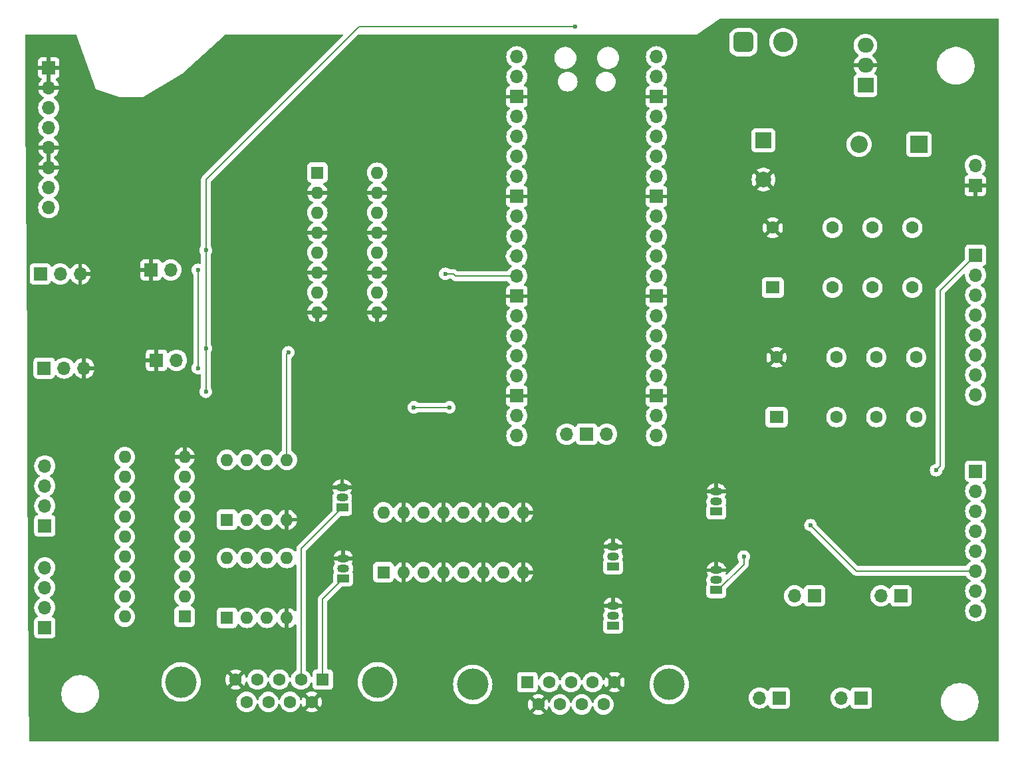
<source format=gbr>
%TF.GenerationSoftware,KiCad,Pcbnew,8.0.2*%
%TF.CreationDate,2024-05-06T20:09:05+02:00*%
%TF.ProjectId,sNs-Block,734e732d-426c-46f6-936b-2e6b69636164,rev?*%
%TF.SameCoordinates,Original*%
%TF.FileFunction,Copper,L2,Bot*%
%TF.FilePolarity,Positive*%
%FSLAX46Y46*%
G04 Gerber Fmt 4.6, Leading zero omitted, Abs format (unit mm)*
G04 Created by KiCad (PCBNEW 8.0.2) date 2024-05-06 20:09:05*
%MOMM*%
%LPD*%
G01*
G04 APERTURE LIST*
G04 Aperture macros list*
%AMRoundRect*
0 Rectangle with rounded corners*
0 $1 Rounding radius*
0 $2 $3 $4 $5 $6 $7 $8 $9 X,Y pos of 4 corners*
0 Add a 4 corners polygon primitive as box body*
4,1,4,$2,$3,$4,$5,$6,$7,$8,$9,$2,$3,0*
0 Add four circle primitives for the rounded corners*
1,1,$1+$1,$2,$3*
1,1,$1+$1,$4,$5*
1,1,$1+$1,$6,$7*
1,1,$1+$1,$8,$9*
0 Add four rect primitives between the rounded corners*
20,1,$1+$1,$2,$3,$4,$5,0*
20,1,$1+$1,$4,$5,$6,$7,0*
20,1,$1+$1,$6,$7,$8,$9,0*
20,1,$1+$1,$8,$9,$2,$3,0*%
G04 Aperture macros list end*
%TA.AperFunction,ComponentPad*%
%ADD10R,2.200000X2.200000*%
%TD*%
%TA.AperFunction,ComponentPad*%
%ADD11O,2.200000X2.200000*%
%TD*%
%TA.AperFunction,ComponentPad*%
%ADD12R,2.000000X2.000000*%
%TD*%
%TA.AperFunction,ComponentPad*%
%ADD13C,2.000000*%
%TD*%
%TA.AperFunction,ComponentPad*%
%ADD14R,1.700000X1.700000*%
%TD*%
%TA.AperFunction,ComponentPad*%
%ADD15O,1.700000X1.700000*%
%TD*%
%TA.AperFunction,ComponentPad*%
%ADD16R,1.500000X1.050000*%
%TD*%
%TA.AperFunction,ComponentPad*%
%ADD17O,1.500000X1.050000*%
%TD*%
%TA.AperFunction,ComponentPad*%
%ADD18R,1.600000X1.600000*%
%TD*%
%TA.AperFunction,ComponentPad*%
%ADD19O,1.600000X1.600000*%
%TD*%
%TA.AperFunction,ComponentPad*%
%ADD20C,1.600000*%
%TD*%
%TA.AperFunction,ComponentPad*%
%ADD21R,1.800000X1.600000*%
%TD*%
%TA.AperFunction,ComponentPad*%
%ADD22C,4.000000*%
%TD*%
%TA.AperFunction,ComponentPad*%
%ADD23RoundRect,0.650000X-0.650000X-0.650000X0.650000X-0.650000X0.650000X0.650000X-0.650000X0.650000X0*%
%TD*%
%TA.AperFunction,ComponentPad*%
%ADD24C,2.600000*%
%TD*%
%TA.AperFunction,ComponentPad*%
%ADD25R,2.000000X1.905000*%
%TD*%
%TA.AperFunction,ComponentPad*%
%ADD26O,2.000000X1.905000*%
%TD*%
%TA.AperFunction,ViaPad*%
%ADD27C,0.600000*%
%TD*%
%TA.AperFunction,Conductor*%
%ADD28C,0.200000*%
%TD*%
G04 APERTURE END LIST*
D10*
%TO.P,D3,1,K*%
%TO.N,+12V*%
X191310000Y-32000000D03*
D11*
%TO.P,D3,2,A*%
%TO.N,+5V*%
X183690000Y-32000000D03*
%TD*%
D12*
%TO.P,C3,1*%
%TO.N,+5V*%
X171500000Y-31500000D03*
D13*
%TO.P,C3,2*%
%TO.N,GND*%
X171500000Y-36500000D03*
%TD*%
D14*
%TO.P,J17,1,Pin_1*%
%TO.N,Net-(J16-Pin_1)*%
X173540000Y-102500000D03*
D15*
%TO.P,J17,2,Pin_2*%
%TO.N,Net-(J17-Pin_2)*%
X171000000Y-102500000D03*
%TD*%
D16*
%TO.P,Q2,1,C*%
%TO.N,Net-(Q2-C)*%
X165500000Y-88770000D03*
D17*
%TO.P,Q2,2,B*%
%TO.N,Net-(Q2-B)*%
X165500000Y-87500000D03*
%TO.P,Q2,3,E*%
%TO.N,GND*%
X165500000Y-86230000D03*
%TD*%
D14*
%TO.P,J9,1,Pin_1*%
%TO.N,+12V*%
X79420000Y-48500000D03*
D15*
%TO.P,J9,2,Pin_2*%
%TO.N,Net-(J9-Pin_2)*%
X81960000Y-48500000D03*
%TO.P,J9,3,Pin_3*%
%TO.N,GND*%
X84500000Y-48500000D03*
%TD*%
D14*
%TO.P,J8,1,Pin_1*%
%TO.N,GND*%
X93500000Y-48000000D03*
D15*
%TO.P,J8,2,Pin_2*%
%TO.N,Net-(J8-Pin_2)*%
X96040000Y-48000000D03*
%TD*%
D18*
%TO.P,U1,1*%
%TO.N,Net-(R1-Pad2)*%
X114700000Y-35625000D03*
D19*
%TO.P,U1,2*%
%TO.N,GND*%
X114700000Y-38165000D03*
%TO.P,U1,3*%
%TO.N,Net-(R2-Pad2)*%
X114700000Y-40705000D03*
%TO.P,U1,4*%
%TO.N,GND*%
X114700000Y-43245000D03*
%TO.P,U1,5*%
%TO.N,Net-(R3-Pad2)*%
X114700000Y-45785000D03*
%TO.P,U1,6*%
%TO.N,GND*%
X114700000Y-48325000D03*
%TO.P,U1,7*%
%TO.N,Net-(R4-Pad2)*%
X114700000Y-50865000D03*
%TO.P,U1,8*%
%TO.N,GND*%
X114700000Y-53405000D03*
%TO.P,U1,9*%
X122320000Y-53405000D03*
%TO.P,U1,10*%
%TO.N,Net-(R8-Pad1)*%
X122320000Y-50865000D03*
%TO.P,U1,11*%
%TO.N,GND*%
X122320000Y-48325000D03*
%TO.P,U1,12*%
%TO.N,Net-(R7-Pad1)*%
X122320000Y-45785000D03*
%TO.P,U1,13*%
%TO.N,GND*%
X122320000Y-43245000D03*
%TO.P,U1,14*%
%TO.N,Net-(R6-Pad1)*%
X122320000Y-40705000D03*
%TO.P,U1,15*%
%TO.N,GND*%
X122320000Y-38165000D03*
%TO.P,U1,16*%
%TO.N,Net-(R5-Pad1)*%
X122320000Y-35625000D03*
%TD*%
D16*
%TO.P,Q7,1,C*%
%TO.N,FM S\u00FCd Tx*%
X152360000Y-85770000D03*
D17*
%TO.P,Q7,2,B*%
%TO.N,Net-(Q7-B)*%
X152360000Y-84500000D03*
%TO.P,Q7,3,E*%
%TO.N,GND*%
X152360000Y-83230000D03*
%TD*%
D14*
%TO.P,J13,1,Pin_1*%
%TO.N,+12V*%
X80000000Y-80580000D03*
D15*
%TO.P,J13,2,Pin_2*%
%TO.N,Net-(J13-Pin_2)*%
X80000000Y-78040000D03*
%TO.P,J13,3,Pin_3*%
%TO.N,Net-(J13-Pin_3)*%
X80000000Y-75500000D03*
%TO.P,J13,4,Pin_4*%
%TO.N,Net-(J13-Pin_4)*%
X80000000Y-72960000D03*
%TD*%
D18*
%TO.P,U5,1,OUTR*%
%TO.N,Net-(U5-OUTR)*%
X103200000Y-79800000D03*
D19*
%TO.P,U5,2,OUTG*%
%TO.N,Net-(U5-OUTG)*%
X105740000Y-79800000D03*
%TO.P,U5,3,OUTB*%
%TO.N,Net-(U5-OUTB)*%
X108280000Y-79800000D03*
%TO.P,U5,4,GND*%
%TO.N,GND*%
X110820000Y-79800000D03*
%TO.P,U5,5,DO*%
%TO.N,Net-(D2-DIN)*%
X110820000Y-72180000D03*
%TO.P,U5,6,DIN*%
%TO.N,Net-(U4-DO)*%
X108280000Y-72180000D03*
%TO.P,U5,7,SET*%
%TO.N,unconnected-(U5-SET-Pad7)*%
X105740000Y-72180000D03*
%TO.P,U5,8,VDD*%
%TO.N,+5V*%
X103200000Y-72180000D03*
%TD*%
D16*
%TO.P,Q1,1,C*%
%TO.N,Net-(Q1-C)*%
X165500000Y-78770000D03*
D17*
%TO.P,Q1,2,B*%
%TO.N,Net-(Q1-B)*%
X165500000Y-77500000D03*
%TO.P,Q1,3,E*%
%TO.N,GND*%
X165500000Y-76230000D03*
%TD*%
D18*
%TO.P,U4,1,OUTR*%
%TO.N,Net-(U4-OUTR)*%
X103200000Y-92300000D03*
D19*
%TO.P,U4,2,OUTG*%
%TO.N,Net-(U4-OUTG)*%
X105740000Y-92300000D03*
%TO.P,U4,3,OUTB*%
%TO.N,Net-(U4-OUTB)*%
X108280000Y-92300000D03*
%TO.P,U4,4,GND*%
%TO.N,GND*%
X110820000Y-92300000D03*
%TO.P,U4,5,DO*%
%TO.N,Net-(U4-DO)*%
X110820000Y-84680000D03*
%TO.P,U4,6,DIN*%
%TO.N,/LED-Pin*%
X108280000Y-84680000D03*
%TO.P,U4,7,SET*%
%TO.N,unconnected-(U4-SET-Pad7)*%
X105740000Y-84680000D03*
%TO.P,U4,8,VDD*%
%TO.N,+5V*%
X103200000Y-84680000D03*
%TD*%
D16*
%TO.P,Q5,1,C*%
%TO.N,/Block Kommunikation/FM Nord Tx*%
X118000000Y-87270000D03*
D17*
%TO.P,Q5,2,B*%
%TO.N,Net-(Q5-B)*%
X118000000Y-86000000D03*
%TO.P,Q5,3,E*%
%TO.N,GND*%
X118000000Y-84730000D03*
%TD*%
D14*
%TO.P,J14,1,Pin_1*%
%TO.N,Net-(J14-Pin_1)*%
X183960000Y-102500000D03*
D15*
%TO.P,J14,2,Pin_2*%
%TO.N,Net-(J14-Pin_2)*%
X181420000Y-102500000D03*
%TD*%
D14*
%TO.P,J6,1,Pin_1*%
%TO.N,Net-(J6-Pin_1)*%
X198525000Y-46125000D03*
D15*
%TO.P,J6,2,Pin_2*%
%TO.N,Net-(J6-Pin_2)*%
X198525000Y-48665000D03*
%TO.P,J6,3,Pin_3*%
%TO.N,unconnected-(J6-Pin_3-Pad3)*%
X198525000Y-51205000D03*
%TO.P,J6,4,Pin_4*%
%TO.N,unconnected-(J6-Pin_4-Pad4)*%
X198525000Y-53745000D03*
%TO.P,J6,5,Pin_5*%
%TO.N,unconnected-(J6-Pin_5-Pad5)*%
X198525000Y-56285000D03*
%TO.P,J6,6,Pin_6*%
%TO.N,Net-(J6-Pin_6)*%
X198525000Y-58825000D03*
%TO.P,J6,7,Pin_7*%
%TO.N,Net-(J6-Pin_7)*%
X198525000Y-61365000D03*
%TO.P,J6,8,Pin_8*%
%TO.N,unconnected-(J6-Pin_8-Pad8)*%
X198525000Y-63905000D03*
%TD*%
D14*
%TO.P,J7,1,Pin_1*%
%TO.N,Net-(J15-Pin_2)*%
X198525000Y-73625000D03*
D15*
%TO.P,J7,2,Pin_2*%
%TO.N,Net-(J14-Pin_2)*%
X198525000Y-76165000D03*
%TO.P,J7,3,Pin_3*%
%TO.N,Net-(J14-Pin_1)*%
X198525000Y-78705000D03*
%TO.P,J7,4,Pin_4*%
%TO.N,unconnected-(J7-Pin_4-Pad4)*%
X198525000Y-81245000D03*
%TO.P,J7,5,Pin_5*%
%TO.N,unconnected-(J7-Pin_5-Pad5)*%
X198525000Y-83785000D03*
%TO.P,J7,6,Pin_6*%
%TO.N,Net-(J16-Pin_2)*%
X198525000Y-86325000D03*
%TO.P,J7,7,Pin_7*%
%TO.N,Net-(J17-Pin_2)*%
X198525000Y-88865000D03*
%TO.P,J7,8,Pin_8*%
%TO.N,Net-(J16-Pin_1)*%
X198525000Y-91405000D03*
%TD*%
%TO.P,U2,1,GPIO0*%
%TO.N,unconnected-(U2-GPIO0-Pad1)*%
X140110000Y-20870000D03*
%TO.P,U2,2,GPIO1*%
%TO.N,unconnected-(U2-GPIO1-Pad2)*%
X140110000Y-23410000D03*
D14*
%TO.P,U2,3,GND*%
%TO.N,GND*%
X140110000Y-25950000D03*
D15*
%TO.P,U2,4,GPIO2*%
%TO.N,/Reed Nord*%
X140110000Y-28490000D03*
%TO.P,U2,5,GPIO3*%
%TO.N,/RLT Nord*%
X140110000Y-31030000D03*
%TO.P,U2,6,GPIO4*%
%TO.N,/Reed S\u00FCd*%
X140110000Y-33570000D03*
%TO.P,U2,7,GPIO5*%
%TO.N,/RLT S\u00FCd*%
X140110000Y-36110000D03*
D14*
%TO.P,U2,8,GND*%
%TO.N,GND*%
X140110000Y-38650000D03*
D15*
%TO.P,U2,9,GPIO6*%
%TO.N,/T Nord*%
X140110000Y-41190000D03*
%TO.P,U2,10,GPIO7*%
%TO.N,/S Nord*%
X140110000Y-43730000D03*
%TO.P,U2,11,GPIO8*%
%TO.N,/T S\u00FCd*%
X140110000Y-46270000D03*
%TO.P,U2,12,GPIO9*%
%TO.N,/S S\u00FCd*%
X140110000Y-48810000D03*
D14*
%TO.P,U2,13,GND*%
%TO.N,GND*%
X140110000Y-51350000D03*
D15*
%TO.P,U2,14,GPIO10*%
%TO.N,FF Nord Rx*%
X140110000Y-53890000D03*
%TO.P,U2,15,GPIO11*%
%TO.N,FM_Nord_Rx*%
X140110000Y-56430000D03*
%TO.P,U2,16,GPIO12*%
%TO.N,FF_S\u00FCd_Rx*%
X140110000Y-58970000D03*
%TO.P,U2,17,GPIO13*%
%TO.N,FM_S\u00FCd_Rx*%
X140110000Y-61510000D03*
D14*
%TO.P,U2,18,GND*%
%TO.N,GND*%
X140110000Y-64050000D03*
D15*
%TO.P,U2,19,GPIO14*%
%TO.N,/LED-Pin*%
X140110000Y-66590000D03*
%TO.P,U2,20,GPIO15*%
%TO.N,unconnected-(U2-GPIO15-Pad20)*%
X140110000Y-69130000D03*
%TO.P,U2,21,GPIO16*%
%TO.N,Fahrstrom S\u00FCd*%
X157890000Y-69130000D03*
%TO.P,U2,22,GPIO17*%
%TO.N,Fahrstrom Nord*%
X157890000Y-66590000D03*
D14*
%TO.P,U2,23,GND*%
%TO.N,GND*%
X157890000Y-64050000D03*
D15*
%TO.P,U2,24,GPIO18*%
%TO.N,FM S\u00FCd Tx*%
X157890000Y-61510000D03*
%TO.P,U2,25,GPIO19*%
%TO.N,FF S\u00FCd Tx*%
X157890000Y-58970000D03*
%TO.P,U2,26,GPIO20*%
%TO.N,FM Nord TX*%
X157890000Y-56430000D03*
%TO.P,U2,27,GPIO21*%
%TO.N,FF Nord Tx*%
X157890000Y-53890000D03*
D14*
%TO.P,U2,28,GND*%
%TO.N,GND*%
X157890000Y-51350000D03*
D15*
%TO.P,U2,29,GPIO22*%
%TO.N,unconnected-(U2-GPIO22-Pad29)*%
X157890000Y-48810000D03*
%TO.P,U2,30,RUN*%
%TO.N,unconnected-(U2-RUN-Pad30)*%
X157890000Y-46270000D03*
%TO.P,U2,31,GPIO26_ADC0*%
%TO.N,unconnected-(U2-GPIO26_ADC0-Pad31)*%
X157890000Y-43730000D03*
%TO.P,U2,32,GPIO27_ADC1*%
%TO.N,unconnected-(U2-GPIO27_ADC1-Pad32)*%
X157890000Y-41190000D03*
D14*
%TO.P,U2,33,AGND*%
%TO.N,GND*%
X157890000Y-38650000D03*
D15*
%TO.P,U2,34,GPIO28_ADC2*%
%TO.N,unconnected-(U2-GPIO28_ADC2-Pad34)*%
X157890000Y-36110000D03*
%TO.P,U2,35,ADC_VREF*%
%TO.N,unconnected-(U2-ADC_VREF-Pad35)*%
X157890000Y-33570000D03*
%TO.P,U2,36,3V3*%
%TO.N,unconnected-(U2-3V3-Pad36)*%
X157890000Y-31030000D03*
%TO.P,U2,37,3V3_EN*%
%TO.N,unconnected-(U2-3V3_EN-Pad37)*%
X157890000Y-28490000D03*
D14*
%TO.P,U2,38,GND*%
%TO.N,GND*%
X157890000Y-25950000D03*
D15*
%TO.P,U2,39,VSYS*%
%TO.N,Net-(JP5-A)*%
X157890000Y-23410000D03*
%TO.P,U2,40,VBUS*%
%TO.N,unconnected-(U2-VBUS-Pad40)*%
X157890000Y-20870000D03*
%TO.P,U2,41,SWCLK*%
%TO.N,unconnected-(U2-SWCLK-Pad41)*%
X146460000Y-68900000D03*
D14*
%TO.P,U2,42,GND*%
%TO.N,unconnected-(U2-GND-Pad42)*%
X149000000Y-68900000D03*
D15*
%TO.P,U2,43,SWDIO*%
%TO.N,unconnected-(U2-SWDIO-Pad43)*%
X151540000Y-68900000D03*
%TD*%
D18*
%TO.P,U3,1*%
%TO.N,Net-(R9-Pad2)*%
X123125000Y-86500000D03*
D19*
%TO.P,U3,2*%
%TO.N,GND*%
X125665000Y-86500000D03*
%TO.P,U3,3*%
%TO.N,Net-(R10-Pad2)*%
X128205000Y-86500000D03*
%TO.P,U3,4*%
%TO.N,GND*%
X130745000Y-86500000D03*
%TO.P,U3,5*%
%TO.N,Net-(R11-Pad2)*%
X133285000Y-86500000D03*
%TO.P,U3,6*%
%TO.N,GND*%
X135825000Y-86500000D03*
%TO.P,U3,7*%
%TO.N,Net-(R12-Pad2)*%
X138365000Y-86500000D03*
%TO.P,U3,8*%
%TO.N,GND*%
X140905000Y-86500000D03*
%TO.P,U3,9*%
X140905000Y-78880000D03*
%TO.P,U3,10*%
%TO.N,Net-(R16-Pad1)*%
X138365000Y-78880000D03*
%TO.P,U3,11*%
%TO.N,GND*%
X135825000Y-78880000D03*
%TO.P,U3,12*%
%TO.N,Net-(R15-Pad1)*%
X133285000Y-78880000D03*
%TO.P,U3,13*%
%TO.N,GND*%
X130745000Y-78880000D03*
%TO.P,U3,14*%
%TO.N,Net-(R14-Pad1)*%
X128205000Y-78880000D03*
%TO.P,U3,15*%
%TO.N,GND*%
X125665000Y-78880000D03*
%TO.P,U3,16*%
%TO.N,Net-(R13-Pad1)*%
X123125000Y-78880000D03*
%TD*%
D14*
%TO.P,J12,1,Pin_1*%
%TO.N,+12V*%
X80000000Y-93540000D03*
D15*
%TO.P,J12,2,Pin_2*%
%TO.N,Net-(J12-Pin_2)*%
X80000000Y-91000000D03*
%TO.P,J12,3,Pin_3*%
%TO.N,Net-(J12-Pin_3)*%
X80000000Y-88460000D03*
%TO.P,J12,4,Pin_4*%
%TO.N,Net-(J12-Pin_4)*%
X80000000Y-85920000D03*
%TD*%
D20*
%TO.P,K2,11*%
%TO.N,unconnected-(K2-Pad11)*%
X180802500Y-66737500D03*
%TO.P,K2,12*%
%TO.N,unconnected-(K2-Pad12)*%
X185882500Y-66737500D03*
%TO.P,K2,14*%
%TO.N,unconnected-(K2-Pad14)*%
X190962500Y-66737500D03*
%TO.P,K2,21*%
%TO.N,Net-(J6-Pin_7)*%
X180802500Y-59117500D03*
%TO.P,K2,22*%
%TO.N,Net-(J6-Pin_6)*%
X185882500Y-59117500D03*
%TO.P,K2,24*%
%TO.N,unconnected-(K2-Pad24)*%
X190962500Y-59117500D03*
D21*
%TO.P,K2,A1*%
%TO.N,Net-(Q2-C)*%
X173182500Y-66737500D03*
D20*
%TO.P,K2,A2*%
%TO.N,GND*%
X173182500Y-59117500D03*
%TD*%
D22*
%TO.P,J1,0,PAD*%
%TO.N,unconnected-(J1-PAD-Pad0)*%
X97345000Y-100460000D03*
X122345000Y-100460000D03*
D18*
%TO.P,J1,1,1*%
%TO.N,/Block Kommunikation/FM Nord Tx*%
X115385000Y-100160000D03*
D20*
%TO.P,J1,2,2*%
%TO.N,FF Nord Tx*%
X112615000Y-100160000D03*
%TO.P,J1,3,3*%
%TO.N,+12V*%
X109845000Y-100160000D03*
%TO.P,J1,4,4*%
X107075000Y-100160000D03*
%TO.P,J1,5,5*%
%TO.N,GND*%
X104305000Y-100160000D03*
%TO.P,J1,6,6*%
X114000000Y-103000000D03*
%TO.P,J1,7,7*%
%TO.N,Net-(J1-Pad7)*%
X111230000Y-103000000D03*
%TO.P,J1,8,8*%
%TO.N,Net-(J1-Pad8)*%
X108460000Y-103000000D03*
%TO.P,J1,9,9*%
%TO.N,unconnected-(J1-Pad9)*%
X105690000Y-103000000D03*
%TD*%
D16*
%TO.P,Q8,1,C*%
%TO.N,FF Nord Tx*%
X117860000Y-78270000D03*
D17*
%TO.P,Q8,2,B*%
%TO.N,Net-(Q8-B)*%
X117860000Y-77000000D03*
%TO.P,Q8,3,E*%
%TO.N,GND*%
X117860000Y-75730000D03*
%TD*%
D16*
%TO.P,Q6,1,C*%
%TO.N,FF S\u00FCd Tx*%
X152360000Y-93270000D03*
D17*
%TO.P,Q6,2,B*%
%TO.N,Net-(Q6-B)*%
X152360000Y-92000000D03*
%TO.P,Q6,3,E*%
%TO.N,GND*%
X152360000Y-90730000D03*
%TD*%
D14*
%TO.P,J16,1,Pin_1*%
%TO.N,Net-(J16-Pin_1)*%
X178000000Y-89500000D03*
D15*
%TO.P,J16,2,Pin_2*%
%TO.N,Net-(J16-Pin_2)*%
X175460000Y-89500000D03*
%TD*%
D23*
%TO.P,JP5,1,A*%
%TO.N,Net-(JP5-A)*%
X168960000Y-19000000D03*
D24*
%TO.P,JP5,2,B*%
%TO.N,+5V*%
X174040000Y-19000000D03*
%TD*%
D14*
%TO.P,J11,1,Pin_1*%
%TO.N,+12V*%
X79920000Y-60500000D03*
D15*
%TO.P,J11,2,Pin_2*%
%TO.N,Net-(J11-Pin_2)*%
X82460000Y-60500000D03*
%TO.P,J11,3,Pin_3*%
%TO.N,GND*%
X85000000Y-60500000D03*
%TD*%
D14*
%TO.P,J10,1,Pin_1*%
%TO.N,GND*%
X94225000Y-59500000D03*
D15*
%TO.P,J10,2,Pin_2*%
%TO.N,Net-(J10-Pin_2)*%
X96765000Y-59500000D03*
%TD*%
D20*
%TO.P,K1,11*%
%TO.N,unconnected-(K1-Pad11)*%
X180302500Y-50237500D03*
%TO.P,K1,12*%
%TO.N,unconnected-(K1-Pad12)*%
X185382500Y-50237500D03*
%TO.P,K1,14*%
%TO.N,unconnected-(K1-Pad14)*%
X190462500Y-50237500D03*
%TO.P,K1,21*%
%TO.N,Net-(J6-Pin_2)*%
X180302500Y-42617500D03*
%TO.P,K1,22*%
%TO.N,Net-(J6-Pin_1)*%
X185382500Y-42617500D03*
%TO.P,K1,24*%
%TO.N,unconnected-(K1-Pad24)*%
X190462500Y-42617500D03*
D21*
%TO.P,K1,A1*%
%TO.N,Net-(Q1-C)*%
X172682500Y-50237500D03*
D20*
%TO.P,K1,A2*%
%TO.N,GND*%
X172682500Y-42617500D03*
%TD*%
D14*
%TO.P,J15,1,Pin_1*%
%TO.N,Net-(J14-Pin_1)*%
X189000000Y-89500000D03*
D15*
%TO.P,J15,2,Pin_2*%
%TO.N,Net-(J15-Pin_2)*%
X186460000Y-89500000D03*
%TD*%
D25*
%TO.P,U7,1,VI*%
%TO.N,+12V*%
X184500000Y-24500000D03*
D26*
%TO.P,U7,2,GND*%
%TO.N,GND*%
X184500000Y-21960000D03*
%TO.P,U7,3,VO*%
%TO.N,+5V*%
X184500000Y-19420000D03*
%TD*%
D18*
%TO.P,U6,1,I1*%
%TO.N,Net-(U4-OUTR)*%
X97800000Y-92150000D03*
D19*
%TO.P,U6,2,I2*%
%TO.N,Net-(U4-OUTG)*%
X97800000Y-89610000D03*
%TO.P,U6,3,I3*%
%TO.N,Net-(U4-OUTB)*%
X97800000Y-87070000D03*
%TO.P,U6,4,I4*%
%TO.N,Net-(U5-OUTR)*%
X97800000Y-84530000D03*
%TO.P,U6,5,I5*%
%TO.N,Net-(U5-OUTG)*%
X97800000Y-81990000D03*
%TO.P,U6,6,I6*%
%TO.N,Net-(U5-OUTB)*%
X97800000Y-79450000D03*
%TO.P,U6,7,I7*%
%TO.N,unconnected-(U6-I7-Pad7)*%
X97800000Y-76910000D03*
%TO.P,U6,8,I8*%
%TO.N,unconnected-(U6-I8-Pad8)*%
X97800000Y-74370000D03*
%TO.P,U6,9,GND*%
%TO.N,GND*%
X97800000Y-71830000D03*
%TO.P,U6,10,COM*%
%TO.N,+12V*%
X90180000Y-71830000D03*
%TO.P,U6,11,O8*%
%TO.N,unconnected-(U6-O8-Pad11)*%
X90180000Y-74370000D03*
%TO.P,U6,12,O7*%
%TO.N,unconnected-(U6-O7-Pad12)*%
X90180000Y-76910000D03*
%TO.P,U6,13,O6*%
%TO.N,Net-(J13-Pin_4)*%
X90180000Y-79450000D03*
%TO.P,U6,14,O5*%
%TO.N,Net-(J13-Pin_3)*%
X90180000Y-81990000D03*
%TO.P,U6,15,O4*%
%TO.N,Net-(J13-Pin_2)*%
X90180000Y-84530000D03*
%TO.P,U6,16,O3*%
%TO.N,Net-(J12-Pin_4)*%
X90180000Y-87070000D03*
%TO.P,U6,17,O2*%
%TO.N,Net-(J12-Pin_3)*%
X90180000Y-89610000D03*
%TO.P,U6,18,O1*%
%TO.N,Net-(J12-Pin_2)*%
X90180000Y-92150000D03*
%TD*%
D14*
%TO.P,J18,1,Pin_1*%
%TO.N,GND*%
X198475000Y-37250000D03*
D15*
%TO.P,J18,2,Pin_2*%
%TO.N,+12V*%
X198475000Y-34710000D03*
%TD*%
D14*
%TO.P,J3,1,Pin_1*%
%TO.N,GND*%
X80500000Y-22260000D03*
D15*
%TO.P,J3,2,Pin_2*%
X80500000Y-24800000D03*
%TO.P,J3,3,Pin_3*%
%TO.N,Net-(J3-Pin_3)*%
X80500000Y-27340000D03*
%TO.P,J3,4,Pin_4*%
%TO.N,Net-(J3-Pin_4)*%
X80500000Y-29880000D03*
%TO.P,J3,5,Pin_5*%
%TO.N,GND*%
X80500000Y-32420000D03*
%TO.P,J3,6,Pin_6*%
X80500000Y-34960000D03*
%TO.P,J3,7,Pin_7*%
%TO.N,Net-(J3-Pin_7)*%
X80500000Y-37500000D03*
%TO.P,J3,8,Pin_8*%
%TO.N,Net-(J3-Pin_8)*%
X80500000Y-40040000D03*
%TD*%
D22*
%TO.P,J2,0,PAD*%
%TO.N,unconnected-(J2-PAD-Pad0)*%
X134490000Y-100794669D03*
X159490000Y-100794669D03*
D18*
%TO.P,J2,1,1*%
%TO.N,Net-(J2-Pad1)*%
X141450000Y-100494669D03*
D20*
%TO.P,J2,2,2*%
%TO.N,Net-(J2-Pad2)*%
X144220000Y-100494669D03*
%TO.P,J2,3,3*%
%TO.N,+12V*%
X146990000Y-100494669D03*
%TO.P,J2,4,4*%
X149760000Y-100494669D03*
%TO.P,J2,5,5*%
%TO.N,GND*%
X152530000Y-100494669D03*
%TO.P,J2,6,6*%
X142835000Y-103334669D03*
%TO.P,J2,7,7*%
%TO.N,FF S\u00FCd Tx*%
X145605000Y-103334669D03*
%TO.P,J2,8,8*%
%TO.N,FM S\u00FCd Tx*%
X148375000Y-103334669D03*
%TO.P,J2,9,9*%
%TO.N,unconnected-(J2-Pad9)*%
X151145000Y-103334669D03*
%TD*%
D27*
%TO.N,/S S\u00FCd*%
X131000000Y-48500000D03*
%TO.N,+5V*%
X147500000Y-17000000D03*
X100500000Y-63500000D03*
X100500000Y-58000000D03*
X100500000Y-45500000D03*
%TO.N,Net-(D1-DIN)*%
X99500000Y-48000000D03*
X99500000Y-60500000D03*
%TO.N,Net-(D2-DIN)*%
X111000000Y-58500000D03*
%TO.N,Net-(J6-Pin_1)*%
X193500000Y-73500000D03*
%TO.N,Net-(J16-Pin_2)*%
X177500000Y-80500000D03*
%TO.N,Net-(Q2-C)*%
X169000000Y-84500000D03*
%TO.N,/LED-Pin*%
X127000000Y-65500000D03*
X131500000Y-65500000D03*
%TD*%
D28*
%TO.N,/S S\u00FCd*%
X132310000Y-48810000D02*
X140110000Y-48810000D01*
X132000000Y-48500000D02*
X132310000Y-48810000D01*
X131000000Y-48500000D02*
X132000000Y-48500000D01*
%TO.N,+5V*%
X100500000Y-36500000D02*
X100500000Y-45500000D01*
X147500000Y-17000000D02*
X120000000Y-17000000D01*
X100500000Y-45500000D02*
X100500000Y-58000000D01*
X120000000Y-17000000D02*
X100500000Y-36500000D01*
X100500000Y-58000000D02*
X100500000Y-63500000D01*
%TO.N,Net-(D1-DIN)*%
X99500000Y-60500000D02*
X99500000Y-48000000D01*
%TO.N,Net-(D2-DIN)*%
X110820000Y-58680000D02*
X111000000Y-58500000D01*
X110820000Y-72180000D02*
X110820000Y-58680000D01*
%TO.N,FF Nord Tx*%
X112615000Y-83515000D02*
X117860000Y-78270000D01*
X112615000Y-100160000D02*
X112615000Y-83515000D01*
%TO.N,/Block Kommunikation/FM Nord Tx*%
X115385000Y-89885000D02*
X118000000Y-87270000D01*
X115385000Y-100160000D02*
X115385000Y-89885000D01*
%TO.N,Net-(J6-Pin_1)*%
X194000000Y-73000000D02*
X194000000Y-50650000D01*
X194000000Y-50650000D02*
X198525000Y-46125000D01*
X193500000Y-73500000D02*
X194000000Y-73000000D01*
%TO.N,Net-(J16-Pin_2)*%
X198525000Y-86325000D02*
X183325000Y-86325000D01*
X183325000Y-86325000D02*
X177500000Y-80500000D01*
%TO.N,Net-(Q2-C)*%
X165725000Y-88770000D02*
X169000000Y-85495000D01*
X169000000Y-85495000D02*
X169000000Y-84500000D01*
X165500000Y-88770000D02*
X165725000Y-88770000D01*
%TO.N,/T S\u00FCd*%
X139270000Y-46270000D02*
X140110000Y-46270000D01*
%TO.N,/LED-Pin*%
X127000000Y-65500000D02*
X131500000Y-65500000D01*
%TD*%
%TA.AperFunction,Conductor*%
%TO.N,GND*%
G36*
X80750000Y-34526988D02*
G01*
X80692993Y-34494075D01*
X80565826Y-34460000D01*
X80434174Y-34460000D01*
X80307007Y-34494075D01*
X80250000Y-34526988D01*
X80250000Y-32853012D01*
X80307007Y-32885925D01*
X80434174Y-32920000D01*
X80565826Y-32920000D01*
X80692993Y-32885925D01*
X80750000Y-32853012D01*
X80750000Y-34526988D01*
G37*
%TD.AperFunction*%
%TA.AperFunction,Conductor*%
G36*
X80750000Y-24366988D02*
G01*
X80692993Y-24334075D01*
X80565826Y-24300000D01*
X80434174Y-24300000D01*
X80307007Y-24334075D01*
X80250000Y-24366988D01*
X80250000Y-22693012D01*
X80307007Y-22725925D01*
X80434174Y-22760000D01*
X80565826Y-22760000D01*
X80692993Y-22725925D01*
X80750000Y-22693012D01*
X80750000Y-24366988D01*
G37*
%TD.AperFunction*%
%TA.AperFunction,Conductor*%
G36*
X201443039Y-16019685D02*
G01*
X201488794Y-16072489D01*
X201500000Y-16124000D01*
X201500000Y-107876000D01*
X201480315Y-107943039D01*
X201427511Y-107988794D01*
X201376000Y-108000000D01*
X78123313Y-108000000D01*
X78056274Y-107980315D01*
X78010519Y-107927511D01*
X77999315Y-107876689D01*
X77965918Y-101865186D01*
X82099500Y-101865186D01*
X82099500Y-102134813D01*
X82129686Y-102402719D01*
X82129688Y-102402731D01*
X82189684Y-102665594D01*
X82189687Y-102665602D01*
X82278734Y-102920082D01*
X82395714Y-103162994D01*
X82395716Y-103162997D01*
X82539162Y-103391289D01*
X82598682Y-103465925D01*
X82705700Y-103600122D01*
X82707266Y-103602085D01*
X82897915Y-103792734D01*
X83108711Y-103960838D01*
X83337003Y-104104284D01*
X83579921Y-104221267D01*
X83762457Y-104285139D01*
X83834397Y-104310312D01*
X83834405Y-104310315D01*
X83834408Y-104310315D01*
X83834409Y-104310316D01*
X84097268Y-104370312D01*
X84365187Y-104400499D01*
X84365188Y-104400500D01*
X84365191Y-104400500D01*
X84634812Y-104400500D01*
X84634812Y-104400499D01*
X84902732Y-104370312D01*
X85165591Y-104310316D01*
X85420079Y-104221267D01*
X85662997Y-104104284D01*
X85891289Y-103960838D01*
X86102085Y-103792734D01*
X86292734Y-103602085D01*
X86460838Y-103391289D01*
X86604284Y-103162997D01*
X86682780Y-102999998D01*
X104384532Y-102999998D01*
X104384532Y-103000001D01*
X104404364Y-103226686D01*
X104404366Y-103226697D01*
X104463258Y-103446488D01*
X104463261Y-103446497D01*
X104559431Y-103652732D01*
X104559432Y-103652734D01*
X104689954Y-103839141D01*
X104850858Y-104000045D01*
X104850861Y-104000047D01*
X105037266Y-104130568D01*
X105243504Y-104226739D01*
X105463308Y-104285635D01*
X105625230Y-104299801D01*
X105689998Y-104305468D01*
X105690000Y-104305468D01*
X105690002Y-104305468D01*
X105746673Y-104300509D01*
X105916692Y-104285635D01*
X106136496Y-104226739D01*
X106342734Y-104130568D01*
X106529139Y-104000047D01*
X106690047Y-103839139D01*
X106820568Y-103652734D01*
X106916739Y-103446496D01*
X106955225Y-103302862D01*
X106991590Y-103243202D01*
X107054437Y-103212673D01*
X107123812Y-103220968D01*
X107177690Y-103265453D01*
X107194775Y-103302863D01*
X107233258Y-103446488D01*
X107233261Y-103446497D01*
X107329431Y-103652732D01*
X107329432Y-103652734D01*
X107459954Y-103839141D01*
X107620858Y-104000045D01*
X107620861Y-104000047D01*
X107807266Y-104130568D01*
X108013504Y-104226739D01*
X108233308Y-104285635D01*
X108395230Y-104299801D01*
X108459998Y-104305468D01*
X108460000Y-104305468D01*
X108460002Y-104305468D01*
X108516673Y-104300509D01*
X108686692Y-104285635D01*
X108906496Y-104226739D01*
X109112734Y-104130568D01*
X109299139Y-104000047D01*
X109460047Y-103839139D01*
X109590568Y-103652734D01*
X109686739Y-103446496D01*
X109725225Y-103302862D01*
X109761590Y-103243202D01*
X109824437Y-103212673D01*
X109893812Y-103220968D01*
X109947690Y-103265453D01*
X109964775Y-103302863D01*
X110003258Y-103446488D01*
X110003261Y-103446497D01*
X110099431Y-103652732D01*
X110099432Y-103652734D01*
X110229954Y-103839141D01*
X110390858Y-104000045D01*
X110390861Y-104000047D01*
X110577266Y-104130568D01*
X110783504Y-104226739D01*
X111003308Y-104285635D01*
X111165230Y-104299801D01*
X111229998Y-104305468D01*
X111230000Y-104305468D01*
X111230002Y-104305468D01*
X111286673Y-104300509D01*
X111456692Y-104285635D01*
X111676496Y-104226739D01*
X111882734Y-104130568D01*
X112069139Y-104000047D01*
X112230047Y-103839139D01*
X112360568Y-103652734D01*
X112456739Y-103446496D01*
X112495484Y-103301895D01*
X112531847Y-103242238D01*
X112594694Y-103211708D01*
X112664070Y-103220002D01*
X112717948Y-103264487D01*
X112735033Y-103301897D01*
X112773731Y-103446319D01*
X112773735Y-103446331D01*
X112869863Y-103652478D01*
X112920974Y-103725472D01*
X113517037Y-103129409D01*
X113534075Y-103192993D01*
X113599901Y-103307007D01*
X113692993Y-103400099D01*
X113807007Y-103465925D01*
X113870590Y-103482962D01*
X113274526Y-104079025D01*
X113347513Y-104130132D01*
X113347521Y-104130136D01*
X113553668Y-104226264D01*
X113553682Y-104226269D01*
X113773389Y-104285139D01*
X113773400Y-104285141D01*
X113999998Y-104304966D01*
X114000002Y-104304966D01*
X114226599Y-104285141D01*
X114226610Y-104285139D01*
X114446317Y-104226269D01*
X114446331Y-104226264D01*
X114652478Y-104130136D01*
X114725471Y-104079024D01*
X114129409Y-103482962D01*
X114192993Y-103465925D01*
X114307007Y-103400099D01*
X114400099Y-103307007D01*
X114465925Y-103192993D01*
X114482962Y-103129409D01*
X115079024Y-103725471D01*
X115130136Y-103652478D01*
X115226264Y-103446331D01*
X115226269Y-103446317D01*
X115256186Y-103334666D01*
X141530034Y-103334666D01*
X141530034Y-103334671D01*
X141549858Y-103561268D01*
X141549860Y-103561279D01*
X141608730Y-103780986D01*
X141608735Y-103781000D01*
X141704863Y-103987147D01*
X141755974Y-104060141D01*
X142352037Y-103464078D01*
X142369075Y-103527662D01*
X142434901Y-103641676D01*
X142527993Y-103734768D01*
X142642007Y-103800594D01*
X142705590Y-103817631D01*
X142109526Y-104413694D01*
X142182513Y-104464801D01*
X142182521Y-104464805D01*
X142388668Y-104560933D01*
X142388682Y-104560938D01*
X142608389Y-104619808D01*
X142608400Y-104619810D01*
X142834998Y-104639635D01*
X142835002Y-104639635D01*
X143061599Y-104619810D01*
X143061610Y-104619808D01*
X143281317Y-104560938D01*
X143281331Y-104560933D01*
X143487478Y-104464805D01*
X143560471Y-104413693D01*
X142964409Y-103817631D01*
X143027993Y-103800594D01*
X143142007Y-103734768D01*
X143235099Y-103641676D01*
X143300925Y-103527662D01*
X143317962Y-103464078D01*
X143914024Y-104060140D01*
X143965136Y-103987147D01*
X144061264Y-103781000D01*
X144061269Y-103780986D01*
X144099966Y-103636567D01*
X144136331Y-103576906D01*
X144199178Y-103546377D01*
X144268553Y-103554672D01*
X144322431Y-103599157D01*
X144339516Y-103636567D01*
X144378258Y-103781157D01*
X144378261Y-103781166D01*
X144474431Y-103987401D01*
X144474432Y-103987403D01*
X144604954Y-104173810D01*
X144765858Y-104334714D01*
X144765861Y-104334716D01*
X144952266Y-104465237D01*
X145158504Y-104561408D01*
X145378308Y-104620304D01*
X145540230Y-104634470D01*
X145604998Y-104640137D01*
X145605000Y-104640137D01*
X145605002Y-104640137D01*
X145661673Y-104635178D01*
X145831692Y-104620304D01*
X146051496Y-104561408D01*
X146257734Y-104465237D01*
X146444139Y-104334716D01*
X146605047Y-104173808D01*
X146735568Y-103987403D01*
X146831739Y-103781165D01*
X146870225Y-103637531D01*
X146906590Y-103577871D01*
X146969437Y-103547342D01*
X147038812Y-103555637D01*
X147092690Y-103600122D01*
X147109775Y-103637532D01*
X147148258Y-103781157D01*
X147148261Y-103781166D01*
X147244431Y-103987401D01*
X147244432Y-103987403D01*
X147374954Y-104173810D01*
X147535858Y-104334714D01*
X147535861Y-104334716D01*
X147722266Y-104465237D01*
X147928504Y-104561408D01*
X148148308Y-104620304D01*
X148310230Y-104634470D01*
X148374998Y-104640137D01*
X148375000Y-104640137D01*
X148375002Y-104640137D01*
X148431673Y-104635178D01*
X148601692Y-104620304D01*
X148821496Y-104561408D01*
X149027734Y-104465237D01*
X149214139Y-104334716D01*
X149375047Y-104173808D01*
X149505568Y-103987403D01*
X149601739Y-103781165D01*
X149640225Y-103637531D01*
X149676590Y-103577871D01*
X149739437Y-103547342D01*
X149808812Y-103555637D01*
X149862690Y-103600122D01*
X149879775Y-103637532D01*
X149918258Y-103781157D01*
X149918261Y-103781166D01*
X150014431Y-103987401D01*
X150014432Y-103987403D01*
X150144954Y-104173810D01*
X150305858Y-104334714D01*
X150305861Y-104334716D01*
X150492266Y-104465237D01*
X150698504Y-104561408D01*
X150918308Y-104620304D01*
X151080230Y-104634470D01*
X151144998Y-104640137D01*
X151145000Y-104640137D01*
X151145002Y-104640137D01*
X151201673Y-104635178D01*
X151371692Y-104620304D01*
X151591496Y-104561408D01*
X151797734Y-104465237D01*
X151984139Y-104334716D01*
X152145047Y-104173808D01*
X152275568Y-103987403D01*
X152371739Y-103781165D01*
X152430635Y-103561361D01*
X152450468Y-103334669D01*
X152430635Y-103107977D01*
X152371739Y-102888173D01*
X152275568Y-102681935D01*
X152145047Y-102495530D01*
X152145045Y-102495527D01*
X151984141Y-102334623D01*
X151797734Y-102204101D01*
X151797732Y-102204100D01*
X151591497Y-102107930D01*
X151591488Y-102107927D01*
X151371697Y-102049035D01*
X151371693Y-102049034D01*
X151371692Y-102049034D01*
X151371691Y-102049033D01*
X151371686Y-102049033D01*
X151145002Y-102029201D01*
X151144998Y-102029201D01*
X150918313Y-102049033D01*
X150918302Y-102049035D01*
X150698511Y-102107927D01*
X150698502Y-102107930D01*
X150492267Y-102204100D01*
X150492265Y-102204101D01*
X150305858Y-102334623D01*
X150144954Y-102495527D01*
X150014432Y-102681934D01*
X150014431Y-102681936D01*
X149918261Y-102888171D01*
X149918258Y-102888180D01*
X149879775Y-103031805D01*
X149843410Y-103091466D01*
X149780563Y-103121995D01*
X149711188Y-103113700D01*
X149657310Y-103069215D01*
X149640225Y-103031805D01*
X149601741Y-102888180D01*
X149601738Y-102888171D01*
X149580589Y-102842818D01*
X149505568Y-102681935D01*
X149375047Y-102495530D01*
X149375045Y-102495527D01*
X149214141Y-102334623D01*
X149027734Y-102204101D01*
X149027732Y-102204100D01*
X148821497Y-102107930D01*
X148821488Y-102107927D01*
X148601697Y-102049035D01*
X148601693Y-102049034D01*
X148601692Y-102049034D01*
X148601691Y-102049033D01*
X148601686Y-102049033D01*
X148375002Y-102029201D01*
X148374998Y-102029201D01*
X148148313Y-102049033D01*
X148148302Y-102049035D01*
X147928511Y-102107927D01*
X147928502Y-102107930D01*
X147722267Y-102204100D01*
X147722265Y-102204101D01*
X147535858Y-102334623D01*
X147374954Y-102495527D01*
X147244432Y-102681934D01*
X147244431Y-102681936D01*
X147148261Y-102888171D01*
X147148258Y-102888180D01*
X147109775Y-103031805D01*
X147073410Y-103091466D01*
X147010563Y-103121995D01*
X146941188Y-103113700D01*
X146887310Y-103069215D01*
X146870225Y-103031805D01*
X146831741Y-102888180D01*
X146831738Y-102888171D01*
X146810589Y-102842818D01*
X146735568Y-102681935D01*
X146605047Y-102495530D01*
X146605045Y-102495527D01*
X146444141Y-102334623D01*
X146257734Y-102204101D01*
X146257732Y-102204100D01*
X146051497Y-102107930D01*
X146051488Y-102107927D01*
X145831697Y-102049035D01*
X145831693Y-102049034D01*
X145831692Y-102049034D01*
X145831691Y-102049033D01*
X145831686Y-102049033D01*
X145605002Y-102029201D01*
X145604998Y-102029201D01*
X145378313Y-102049033D01*
X145378302Y-102049035D01*
X145158511Y-102107927D01*
X145158502Y-102107930D01*
X144952267Y-102204100D01*
X144952265Y-102204101D01*
X144765858Y-102334623D01*
X144604954Y-102495527D01*
X144474432Y-102681934D01*
X144474431Y-102681936D01*
X144378261Y-102888171D01*
X144378259Y-102888177D01*
X144339516Y-103032771D01*
X144303151Y-103092431D01*
X144240304Y-103122960D01*
X144170928Y-103114665D01*
X144117050Y-103070180D01*
X144099966Y-103032770D01*
X144061269Y-102888351D01*
X144061264Y-102888337D01*
X143965136Y-102682190D01*
X143965132Y-102682182D01*
X143914025Y-102609195D01*
X143317962Y-103205258D01*
X143300925Y-103141676D01*
X143235099Y-103027662D01*
X143142007Y-102934570D01*
X143027993Y-102868744D01*
X142964410Y-102851706D01*
X143560472Y-102255643D01*
X143487478Y-102204532D01*
X143281331Y-102108404D01*
X143281317Y-102108399D01*
X143061610Y-102049529D01*
X143061599Y-102049527D01*
X142835002Y-102029703D01*
X142834998Y-102029703D01*
X142608400Y-102049527D01*
X142608389Y-102049529D01*
X142388682Y-102108399D01*
X142388673Y-102108403D01*
X142182516Y-102204535D01*
X142182512Y-102204537D01*
X142109526Y-102255642D01*
X142109526Y-102255643D01*
X142705590Y-102851706D01*
X142642007Y-102868744D01*
X142527993Y-102934570D01*
X142434901Y-103027662D01*
X142369075Y-103141676D01*
X142352037Y-103205258D01*
X141755974Y-102609195D01*
X141755973Y-102609195D01*
X141704868Y-102682181D01*
X141704866Y-102682185D01*
X141608734Y-102888342D01*
X141608730Y-102888351D01*
X141549860Y-103108058D01*
X141549858Y-103108069D01*
X141530034Y-103334666D01*
X115256186Y-103334666D01*
X115285139Y-103226610D01*
X115285141Y-103226599D01*
X115304966Y-103000002D01*
X115304966Y-102999997D01*
X115285141Y-102773400D01*
X115285139Y-102773389D01*
X115226269Y-102553682D01*
X115226264Y-102553668D01*
X115130136Y-102347521D01*
X115130132Y-102347513D01*
X115079025Y-102274526D01*
X114482962Y-102870589D01*
X114465925Y-102807007D01*
X114400099Y-102692993D01*
X114307007Y-102599901D01*
X114192993Y-102534075D01*
X114129410Y-102517037D01*
X114725472Y-101920974D01*
X114652478Y-101869863D01*
X114446331Y-101773735D01*
X114446317Y-101773730D01*
X114226610Y-101714860D01*
X114226599Y-101714858D01*
X114000002Y-101695034D01*
X113999998Y-101695034D01*
X113773400Y-101714858D01*
X113773389Y-101714860D01*
X113553682Y-101773730D01*
X113553673Y-101773734D01*
X113347516Y-101869866D01*
X113347512Y-101869868D01*
X113274526Y-101920973D01*
X113274526Y-101920974D01*
X113870590Y-102517037D01*
X113807007Y-102534075D01*
X113692993Y-102599901D01*
X113599901Y-102692993D01*
X113534075Y-102807007D01*
X113517037Y-102870589D01*
X112920974Y-102274526D01*
X112920973Y-102274526D01*
X112869868Y-102347512D01*
X112869866Y-102347516D01*
X112773734Y-102553673D01*
X112773731Y-102553680D01*
X112735033Y-102698102D01*
X112698667Y-102757762D01*
X112635820Y-102788291D01*
X112566445Y-102779996D01*
X112512567Y-102735510D01*
X112495484Y-102698103D01*
X112456739Y-102553504D01*
X112360568Y-102347266D01*
X112230047Y-102160861D01*
X112230045Y-102160858D01*
X112069141Y-101999954D01*
X111882734Y-101869432D01*
X111882732Y-101869431D01*
X111676497Y-101773261D01*
X111676488Y-101773258D01*
X111456697Y-101714366D01*
X111456693Y-101714365D01*
X111456692Y-101714365D01*
X111456691Y-101714364D01*
X111456686Y-101714364D01*
X111230002Y-101694532D01*
X111229998Y-101694532D01*
X111003313Y-101714364D01*
X111003302Y-101714366D01*
X110783511Y-101773258D01*
X110783502Y-101773261D01*
X110577267Y-101869431D01*
X110577265Y-101869432D01*
X110390858Y-101999954D01*
X110229954Y-102160858D01*
X110099432Y-102347265D01*
X110099431Y-102347267D01*
X110003261Y-102553502D01*
X110003258Y-102553511D01*
X109964775Y-102697136D01*
X109928410Y-102756797D01*
X109865563Y-102787326D01*
X109796188Y-102779031D01*
X109742310Y-102734546D01*
X109725225Y-102697136D01*
X109686741Y-102553511D01*
X109686738Y-102553502D01*
X109666340Y-102509759D01*
X109590568Y-102347266D01*
X109460047Y-102160861D01*
X109460045Y-102160858D01*
X109299141Y-101999954D01*
X109112734Y-101869432D01*
X109112732Y-101869431D01*
X108906497Y-101773261D01*
X108906488Y-101773258D01*
X108686697Y-101714366D01*
X108686693Y-101714365D01*
X108686692Y-101714365D01*
X108686691Y-101714364D01*
X108686686Y-101714364D01*
X108460002Y-101694532D01*
X108459998Y-101694532D01*
X108233313Y-101714364D01*
X108233302Y-101714366D01*
X108013511Y-101773258D01*
X108013502Y-101773261D01*
X107807267Y-101869431D01*
X107807265Y-101869432D01*
X107620858Y-101999954D01*
X107459954Y-102160858D01*
X107329432Y-102347265D01*
X107329431Y-102347267D01*
X107233261Y-102553502D01*
X107233258Y-102553511D01*
X107194775Y-102697136D01*
X107158410Y-102756797D01*
X107095563Y-102787326D01*
X107026188Y-102779031D01*
X106972310Y-102734546D01*
X106955225Y-102697136D01*
X106916741Y-102553511D01*
X106916738Y-102553502D01*
X106896340Y-102509759D01*
X106820568Y-102347266D01*
X106690047Y-102160861D01*
X106690045Y-102160858D01*
X106529141Y-101999954D01*
X106342734Y-101869432D01*
X106342732Y-101869431D01*
X106136497Y-101773261D01*
X106136488Y-101773258D01*
X105916697Y-101714366D01*
X105916693Y-101714365D01*
X105916692Y-101714365D01*
X105916691Y-101714364D01*
X105916686Y-101714364D01*
X105690002Y-101694532D01*
X105689998Y-101694532D01*
X105463313Y-101714364D01*
X105463302Y-101714366D01*
X105243511Y-101773258D01*
X105243502Y-101773261D01*
X105037267Y-101869431D01*
X105037265Y-101869432D01*
X104850858Y-101999954D01*
X104689954Y-102160858D01*
X104559432Y-102347265D01*
X104559431Y-102347267D01*
X104463261Y-102553502D01*
X104463258Y-102553511D01*
X104404366Y-102773302D01*
X104404364Y-102773313D01*
X104384532Y-102999998D01*
X86682780Y-102999998D01*
X86721267Y-102920079D01*
X86810316Y-102665591D01*
X86870312Y-102402732D01*
X86900500Y-102134809D01*
X86900500Y-101865191D01*
X86870312Y-101597268D01*
X86810316Y-101334409D01*
X86810106Y-101333810D01*
X86770332Y-101220141D01*
X86721267Y-101079921D01*
X86626593Y-100883329D01*
X86604285Y-100837005D01*
X86604284Y-100837003D01*
X86460838Y-100608711D01*
X86342240Y-100459994D01*
X94839556Y-100459994D01*
X94839556Y-100460005D01*
X94859310Y-100774004D01*
X94859311Y-100774011D01*
X94882347Y-100894768D01*
X94909891Y-101039162D01*
X94918270Y-101083083D01*
X95015497Y-101382316D01*
X95015499Y-101382321D01*
X95149461Y-101667003D01*
X95149464Y-101667009D01*
X95318051Y-101932661D01*
X95318054Y-101932665D01*
X95518606Y-102175090D01*
X95518608Y-102175092D01*
X95518610Y-102175094D01*
X95688259Y-102334405D01*
X95747968Y-102390476D01*
X95747978Y-102390484D01*
X96002504Y-102575408D01*
X96002509Y-102575410D01*
X96002516Y-102575416D01*
X96278234Y-102726994D01*
X96278239Y-102726996D01*
X96278241Y-102726997D01*
X96278242Y-102726998D01*
X96570771Y-102842818D01*
X96570774Y-102842819D01*
X96875523Y-102921065D01*
X96875527Y-102921066D01*
X96941010Y-102929338D01*
X97187670Y-102960499D01*
X97187679Y-102960499D01*
X97187682Y-102960500D01*
X97187684Y-102960500D01*
X97502316Y-102960500D01*
X97502318Y-102960500D01*
X97502321Y-102960499D01*
X97502329Y-102960499D01*
X97707577Y-102934570D01*
X97814473Y-102921066D01*
X98119225Y-102842819D01*
X98139810Y-102834669D01*
X98411757Y-102726998D01*
X98411758Y-102726997D01*
X98411756Y-102726997D01*
X98411766Y-102726994D01*
X98687484Y-102575416D01*
X98942030Y-102390478D01*
X99171390Y-102175094D01*
X99371947Y-101932663D01*
X99540537Y-101667007D01*
X99674503Y-101382315D01*
X99771731Y-101083079D01*
X99830688Y-100774015D01*
X99834883Y-100707342D01*
X99850444Y-100460005D01*
X99850444Y-100459994D01*
X99830689Y-100145995D01*
X99830688Y-100145988D01*
X99830688Y-100145985D01*
X99771731Y-99836921D01*
X99674503Y-99537685D01*
X99660189Y-99507267D01*
X99593023Y-99364532D01*
X99540537Y-99252993D01*
X99398935Y-99029863D01*
X99371948Y-98987338D01*
X99371945Y-98987334D01*
X99171393Y-98744909D01*
X99171391Y-98744907D01*
X98942031Y-98529523D01*
X98942021Y-98529515D01*
X98687495Y-98344591D01*
X98687488Y-98344586D01*
X98687484Y-98344584D01*
X98411766Y-98193006D01*
X98411763Y-98193004D01*
X98411758Y-98193002D01*
X98411757Y-98193001D01*
X98119228Y-98077181D01*
X98119225Y-98077180D01*
X97814476Y-97998934D01*
X97814463Y-97998932D01*
X97502329Y-97959500D01*
X97502318Y-97959500D01*
X97187682Y-97959500D01*
X97187670Y-97959500D01*
X96875536Y-97998932D01*
X96875523Y-97998934D01*
X96570774Y-98077180D01*
X96570771Y-98077181D01*
X96278242Y-98193001D01*
X96278241Y-98193002D01*
X96002516Y-98344584D01*
X96002504Y-98344591D01*
X95747978Y-98529515D01*
X95747968Y-98529523D01*
X95518608Y-98744907D01*
X95518606Y-98744909D01*
X95318054Y-98987334D01*
X95318051Y-98987338D01*
X95149464Y-99252990D01*
X95149461Y-99252996D01*
X95015499Y-99537678D01*
X95015497Y-99537683D01*
X94918270Y-99836916D01*
X94859311Y-100145988D01*
X94859310Y-100145995D01*
X94839556Y-100459994D01*
X86342240Y-100459994D01*
X86292734Y-100397915D01*
X86102085Y-100207266D01*
X86082697Y-100191805D01*
X86042811Y-100159997D01*
X85891289Y-100039162D01*
X85731932Y-99939031D01*
X85662994Y-99895714D01*
X85420082Y-99778734D01*
X85165602Y-99689687D01*
X85165594Y-99689684D01*
X84968446Y-99644687D01*
X84902732Y-99629688D01*
X84902728Y-99629687D01*
X84902719Y-99629686D01*
X84634813Y-99599500D01*
X84634809Y-99599500D01*
X84365191Y-99599500D01*
X84365186Y-99599500D01*
X84097280Y-99629686D01*
X84097268Y-99629688D01*
X83834405Y-99689684D01*
X83834397Y-99689687D01*
X83579917Y-99778734D01*
X83337005Y-99895714D01*
X83108712Y-100039161D01*
X82897915Y-100207265D01*
X82707265Y-100397915D01*
X82539161Y-100608712D01*
X82395714Y-100837005D01*
X82278734Y-101079917D01*
X82189687Y-101334397D01*
X82189684Y-101334405D01*
X82129688Y-101597268D01*
X82129686Y-101597280D01*
X82099500Y-101865186D01*
X77965918Y-101865186D01*
X77877334Y-85919999D01*
X78644341Y-85919999D01*
X78644341Y-85920000D01*
X78664936Y-86155403D01*
X78664938Y-86155413D01*
X78726094Y-86383655D01*
X78726096Y-86383659D01*
X78726097Y-86383663D01*
X78808515Y-86560408D01*
X78825965Y-86597830D01*
X78825967Y-86597834D01*
X78961501Y-86791395D01*
X78961506Y-86791402D01*
X79128597Y-86958493D01*
X79128603Y-86958498D01*
X79314158Y-87088425D01*
X79357783Y-87143002D01*
X79364977Y-87212500D01*
X79333454Y-87274855D01*
X79314158Y-87291575D01*
X79128597Y-87421505D01*
X78961505Y-87588597D01*
X78825965Y-87782169D01*
X78825964Y-87782171D01*
X78726098Y-87996335D01*
X78726094Y-87996344D01*
X78664938Y-88224586D01*
X78664936Y-88224596D01*
X78644341Y-88459999D01*
X78644341Y-88460000D01*
X78664936Y-88695403D01*
X78664938Y-88695413D01*
X78726094Y-88923655D01*
X78726096Y-88923659D01*
X78726097Y-88923663D01*
X78808515Y-89100408D01*
X78825965Y-89137830D01*
X78825967Y-89137834D01*
X78961501Y-89331395D01*
X78961506Y-89331402D01*
X79128597Y-89498493D01*
X79128603Y-89498498D01*
X79314158Y-89628425D01*
X79357783Y-89683002D01*
X79364977Y-89752500D01*
X79333454Y-89814855D01*
X79314158Y-89831575D01*
X79128597Y-89961505D01*
X78961505Y-90128597D01*
X78825965Y-90322169D01*
X78825964Y-90322171D01*
X78726098Y-90536335D01*
X78726094Y-90536344D01*
X78664938Y-90764586D01*
X78664936Y-90764596D01*
X78644341Y-90999999D01*
X78644341Y-91000000D01*
X78664936Y-91235403D01*
X78664938Y-91235413D01*
X78726094Y-91463655D01*
X78726096Y-91463659D01*
X78726097Y-91463663D01*
X78808515Y-91640408D01*
X78825965Y-91677830D01*
X78825967Y-91677834D01*
X78934281Y-91832521D01*
X78961501Y-91871396D01*
X78961506Y-91871402D01*
X79083430Y-91993326D01*
X79116915Y-92054649D01*
X79111931Y-92124341D01*
X79070059Y-92180274D01*
X79039083Y-92197189D01*
X78907669Y-92246203D01*
X78907664Y-92246206D01*
X78792455Y-92332452D01*
X78792452Y-92332455D01*
X78706206Y-92447664D01*
X78706202Y-92447671D01*
X78655908Y-92582517D01*
X78649501Y-92642116D01*
X78649501Y-92642123D01*
X78649500Y-92642135D01*
X78649500Y-94437870D01*
X78649501Y-94437876D01*
X78655908Y-94497483D01*
X78706202Y-94632328D01*
X78706206Y-94632335D01*
X78792452Y-94747544D01*
X78792455Y-94747547D01*
X78907664Y-94833793D01*
X78907671Y-94833797D01*
X79042517Y-94884091D01*
X79042516Y-94884091D01*
X79049444Y-94884835D01*
X79102127Y-94890500D01*
X80897872Y-94890499D01*
X80957483Y-94884091D01*
X81092331Y-94833796D01*
X81207546Y-94747546D01*
X81293796Y-94632331D01*
X81344091Y-94497483D01*
X81350500Y-94437873D01*
X81350499Y-92642128D01*
X81345299Y-92593757D01*
X81344091Y-92582516D01*
X81293797Y-92447671D01*
X81293793Y-92447664D01*
X81207547Y-92332455D01*
X81207544Y-92332452D01*
X81092335Y-92246206D01*
X81092328Y-92246202D01*
X80960917Y-92197189D01*
X80904983Y-92155318D01*
X80880566Y-92089853D01*
X80895418Y-92021580D01*
X80916563Y-91993332D01*
X81038495Y-91871401D01*
X81174035Y-91677830D01*
X81273903Y-91463663D01*
X81335063Y-91235408D01*
X81355659Y-91000000D01*
X81354992Y-90992382D01*
X81347453Y-90906204D01*
X81335063Y-90764592D01*
X81273903Y-90536337D01*
X81174035Y-90322171D01*
X81114101Y-90236575D01*
X81038494Y-90128597D01*
X80871402Y-89961506D01*
X80871396Y-89961501D01*
X80685842Y-89831575D01*
X80642217Y-89776998D01*
X80635023Y-89707500D01*
X80666546Y-89645145D01*
X80685842Y-89628425D01*
X80712154Y-89610001D01*
X80871401Y-89498495D01*
X81038495Y-89331401D01*
X81174035Y-89137830D01*
X81273903Y-88923663D01*
X81335063Y-88695408D01*
X81355659Y-88460000D01*
X81354992Y-88452382D01*
X81343932Y-88325964D01*
X81335063Y-88224592D01*
X81284886Y-88037328D01*
X81273905Y-87996344D01*
X81273904Y-87996343D01*
X81273903Y-87996337D01*
X81174035Y-87782171D01*
X81171725Y-87778871D01*
X81038494Y-87588597D01*
X80871402Y-87421506D01*
X80871396Y-87421501D01*
X80685842Y-87291575D01*
X80642217Y-87236998D01*
X80635023Y-87167500D01*
X80666546Y-87105145D01*
X80685842Y-87088425D01*
X80712154Y-87070001D01*
X80871401Y-86958495D01*
X81038495Y-86791401D01*
X81174035Y-86597830D01*
X81273903Y-86383663D01*
X81335063Y-86155408D01*
X81355659Y-85920000D01*
X81354992Y-85912382D01*
X81349318Y-85847520D01*
X81335063Y-85684592D01*
X81285590Y-85499953D01*
X81273905Y-85456344D01*
X81273904Y-85456343D01*
X81273903Y-85456337D01*
X81174035Y-85242171D01*
X81155373Y-85215518D01*
X81038494Y-85048597D01*
X80871402Y-84881506D01*
X80871395Y-84881501D01*
X80677834Y-84745967D01*
X80677830Y-84745965D01*
X80677828Y-84745964D01*
X80463663Y-84646097D01*
X80463659Y-84646096D01*
X80463655Y-84646094D01*
X80235413Y-84584938D01*
X80235403Y-84584936D01*
X80000001Y-84564341D01*
X79999999Y-84564341D01*
X79764596Y-84584936D01*
X79764586Y-84584938D01*
X79536344Y-84646094D01*
X79536335Y-84646098D01*
X79322171Y-84745964D01*
X79322169Y-84745965D01*
X79128597Y-84881505D01*
X78961505Y-85048597D01*
X78825965Y-85242169D01*
X78825964Y-85242171D01*
X78726098Y-85456335D01*
X78726094Y-85456344D01*
X78664938Y-85684586D01*
X78664936Y-85684596D01*
X78644341Y-85919999D01*
X77877334Y-85919999D01*
X77805334Y-72959999D01*
X78644341Y-72959999D01*
X78644341Y-72960000D01*
X78664936Y-73195403D01*
X78664938Y-73195413D01*
X78726094Y-73423655D01*
X78726096Y-73423659D01*
X78726097Y-73423663D01*
X78784643Y-73549215D01*
X78825965Y-73637830D01*
X78825967Y-73637834D01*
X78961501Y-73831395D01*
X78961506Y-73831402D01*
X79128597Y-73998493D01*
X79128603Y-73998498D01*
X79314158Y-74128425D01*
X79357783Y-74183002D01*
X79364977Y-74252500D01*
X79333454Y-74314855D01*
X79314158Y-74331575D01*
X79128597Y-74461505D01*
X78961505Y-74628597D01*
X78825965Y-74822169D01*
X78825964Y-74822171D01*
X78726098Y-75036335D01*
X78726094Y-75036344D01*
X78664938Y-75264586D01*
X78664936Y-75264596D01*
X78644341Y-75499999D01*
X78644341Y-75500000D01*
X78664936Y-75735403D01*
X78664938Y-75735413D01*
X78726094Y-75963655D01*
X78726096Y-75963659D01*
X78726097Y-75963663D01*
X78785575Y-76091214D01*
X78825965Y-76177830D01*
X78825967Y-76177834D01*
X78881587Y-76257267D01*
X78943916Y-76346282D01*
X78961501Y-76371395D01*
X78961506Y-76371402D01*
X79128597Y-76538493D01*
X79128603Y-76538498D01*
X79314158Y-76668425D01*
X79357783Y-76723002D01*
X79364977Y-76792500D01*
X79333454Y-76854855D01*
X79314158Y-76871575D01*
X79128597Y-77001505D01*
X78961505Y-77168597D01*
X78825965Y-77362169D01*
X78825964Y-77362171D01*
X78726098Y-77576335D01*
X78726094Y-77576344D01*
X78664938Y-77804586D01*
X78664936Y-77804596D01*
X78644341Y-78039999D01*
X78644341Y-78040000D01*
X78664936Y-78275403D01*
X78664938Y-78275413D01*
X78726094Y-78503655D01*
X78726096Y-78503659D01*
X78726097Y-78503663D01*
X78804251Y-78671264D01*
X78825965Y-78717830D01*
X78825967Y-78717834D01*
X78902644Y-78827339D01*
X78961501Y-78911396D01*
X78961506Y-78911402D01*
X79083430Y-79033326D01*
X79116915Y-79094649D01*
X79111931Y-79164341D01*
X79070059Y-79220274D01*
X79039083Y-79237189D01*
X78907669Y-79286203D01*
X78907664Y-79286206D01*
X78792455Y-79372452D01*
X78792452Y-79372455D01*
X78706206Y-79487664D01*
X78706202Y-79487671D01*
X78655908Y-79622517D01*
X78652680Y-79652546D01*
X78649501Y-79682123D01*
X78649500Y-79682135D01*
X78649500Y-81477870D01*
X78649501Y-81477876D01*
X78655908Y-81537483D01*
X78706202Y-81672328D01*
X78706206Y-81672335D01*
X78792452Y-81787544D01*
X78792455Y-81787547D01*
X78907664Y-81873793D01*
X78907671Y-81873797D01*
X79042517Y-81924091D01*
X79042516Y-81924091D01*
X79049444Y-81924835D01*
X79102127Y-81930500D01*
X80897872Y-81930499D01*
X80957483Y-81924091D01*
X81092331Y-81873796D01*
X81207546Y-81787546D01*
X81293796Y-81672331D01*
X81344091Y-81537483D01*
X81350500Y-81477873D01*
X81350499Y-79682128D01*
X81344091Y-79622517D01*
X81326891Y-79576402D01*
X81293797Y-79487671D01*
X81293793Y-79487664D01*
X81207547Y-79372455D01*
X81207544Y-79372452D01*
X81092335Y-79286206D01*
X81092328Y-79286202D01*
X80960917Y-79237189D01*
X80904983Y-79195318D01*
X80880566Y-79129853D01*
X80895418Y-79061580D01*
X80916563Y-79033332D01*
X81038495Y-78911401D01*
X81174035Y-78717830D01*
X81273903Y-78503663D01*
X81335063Y-78275408D01*
X81355659Y-78040000D01*
X81335063Y-77804592D01*
X81273903Y-77576337D01*
X81174035Y-77362171D01*
X81170062Y-77356496D01*
X81038494Y-77168597D01*
X80871402Y-77001506D01*
X80871396Y-77001501D01*
X80685842Y-76871575D01*
X80642217Y-76816998D01*
X80635023Y-76747500D01*
X80666546Y-76685145D01*
X80685842Y-76668425D01*
X80776422Y-76605000D01*
X80871401Y-76538495D01*
X81038495Y-76371401D01*
X81174035Y-76177830D01*
X81273903Y-75963663D01*
X81335063Y-75735408D01*
X81355659Y-75500000D01*
X81335063Y-75264592D01*
X81273903Y-75036337D01*
X81174035Y-74822171D01*
X81173677Y-74821659D01*
X81038494Y-74628597D01*
X80871402Y-74461506D01*
X80871396Y-74461501D01*
X80685842Y-74331575D01*
X80642217Y-74276998D01*
X80635023Y-74207500D01*
X80666546Y-74145145D01*
X80685842Y-74128425D01*
X80708026Y-74112891D01*
X80871401Y-73998495D01*
X81038495Y-73831401D01*
X81174035Y-73637830D01*
X81273903Y-73423663D01*
X81335063Y-73195408D01*
X81355659Y-72960000D01*
X81335063Y-72724592D01*
X81273903Y-72496337D01*
X81174035Y-72282171D01*
X81173152Y-72280909D01*
X81038494Y-72088597D01*
X80871402Y-71921506D01*
X80871395Y-71921501D01*
X80740712Y-71829995D01*
X88874532Y-71829995D01*
X88874532Y-71830001D01*
X88894364Y-72056686D01*
X88894366Y-72056697D01*
X88953258Y-72276488D01*
X88953261Y-72276497D01*
X89049431Y-72482732D01*
X89049432Y-72482734D01*
X89179954Y-72669141D01*
X89340858Y-72830045D01*
X89344698Y-72832734D01*
X89527266Y-72960568D01*
X89584681Y-72987341D01*
X89585275Y-72987618D01*
X89637714Y-73033791D01*
X89656866Y-73100984D01*
X89636650Y-73167865D01*
X89585275Y-73212382D01*
X89527267Y-73239431D01*
X89527265Y-73239432D01*
X89340858Y-73369954D01*
X89179954Y-73530858D01*
X89049432Y-73717265D01*
X89049431Y-73717267D01*
X88953261Y-73923502D01*
X88953258Y-73923511D01*
X88894366Y-74143302D01*
X88894364Y-74143313D01*
X88874532Y-74369995D01*
X88874532Y-74370001D01*
X88894364Y-74596686D01*
X88894366Y-74596697D01*
X88953258Y-74816488D01*
X88953261Y-74816497D01*
X89049431Y-75022732D01*
X89049432Y-75022734D01*
X89179954Y-75209141D01*
X89340858Y-75370045D01*
X89387693Y-75402839D01*
X89527266Y-75500568D01*
X89585275Y-75527618D01*
X89637714Y-75573791D01*
X89656866Y-75640984D01*
X89636650Y-75707865D01*
X89585275Y-75752382D01*
X89527267Y-75779431D01*
X89527265Y-75779432D01*
X89340858Y-75909954D01*
X89179954Y-76070858D01*
X89049432Y-76257265D01*
X89049431Y-76257267D01*
X88953261Y-76463502D01*
X88953258Y-76463511D01*
X88894366Y-76683302D01*
X88894364Y-76683313D01*
X88874532Y-76909995D01*
X88874532Y-76910001D01*
X88894364Y-77136686D01*
X88894366Y-77136697D01*
X88953258Y-77356488D01*
X88953261Y-77356497D01*
X89049431Y-77562732D01*
X89049432Y-77562734D01*
X89179954Y-77749141D01*
X89340858Y-77910045D01*
X89340861Y-77910047D01*
X89527266Y-78040568D01*
X89585275Y-78067618D01*
X89637714Y-78113791D01*
X89656866Y-78180984D01*
X89636650Y-78247865D01*
X89585275Y-78292382D01*
X89527267Y-78319431D01*
X89527265Y-78319432D01*
X89340858Y-78449954D01*
X89179954Y-78610858D01*
X89049432Y-78797265D01*
X89049431Y-78797267D01*
X88953261Y-79003502D01*
X88953258Y-79003511D01*
X88894366Y-79223302D01*
X88894364Y-79223313D01*
X88874532Y-79449998D01*
X88874532Y-79450001D01*
X88894364Y-79676686D01*
X88894366Y-79676697D01*
X88953258Y-79896488D01*
X88953261Y-79896497D01*
X89049431Y-80102732D01*
X89049432Y-80102734D01*
X89179954Y-80289141D01*
X89340858Y-80450045D01*
X89344690Y-80452728D01*
X89527266Y-80580568D01*
X89571432Y-80601163D01*
X89585275Y-80607618D01*
X89637714Y-80653791D01*
X89656866Y-80720984D01*
X89636650Y-80787865D01*
X89585275Y-80832382D01*
X89527267Y-80859431D01*
X89527265Y-80859432D01*
X89340858Y-80989954D01*
X89179954Y-81150858D01*
X89049432Y-81337265D01*
X89049431Y-81337267D01*
X88953261Y-81543502D01*
X88953258Y-81543511D01*
X88894366Y-81763302D01*
X88894364Y-81763313D01*
X88874532Y-81989998D01*
X88874532Y-81990001D01*
X88894364Y-82216686D01*
X88894366Y-82216697D01*
X88953258Y-82436488D01*
X88953261Y-82436497D01*
X89049431Y-82642732D01*
X89049432Y-82642734D01*
X89179954Y-82829141D01*
X89340858Y-82990045D01*
X89340861Y-82990047D01*
X89527266Y-83120568D01*
X89582414Y-83146284D01*
X89585275Y-83147618D01*
X89637714Y-83193791D01*
X89656866Y-83260984D01*
X89636650Y-83327865D01*
X89585275Y-83372382D01*
X89527267Y-83399431D01*
X89527265Y-83399432D01*
X89340858Y-83529954D01*
X89179954Y-83690858D01*
X89049432Y-83877265D01*
X89049431Y-83877267D01*
X88953261Y-84083502D01*
X88953258Y-84083511D01*
X88894366Y-84303302D01*
X88894364Y-84303313D01*
X88874532Y-84529998D01*
X88874532Y-84530001D01*
X88894364Y-84756686D01*
X88894366Y-84756697D01*
X88953258Y-84976488D01*
X88953261Y-84976497D01*
X89049431Y-85182732D01*
X89049432Y-85182734D01*
X89179954Y-85369141D01*
X89340858Y-85530045D01*
X89340861Y-85530047D01*
X89527266Y-85660568D01*
X89578794Y-85684596D01*
X89585275Y-85687618D01*
X89637714Y-85733791D01*
X89656866Y-85800984D01*
X89636650Y-85867865D01*
X89585275Y-85912382D01*
X89527267Y-85939431D01*
X89527265Y-85939432D01*
X89340858Y-86069954D01*
X89179954Y-86230858D01*
X89049432Y-86417265D01*
X89049431Y-86417267D01*
X88953261Y-86623502D01*
X88953258Y-86623511D01*
X88894366Y-86843302D01*
X88894364Y-86843313D01*
X88874532Y-87069998D01*
X88874532Y-87070001D01*
X88894364Y-87296686D01*
X88894366Y-87296697D01*
X88953258Y-87516488D01*
X88953261Y-87516497D01*
X89049431Y-87722732D01*
X89049432Y-87722734D01*
X89179954Y-87909141D01*
X89340858Y-88070045D01*
X89340861Y-88070047D01*
X89527266Y-88200568D01*
X89582013Y-88226097D01*
X89585275Y-88227618D01*
X89637714Y-88273791D01*
X89656866Y-88340984D01*
X89636650Y-88407865D01*
X89585275Y-88452382D01*
X89527267Y-88479431D01*
X89527265Y-88479432D01*
X89340858Y-88609954D01*
X89179954Y-88770858D01*
X89049432Y-88957265D01*
X89049431Y-88957267D01*
X88953261Y-89163502D01*
X88953258Y-89163511D01*
X88894366Y-89383302D01*
X88894364Y-89383313D01*
X88874532Y-89609998D01*
X88874532Y-89610001D01*
X88894364Y-89836686D01*
X88894366Y-89836697D01*
X88953258Y-90056488D01*
X88953261Y-90056497D01*
X89049431Y-90262732D01*
X89049432Y-90262734D01*
X89179954Y-90449141D01*
X89340858Y-90610045D01*
X89380914Y-90638092D01*
X89527266Y-90740568D01*
X89578794Y-90764596D01*
X89585275Y-90767618D01*
X89637714Y-90813791D01*
X89656866Y-90880984D01*
X89636650Y-90947865D01*
X89585275Y-90992381D01*
X89585118Y-90992455D01*
X89527267Y-91019431D01*
X89527265Y-91019432D01*
X89340858Y-91149954D01*
X89179954Y-91310858D01*
X89049432Y-91497265D01*
X89049431Y-91497267D01*
X88953261Y-91703502D01*
X88953258Y-91703511D01*
X88894366Y-91923302D01*
X88894364Y-91923313D01*
X88874532Y-92149998D01*
X88874532Y-92150001D01*
X88894364Y-92376686D01*
X88894366Y-92376697D01*
X88953258Y-92596488D01*
X88953261Y-92596497D01*
X89049431Y-92802732D01*
X89049432Y-92802734D01*
X89179954Y-92989141D01*
X89340858Y-93150045D01*
X89340861Y-93150047D01*
X89527266Y-93280568D01*
X89733504Y-93376739D01*
X89953308Y-93435635D01*
X90115230Y-93449801D01*
X90179998Y-93455468D01*
X90180000Y-93455468D01*
X90180002Y-93455468D01*
X90236807Y-93450498D01*
X90406692Y-93435635D01*
X90626496Y-93376739D01*
X90832734Y-93280568D01*
X91019139Y-93150047D01*
X91180047Y-92989139D01*
X91310568Y-92802734D01*
X91406739Y-92596496D01*
X91465635Y-92376692D01*
X91485468Y-92150000D01*
X91465635Y-91923308D01*
X91406739Y-91703504D01*
X91310568Y-91497266D01*
X91180047Y-91310861D01*
X91180045Y-91310858D01*
X91019141Y-91149954D01*
X90832734Y-91019432D01*
X90832728Y-91019429D01*
X90774882Y-90992455D01*
X90774724Y-90992381D01*
X90722285Y-90946210D01*
X90703133Y-90879017D01*
X90723348Y-90812135D01*
X90774725Y-90767618D01*
X90781206Y-90764596D01*
X90832734Y-90740568D01*
X91019139Y-90610047D01*
X91180047Y-90449139D01*
X91310568Y-90262734D01*
X91406739Y-90056496D01*
X91465635Y-89836692D01*
X91485468Y-89610000D01*
X91465635Y-89383308D01*
X91406739Y-89163504D01*
X91310568Y-88957266D01*
X91180047Y-88770861D01*
X91180045Y-88770858D01*
X91019141Y-88609954D01*
X90832734Y-88479432D01*
X90832728Y-88479429D01*
X90774725Y-88452382D01*
X90722285Y-88406210D01*
X90703133Y-88339017D01*
X90723348Y-88272135D01*
X90774725Y-88227618D01*
X90777987Y-88226097D01*
X90832734Y-88200568D01*
X91019139Y-88070047D01*
X91180047Y-87909139D01*
X91310568Y-87722734D01*
X91406739Y-87516496D01*
X91465635Y-87296692D01*
X91485468Y-87070000D01*
X91465635Y-86843308D01*
X91410494Y-86637517D01*
X91406741Y-86623511D01*
X91406738Y-86623502D01*
X91377319Y-86560413D01*
X91310568Y-86417266D01*
X91193448Y-86250000D01*
X91180045Y-86230858D01*
X91019141Y-86069954D01*
X90832734Y-85939432D01*
X90832728Y-85939429D01*
X90774725Y-85912382D01*
X90722285Y-85866210D01*
X90703133Y-85799017D01*
X90723348Y-85732135D01*
X90774725Y-85687618D01*
X90781206Y-85684596D01*
X90832734Y-85660568D01*
X91019139Y-85530047D01*
X91180047Y-85369139D01*
X91310568Y-85182734D01*
X91406739Y-84976496D01*
X91465635Y-84756692D01*
X91485468Y-84530000D01*
X91465635Y-84303308D01*
X91406739Y-84083504D01*
X91310568Y-83877266D01*
X91205642Y-83727415D01*
X91180045Y-83690858D01*
X91019141Y-83529954D01*
X90832734Y-83399432D01*
X90832728Y-83399429D01*
X90774725Y-83372382D01*
X90722285Y-83326210D01*
X90703133Y-83259017D01*
X90723348Y-83192135D01*
X90774725Y-83147618D01*
X90777586Y-83146284D01*
X90832734Y-83120568D01*
X91019139Y-82990047D01*
X91180047Y-82829139D01*
X91310568Y-82642734D01*
X91406739Y-82436496D01*
X91465635Y-82216692D01*
X91485468Y-81990000D01*
X91465635Y-81763308D01*
X91406739Y-81543504D01*
X91310568Y-81337266D01*
X91180047Y-81150861D01*
X91180045Y-81150858D01*
X91019141Y-80989954D01*
X90832734Y-80859432D01*
X90832728Y-80859429D01*
X90805038Y-80846517D01*
X90774724Y-80832381D01*
X90722285Y-80786210D01*
X90703133Y-80719017D01*
X90723348Y-80652135D01*
X90774725Y-80607618D01*
X90832734Y-80580568D01*
X91019139Y-80450047D01*
X91180047Y-80289139D01*
X91310568Y-80102734D01*
X91406739Y-79896496D01*
X91465635Y-79676692D01*
X91485468Y-79450000D01*
X91483478Y-79427259D01*
X91476096Y-79342876D01*
X91465635Y-79223308D01*
X91414730Y-79033326D01*
X91406741Y-79003511D01*
X91406738Y-79003502D01*
X91377319Y-78940413D01*
X91310568Y-78797266D01*
X91193448Y-78630000D01*
X91180045Y-78610858D01*
X91019141Y-78449954D01*
X90832734Y-78319432D01*
X90832728Y-78319429D01*
X90774725Y-78292382D01*
X90722285Y-78246210D01*
X90703133Y-78179017D01*
X90723348Y-78112135D01*
X90774725Y-78067618D01*
X90832734Y-78040568D01*
X91019139Y-77910047D01*
X91180047Y-77749139D01*
X91310568Y-77562734D01*
X91406739Y-77356496D01*
X91465635Y-77136692D01*
X91485468Y-76910000D01*
X91484505Y-76898997D01*
X91475188Y-76792500D01*
X91465635Y-76683308D01*
X91406739Y-76463504D01*
X91310568Y-76257266D01*
X91180047Y-76070861D01*
X91180045Y-76070858D01*
X91019141Y-75909954D01*
X90832734Y-75779432D01*
X90832728Y-75779429D01*
X90774725Y-75752382D01*
X90722285Y-75706210D01*
X90703133Y-75639017D01*
X90723348Y-75572135D01*
X90774725Y-75527618D01*
X90832734Y-75500568D01*
X91019139Y-75370047D01*
X91180047Y-75209139D01*
X91310568Y-75022734D01*
X91406739Y-74816496D01*
X91465635Y-74596692D01*
X91485468Y-74370000D01*
X91485468Y-74369995D01*
X96494532Y-74369995D01*
X96494532Y-74370001D01*
X96514364Y-74596686D01*
X96514366Y-74596697D01*
X96573258Y-74816488D01*
X96573261Y-74816497D01*
X96669431Y-75022732D01*
X96669432Y-75022734D01*
X96799954Y-75209141D01*
X96960858Y-75370045D01*
X97007693Y-75402839D01*
X97147266Y-75500568D01*
X97205275Y-75527618D01*
X97257714Y-75573791D01*
X97276866Y-75640984D01*
X97256650Y-75707865D01*
X97205275Y-75752382D01*
X97147267Y-75779431D01*
X97147265Y-75779432D01*
X96960858Y-75909954D01*
X96799954Y-76070858D01*
X96669432Y-76257265D01*
X96669431Y-76257267D01*
X96573261Y-76463502D01*
X96573258Y-76463511D01*
X96514366Y-76683302D01*
X96514364Y-76683313D01*
X96494532Y-76909995D01*
X96494532Y-76910001D01*
X96514364Y-77136686D01*
X96514366Y-77136697D01*
X96573258Y-77356488D01*
X96573261Y-77356497D01*
X96669431Y-77562732D01*
X96669432Y-77562734D01*
X96799954Y-77749141D01*
X96960858Y-77910045D01*
X96960861Y-77910047D01*
X97147266Y-78040568D01*
X97205275Y-78067618D01*
X97257714Y-78113791D01*
X97276866Y-78180984D01*
X97256650Y-78247865D01*
X97205275Y-78292382D01*
X97147267Y-78319431D01*
X97147265Y-78319432D01*
X96960858Y-78449954D01*
X96799954Y-78610858D01*
X96669432Y-78797265D01*
X96669431Y-78797267D01*
X96573261Y-79003502D01*
X96573258Y-79003511D01*
X96514366Y-79223302D01*
X96514364Y-79223313D01*
X96494532Y-79449998D01*
X96494532Y-79450001D01*
X96514364Y-79676686D01*
X96514366Y-79676697D01*
X96573258Y-79896488D01*
X96573261Y-79896497D01*
X96669431Y-80102732D01*
X96669432Y-80102734D01*
X96799954Y-80289141D01*
X96960858Y-80450045D01*
X96964690Y-80452728D01*
X97147266Y-80580568D01*
X97191432Y-80601163D01*
X97205275Y-80607618D01*
X97257714Y-80653791D01*
X97276866Y-80720984D01*
X97256650Y-80787865D01*
X97205275Y-80832382D01*
X97147267Y-80859431D01*
X97147265Y-80859432D01*
X96960858Y-80989954D01*
X96799954Y-81150858D01*
X96669432Y-81337265D01*
X96669431Y-81337267D01*
X96573261Y-81543502D01*
X96573258Y-81543511D01*
X96514366Y-81763302D01*
X96514364Y-81763313D01*
X96494532Y-81989998D01*
X96494532Y-81990001D01*
X96514364Y-82216686D01*
X96514366Y-82216697D01*
X96573258Y-82436488D01*
X96573261Y-82436497D01*
X96669431Y-82642732D01*
X96669432Y-82642734D01*
X96799954Y-82829141D01*
X96960858Y-82990045D01*
X96960861Y-82990047D01*
X97147266Y-83120568D01*
X97202414Y-83146284D01*
X97205275Y-83147618D01*
X97257714Y-83193791D01*
X97276866Y-83260984D01*
X97256650Y-83327865D01*
X97205275Y-83372382D01*
X97147267Y-83399431D01*
X97147265Y-83399432D01*
X96960858Y-83529954D01*
X96799954Y-83690858D01*
X96669432Y-83877265D01*
X96669431Y-83877267D01*
X96573261Y-84083502D01*
X96573258Y-84083511D01*
X96514366Y-84303302D01*
X96514364Y-84303313D01*
X96494532Y-84529998D01*
X96494532Y-84530001D01*
X96514364Y-84756686D01*
X96514366Y-84756697D01*
X96573258Y-84976488D01*
X96573261Y-84976497D01*
X96669431Y-85182732D01*
X96669432Y-85182734D01*
X96799954Y-85369141D01*
X96960858Y-85530045D01*
X96960861Y-85530047D01*
X97147266Y-85660568D01*
X97198794Y-85684596D01*
X97205275Y-85687618D01*
X97257714Y-85733791D01*
X97276866Y-85800984D01*
X97256650Y-85867865D01*
X97205275Y-85912382D01*
X97147267Y-85939431D01*
X97147265Y-85939432D01*
X96960858Y-86069954D01*
X96799954Y-86230858D01*
X96669432Y-86417265D01*
X96669431Y-86417267D01*
X96573261Y-86623502D01*
X96573258Y-86623511D01*
X96514366Y-86843302D01*
X96514364Y-86843313D01*
X96494532Y-87069998D01*
X96494532Y-87070001D01*
X96514364Y-87296686D01*
X96514366Y-87296697D01*
X96573258Y-87516488D01*
X96573261Y-87516497D01*
X96669431Y-87722732D01*
X96669432Y-87722734D01*
X96799954Y-87909141D01*
X96960858Y-88070045D01*
X96960861Y-88070047D01*
X97147266Y-88200568D01*
X97202013Y-88226097D01*
X97205275Y-88227618D01*
X97257714Y-88273791D01*
X97276866Y-88340984D01*
X97256650Y-88407865D01*
X97205275Y-88452382D01*
X97147267Y-88479431D01*
X97147265Y-88479432D01*
X96960858Y-88609954D01*
X96799954Y-88770858D01*
X96669432Y-88957265D01*
X96669431Y-88957267D01*
X96573261Y-89163502D01*
X96573258Y-89163511D01*
X96514366Y-89383302D01*
X96514364Y-89383313D01*
X96494532Y-89609998D01*
X96494532Y-89610001D01*
X96514364Y-89836686D01*
X96514366Y-89836697D01*
X96573258Y-90056488D01*
X96573261Y-90056497D01*
X96669431Y-90262732D01*
X96669432Y-90262734D01*
X96799954Y-90449141D01*
X96960858Y-90610045D01*
X96985462Y-90627273D01*
X97029087Y-90681849D01*
X97036281Y-90751348D01*
X97004758Y-90813703D01*
X96944529Y-90849117D01*
X96927593Y-90852138D01*
X96892516Y-90855908D01*
X96757671Y-90906202D01*
X96757664Y-90906206D01*
X96642455Y-90992452D01*
X96642452Y-90992455D01*
X96556206Y-91107664D01*
X96556202Y-91107671D01*
X96505908Y-91242517D01*
X96499692Y-91300342D01*
X96499501Y-91302123D01*
X96499500Y-91302135D01*
X96499500Y-92997870D01*
X96499501Y-92997876D01*
X96505908Y-93057483D01*
X96556202Y-93192328D01*
X96556206Y-93192335D01*
X96642452Y-93307544D01*
X96642455Y-93307547D01*
X96757664Y-93393793D01*
X96757671Y-93393797D01*
X96892517Y-93444091D01*
X96892516Y-93444091D01*
X96899444Y-93444835D01*
X96952127Y-93450500D01*
X98647872Y-93450499D01*
X98707483Y-93444091D01*
X98842331Y-93393796D01*
X98957546Y-93307546D01*
X99043796Y-93192331D01*
X99094091Y-93057483D01*
X99100500Y-92997873D01*
X99100499Y-91302128D01*
X99094091Y-91242517D01*
X99091441Y-91235413D01*
X99043797Y-91107671D01*
X99043793Y-91107664D01*
X98957547Y-90992455D01*
X98957544Y-90992452D01*
X98842335Y-90906206D01*
X98842328Y-90906202D01*
X98707482Y-90855908D01*
X98707483Y-90855908D01*
X98672404Y-90852137D01*
X98607853Y-90825399D01*
X98568005Y-90768006D01*
X98565512Y-90698181D01*
X98601165Y-90638092D01*
X98614539Y-90627272D01*
X98639140Y-90610046D01*
X98800045Y-90449141D01*
X98800047Y-90449139D01*
X98930568Y-90262734D01*
X99026739Y-90056496D01*
X99085635Y-89836692D01*
X99105468Y-89610000D01*
X99085635Y-89383308D01*
X99026739Y-89163504D01*
X98930568Y-88957266D01*
X98800047Y-88770861D01*
X98800045Y-88770858D01*
X98639141Y-88609954D01*
X98452734Y-88479432D01*
X98452728Y-88479429D01*
X98394725Y-88452382D01*
X98342285Y-88406210D01*
X98323133Y-88339017D01*
X98343348Y-88272135D01*
X98394725Y-88227618D01*
X98397987Y-88226097D01*
X98452734Y-88200568D01*
X98639139Y-88070047D01*
X98800047Y-87909139D01*
X98930568Y-87722734D01*
X99026739Y-87516496D01*
X99085635Y-87296692D01*
X99105468Y-87070000D01*
X99085635Y-86843308D01*
X99030494Y-86637517D01*
X99026741Y-86623511D01*
X99026738Y-86623502D01*
X98997319Y-86560413D01*
X98930568Y-86417266D01*
X98813448Y-86250000D01*
X98800045Y-86230858D01*
X98639141Y-86069954D01*
X98452734Y-85939432D01*
X98452728Y-85939429D01*
X98394725Y-85912382D01*
X98342285Y-85866210D01*
X98323133Y-85799017D01*
X98343348Y-85732135D01*
X98394725Y-85687618D01*
X98401206Y-85684596D01*
X98452734Y-85660568D01*
X98639139Y-85530047D01*
X98800047Y-85369139D01*
X98930568Y-85182734D01*
X99026739Y-84976496D01*
X99085635Y-84756692D01*
X99092345Y-84679998D01*
X101894532Y-84679998D01*
X101894532Y-84680001D01*
X101914364Y-84906686D01*
X101914366Y-84906697D01*
X101973258Y-85126488D01*
X101973261Y-85126497D01*
X102069431Y-85332732D01*
X102069432Y-85332734D01*
X102199954Y-85519141D01*
X102360858Y-85680045D01*
X102372478Y-85688181D01*
X102547266Y-85810568D01*
X102753504Y-85906739D01*
X102973308Y-85965635D01*
X103135230Y-85979801D01*
X103199998Y-85985468D01*
X103200000Y-85985468D01*
X103200002Y-85985468D01*
X103262499Y-85980000D01*
X103426692Y-85965635D01*
X103646496Y-85906739D01*
X103852734Y-85810568D01*
X104039139Y-85680047D01*
X104200047Y-85519139D01*
X104330568Y-85332734D01*
X104357618Y-85274724D01*
X104403790Y-85222285D01*
X104470983Y-85203133D01*
X104537865Y-85223348D01*
X104582381Y-85274724D01*
X104592143Y-85295658D01*
X104609429Y-85332728D01*
X104609432Y-85332734D01*
X104739954Y-85519141D01*
X104900858Y-85680045D01*
X104912478Y-85688181D01*
X105087266Y-85810568D01*
X105293504Y-85906739D01*
X105513308Y-85965635D01*
X105675230Y-85979801D01*
X105739998Y-85985468D01*
X105740000Y-85985468D01*
X105740002Y-85985468D01*
X105802499Y-85980000D01*
X105966692Y-85965635D01*
X106186496Y-85906739D01*
X106392734Y-85810568D01*
X106579139Y-85680047D01*
X106740047Y-85519139D01*
X106870568Y-85332734D01*
X106897618Y-85274724D01*
X106943790Y-85222285D01*
X107010983Y-85203133D01*
X107077865Y-85223348D01*
X107122381Y-85274724D01*
X107132143Y-85295658D01*
X107149429Y-85332728D01*
X107149432Y-85332734D01*
X107279954Y-85519141D01*
X107440858Y-85680045D01*
X107452478Y-85688181D01*
X107627266Y-85810568D01*
X107833504Y-85906739D01*
X108053308Y-85965635D01*
X108215230Y-85979801D01*
X108279998Y-85985468D01*
X108280000Y-85985468D01*
X108280002Y-85985468D01*
X108342499Y-85980000D01*
X108506692Y-85965635D01*
X108726496Y-85906739D01*
X108932734Y-85810568D01*
X109119139Y-85680047D01*
X109280047Y-85519139D01*
X109410568Y-85332734D01*
X109437618Y-85274724D01*
X109483790Y-85222285D01*
X109550983Y-85203133D01*
X109617865Y-85223348D01*
X109662381Y-85274724D01*
X109672143Y-85295658D01*
X109689429Y-85332728D01*
X109689432Y-85332734D01*
X109819954Y-85519141D01*
X109980858Y-85680045D01*
X109992478Y-85688181D01*
X110167266Y-85810568D01*
X110373504Y-85906739D01*
X110593308Y-85965635D01*
X110755230Y-85979801D01*
X110819998Y-85985468D01*
X110820000Y-85985468D01*
X110820002Y-85985468D01*
X110882499Y-85980000D01*
X111046692Y-85965635D01*
X111266496Y-85906739D01*
X111472734Y-85810568D01*
X111659139Y-85680047D01*
X111723983Y-85615203D01*
X111802819Y-85536368D01*
X111864142Y-85502883D01*
X111933834Y-85507867D01*
X111989767Y-85549739D01*
X112014184Y-85615203D01*
X112014500Y-85624049D01*
X112014500Y-91356660D01*
X111994815Y-91423699D01*
X111942011Y-91469454D01*
X111872853Y-91479398D01*
X111809297Y-91450373D01*
X111802819Y-91444341D01*
X111658820Y-91300342D01*
X111472482Y-91169865D01*
X111266328Y-91073734D01*
X111070000Y-91021127D01*
X111070000Y-91984314D01*
X111065606Y-91979920D01*
X110974394Y-91927259D01*
X110872661Y-91900000D01*
X110767339Y-91900000D01*
X110665606Y-91927259D01*
X110574394Y-91979920D01*
X110570000Y-91984314D01*
X110570000Y-91021127D01*
X110373671Y-91073734D01*
X110167517Y-91169865D01*
X109981179Y-91300342D01*
X109820342Y-91461179D01*
X109689867Y-91647515D01*
X109662657Y-91705867D01*
X109616484Y-91758306D01*
X109549290Y-91777457D01*
X109482409Y-91757241D01*
X109437893Y-91705865D01*
X109436795Y-91703511D01*
X109410568Y-91647266D01*
X109280047Y-91460861D01*
X109280045Y-91460858D01*
X109119141Y-91299954D01*
X108932734Y-91169432D01*
X108932732Y-91169431D01*
X108726497Y-91073261D01*
X108726488Y-91073258D01*
X108506697Y-91014366D01*
X108506693Y-91014365D01*
X108506692Y-91014365D01*
X108506691Y-91014364D01*
X108506686Y-91014364D01*
X108280002Y-90994532D01*
X108279998Y-90994532D01*
X108053313Y-91014364D01*
X108053302Y-91014366D01*
X107833511Y-91073258D01*
X107833502Y-91073261D01*
X107627267Y-91169431D01*
X107627265Y-91169432D01*
X107440858Y-91299954D01*
X107279954Y-91460858D01*
X107149432Y-91647265D01*
X107149431Y-91647267D01*
X107135180Y-91677830D01*
X107123205Y-91703511D01*
X107122382Y-91705275D01*
X107076209Y-91757714D01*
X107009016Y-91776866D01*
X106942135Y-91756650D01*
X106897618Y-91705275D01*
X106870568Y-91647266D01*
X106740047Y-91460861D01*
X106740045Y-91460858D01*
X106579141Y-91299954D01*
X106392734Y-91169432D01*
X106392732Y-91169431D01*
X106186497Y-91073261D01*
X106186488Y-91073258D01*
X105966697Y-91014366D01*
X105966693Y-91014365D01*
X105966692Y-91014365D01*
X105966691Y-91014364D01*
X105966686Y-91014364D01*
X105740002Y-90994532D01*
X105739998Y-90994532D01*
X105513313Y-91014364D01*
X105513302Y-91014366D01*
X105293511Y-91073258D01*
X105293502Y-91073261D01*
X105087267Y-91169431D01*
X105087265Y-91169432D01*
X104900858Y-91299954D01*
X104739954Y-91460858D01*
X104722725Y-91485464D01*
X104668147Y-91529088D01*
X104598648Y-91536280D01*
X104536294Y-91504757D01*
X104500882Y-91444526D01*
X104497861Y-91427591D01*
X104494091Y-91392516D01*
X104443797Y-91257671D01*
X104443793Y-91257664D01*
X104357547Y-91142455D01*
X104357544Y-91142452D01*
X104242335Y-91056206D01*
X104242328Y-91056202D01*
X104107482Y-91005908D01*
X104107483Y-91005908D01*
X104047883Y-90999501D01*
X104047881Y-90999500D01*
X104047873Y-90999500D01*
X104047864Y-90999500D01*
X102352129Y-90999500D01*
X102352123Y-90999501D01*
X102292516Y-91005908D01*
X102157671Y-91056202D01*
X102157664Y-91056206D01*
X102042455Y-91142452D01*
X102042452Y-91142455D01*
X101956206Y-91257664D01*
X101956202Y-91257671D01*
X101905908Y-91392517D01*
X101899501Y-91452116D01*
X101899500Y-91452135D01*
X101899500Y-93147870D01*
X101899501Y-93147876D01*
X101905908Y-93207483D01*
X101956202Y-93342328D01*
X101956206Y-93342335D01*
X102042452Y-93457544D01*
X102042455Y-93457547D01*
X102157664Y-93543793D01*
X102157671Y-93543797D01*
X102292517Y-93594091D01*
X102292516Y-93594091D01*
X102299444Y-93594835D01*
X102352127Y-93600500D01*
X104047872Y-93600499D01*
X104107483Y-93594091D01*
X104242331Y-93543796D01*
X104357546Y-93457546D01*
X104443796Y-93342331D01*
X104494091Y-93207483D01*
X104497862Y-93172401D01*
X104524599Y-93107855D01*
X104581990Y-93068006D01*
X104651816Y-93065511D01*
X104711905Y-93101163D01*
X104722726Y-93114536D01*
X104739956Y-93139143D01*
X104900858Y-93300045D01*
X104900861Y-93300047D01*
X105087266Y-93430568D01*
X105293504Y-93526739D01*
X105513308Y-93585635D01*
X105675230Y-93599801D01*
X105739998Y-93605468D01*
X105740000Y-93605468D01*
X105740002Y-93605468D01*
X105796807Y-93600498D01*
X105966692Y-93585635D01*
X106186496Y-93526739D01*
X106392734Y-93430568D01*
X106579139Y-93300047D01*
X106740047Y-93139139D01*
X106870568Y-92952734D01*
X106897618Y-92894724D01*
X106943790Y-92842285D01*
X107010983Y-92823133D01*
X107077865Y-92843348D01*
X107122382Y-92894725D01*
X107149429Y-92952728D01*
X107149432Y-92952734D01*
X107279954Y-93139141D01*
X107440858Y-93300045D01*
X107440861Y-93300047D01*
X107627266Y-93430568D01*
X107833504Y-93526739D01*
X108053308Y-93585635D01*
X108215230Y-93599801D01*
X108279998Y-93605468D01*
X108280000Y-93605468D01*
X108280002Y-93605468D01*
X108336807Y-93600498D01*
X108506692Y-93585635D01*
X108726496Y-93526739D01*
X108932734Y-93430568D01*
X109119139Y-93300047D01*
X109280047Y-93139139D01*
X109410568Y-92952734D01*
X109437895Y-92894129D01*
X109484064Y-92841695D01*
X109551257Y-92822542D01*
X109618139Y-92842757D01*
X109662657Y-92894133D01*
X109689865Y-92952482D01*
X109820342Y-93138820D01*
X109981179Y-93299657D01*
X110167517Y-93430134D01*
X110373673Y-93526265D01*
X110373682Y-93526269D01*
X110569999Y-93578872D01*
X110570000Y-93578871D01*
X110570000Y-92615686D01*
X110574394Y-92620080D01*
X110665606Y-92672741D01*
X110767339Y-92700000D01*
X110872661Y-92700000D01*
X110974394Y-92672741D01*
X111065606Y-92620080D01*
X111070000Y-92615686D01*
X111070000Y-93578872D01*
X111266317Y-93526269D01*
X111266326Y-93526265D01*
X111472482Y-93430134D01*
X111658820Y-93299657D01*
X111802819Y-93155659D01*
X111864142Y-93122174D01*
X111933834Y-93127158D01*
X111989767Y-93169030D01*
X112014184Y-93234494D01*
X112014500Y-93243340D01*
X112014500Y-98928306D01*
X111994815Y-98995345D01*
X111961623Y-99029881D01*
X111775859Y-99159953D01*
X111614954Y-99320858D01*
X111484432Y-99507265D01*
X111484431Y-99507267D01*
X111388261Y-99713502D01*
X111388258Y-99713511D01*
X111349775Y-99857136D01*
X111313410Y-99916797D01*
X111250563Y-99947326D01*
X111181188Y-99939031D01*
X111127310Y-99894546D01*
X111110225Y-99857136D01*
X111071741Y-99713511D01*
X111071738Y-99713502D01*
X111055009Y-99677626D01*
X110975568Y-99507266D01*
X110856432Y-99337121D01*
X110845045Y-99320858D01*
X110684141Y-99159954D01*
X110497734Y-99029432D01*
X110497732Y-99029431D01*
X110291497Y-98933261D01*
X110291488Y-98933258D01*
X110071697Y-98874366D01*
X110071693Y-98874365D01*
X110071692Y-98874365D01*
X110071691Y-98874364D01*
X110071686Y-98874364D01*
X109845002Y-98854532D01*
X109844998Y-98854532D01*
X109618313Y-98874364D01*
X109618302Y-98874366D01*
X109398511Y-98933258D01*
X109398502Y-98933261D01*
X109192267Y-99029431D01*
X109192265Y-99029432D01*
X109005858Y-99159954D01*
X108844954Y-99320858D01*
X108714432Y-99507265D01*
X108714431Y-99507267D01*
X108618261Y-99713502D01*
X108618258Y-99713511D01*
X108579775Y-99857136D01*
X108543410Y-99916797D01*
X108480563Y-99947326D01*
X108411188Y-99939031D01*
X108357310Y-99894546D01*
X108340225Y-99857136D01*
X108301741Y-99713511D01*
X108301738Y-99713502D01*
X108285009Y-99677626D01*
X108205568Y-99507266D01*
X108086432Y-99337121D01*
X108075045Y-99320858D01*
X107914141Y-99159954D01*
X107727734Y-99029432D01*
X107727732Y-99029431D01*
X107521497Y-98933261D01*
X107521488Y-98933258D01*
X107301697Y-98874366D01*
X107301693Y-98874365D01*
X107301692Y-98874365D01*
X107301691Y-98874364D01*
X107301686Y-98874364D01*
X107075002Y-98854532D01*
X107074998Y-98854532D01*
X106848313Y-98874364D01*
X106848302Y-98874366D01*
X106628511Y-98933258D01*
X106628502Y-98933261D01*
X106422267Y-99029431D01*
X106422265Y-99029432D01*
X106235858Y-99159954D01*
X106074954Y-99320858D01*
X105944432Y-99507265D01*
X105944431Y-99507267D01*
X105848261Y-99713502D01*
X105848259Y-99713508D01*
X105809516Y-99858102D01*
X105773151Y-99917762D01*
X105710304Y-99948291D01*
X105640928Y-99939996D01*
X105587050Y-99895511D01*
X105569966Y-99858101D01*
X105531269Y-99713682D01*
X105531264Y-99713668D01*
X105435136Y-99507521D01*
X105435132Y-99507513D01*
X105384025Y-99434526D01*
X104787962Y-100030589D01*
X104770925Y-99967007D01*
X104705099Y-99852993D01*
X104612007Y-99759901D01*
X104497993Y-99694075D01*
X104434410Y-99677037D01*
X105030472Y-99080974D01*
X104957478Y-99029863D01*
X104751331Y-98933735D01*
X104751317Y-98933730D01*
X104531610Y-98874860D01*
X104531599Y-98874858D01*
X104305002Y-98855034D01*
X104304998Y-98855034D01*
X104078400Y-98874858D01*
X104078389Y-98874860D01*
X103858682Y-98933730D01*
X103858673Y-98933734D01*
X103652516Y-99029866D01*
X103652512Y-99029868D01*
X103579526Y-99080973D01*
X103579526Y-99080974D01*
X104175590Y-99677037D01*
X104112007Y-99694075D01*
X103997993Y-99759901D01*
X103904901Y-99852993D01*
X103839075Y-99967007D01*
X103822037Y-100030589D01*
X103225974Y-99434526D01*
X103225973Y-99434526D01*
X103174868Y-99507512D01*
X103174866Y-99507516D01*
X103078734Y-99713673D01*
X103078730Y-99713682D01*
X103019860Y-99933389D01*
X103019858Y-99933400D01*
X103000034Y-100159997D01*
X103000034Y-100160002D01*
X103019858Y-100386599D01*
X103019860Y-100386610D01*
X103078730Y-100606317D01*
X103078735Y-100606331D01*
X103174863Y-100812478D01*
X103225974Y-100885472D01*
X103822037Y-100289409D01*
X103839075Y-100352993D01*
X103904901Y-100467007D01*
X103997993Y-100560099D01*
X104112007Y-100625925D01*
X104175590Y-100642962D01*
X103579526Y-101239025D01*
X103652513Y-101290132D01*
X103652521Y-101290136D01*
X103858668Y-101386264D01*
X103858682Y-101386269D01*
X104078389Y-101445139D01*
X104078400Y-101445141D01*
X104304998Y-101464966D01*
X104305002Y-101464966D01*
X104531599Y-101445141D01*
X104531610Y-101445139D01*
X104751317Y-101386269D01*
X104751331Y-101386264D01*
X104957478Y-101290136D01*
X105030471Y-101239024D01*
X104434409Y-100642962D01*
X104497993Y-100625925D01*
X104612007Y-100560099D01*
X104705099Y-100467007D01*
X104770925Y-100352993D01*
X104787962Y-100289409D01*
X105384024Y-100885471D01*
X105435136Y-100812478D01*
X105531264Y-100606331D01*
X105531269Y-100606317D01*
X105569966Y-100461898D01*
X105606331Y-100402237D01*
X105669178Y-100371708D01*
X105738553Y-100380003D01*
X105792431Y-100424488D01*
X105809516Y-100461898D01*
X105848258Y-100606488D01*
X105848261Y-100606497D01*
X105944431Y-100812732D01*
X105944432Y-100812734D01*
X106074954Y-100999141D01*
X106235858Y-101160045D01*
X106235861Y-101160047D01*
X106422266Y-101290568D01*
X106628504Y-101386739D01*
X106848308Y-101445635D01*
X107010230Y-101459801D01*
X107074998Y-101465468D01*
X107075000Y-101465468D01*
X107075002Y-101465468D01*
X107131807Y-101460498D01*
X107301692Y-101445635D01*
X107521496Y-101386739D01*
X107727734Y-101290568D01*
X107914139Y-101160047D01*
X108075047Y-100999139D01*
X108205568Y-100812734D01*
X108301739Y-100606496D01*
X108340225Y-100462862D01*
X108376590Y-100403202D01*
X108439437Y-100372673D01*
X108508812Y-100380968D01*
X108562690Y-100425453D01*
X108579775Y-100462863D01*
X108618258Y-100606488D01*
X108618261Y-100606497D01*
X108714431Y-100812732D01*
X108714432Y-100812734D01*
X108844954Y-100999141D01*
X109005858Y-101160045D01*
X109005861Y-101160047D01*
X109192266Y-101290568D01*
X109398504Y-101386739D01*
X109618308Y-101445635D01*
X109780230Y-101459801D01*
X109844998Y-101465468D01*
X109845000Y-101465468D01*
X109845002Y-101465468D01*
X109901807Y-101460498D01*
X110071692Y-101445635D01*
X110291496Y-101386739D01*
X110497734Y-101290568D01*
X110684139Y-101160047D01*
X110845047Y-100999139D01*
X110975568Y-100812734D01*
X111071739Y-100606496D01*
X111110225Y-100462862D01*
X111146590Y-100403202D01*
X111209437Y-100372673D01*
X111278812Y-100380968D01*
X111332690Y-100425453D01*
X111349775Y-100462863D01*
X111388258Y-100606488D01*
X111388261Y-100606497D01*
X111484431Y-100812732D01*
X111484432Y-100812734D01*
X111614954Y-100999141D01*
X111775858Y-101160045D01*
X111775861Y-101160047D01*
X111962266Y-101290568D01*
X112168504Y-101386739D01*
X112388308Y-101445635D01*
X112550230Y-101459801D01*
X112614998Y-101465468D01*
X112615000Y-101465468D01*
X112615002Y-101465468D01*
X112671807Y-101460498D01*
X112841692Y-101445635D01*
X113061496Y-101386739D01*
X113267734Y-101290568D01*
X113454139Y-101160047D01*
X113615047Y-100999139D01*
X113745568Y-100812734D01*
X113841739Y-100606496D01*
X113841741Y-100606488D01*
X113843593Y-100601402D01*
X113845689Y-100602165D01*
X113877032Y-100550670D01*
X113939859Y-100520101D01*
X114009240Y-100528352D01*
X114063146Y-100572803D01*
X114084463Y-100639341D01*
X114084500Y-100642371D01*
X114084500Y-101007869D01*
X114084501Y-101007876D01*
X114090908Y-101067483D01*
X114141202Y-101202328D01*
X114141206Y-101202335D01*
X114227452Y-101317544D01*
X114227455Y-101317547D01*
X114342664Y-101403793D01*
X114342671Y-101403797D01*
X114477517Y-101454091D01*
X114477516Y-101454091D01*
X114484444Y-101454835D01*
X114537127Y-101460500D01*
X116232872Y-101460499D01*
X116292483Y-101454091D01*
X116427331Y-101403796D01*
X116542546Y-101317546D01*
X116628796Y-101202331D01*
X116679091Y-101067483D01*
X116685500Y-101007873D01*
X116685500Y-100459994D01*
X119839556Y-100459994D01*
X119839556Y-100460005D01*
X119859310Y-100774004D01*
X119859311Y-100774011D01*
X119882347Y-100894768D01*
X119909891Y-101039162D01*
X119918270Y-101083083D01*
X120015497Y-101382316D01*
X120015499Y-101382321D01*
X120149461Y-101667003D01*
X120149464Y-101667009D01*
X120318051Y-101932661D01*
X120318054Y-101932665D01*
X120518606Y-102175090D01*
X120518608Y-102175092D01*
X120518610Y-102175094D01*
X120688259Y-102334405D01*
X120747968Y-102390476D01*
X120747978Y-102390484D01*
X121002504Y-102575408D01*
X121002509Y-102575410D01*
X121002516Y-102575416D01*
X121278234Y-102726994D01*
X121278239Y-102726996D01*
X121278241Y-102726997D01*
X121278242Y-102726998D01*
X121570771Y-102842818D01*
X121570774Y-102842819D01*
X121875523Y-102921065D01*
X121875527Y-102921066D01*
X121941010Y-102929338D01*
X122187670Y-102960499D01*
X122187679Y-102960499D01*
X122187682Y-102960500D01*
X122187684Y-102960500D01*
X122502316Y-102960500D01*
X122502318Y-102960500D01*
X122502321Y-102960499D01*
X122502329Y-102960499D01*
X122707577Y-102934570D01*
X122814473Y-102921066D01*
X123119225Y-102842819D01*
X123139810Y-102834669D01*
X123411757Y-102726998D01*
X123411758Y-102726997D01*
X123411756Y-102726997D01*
X123411766Y-102726994D01*
X123687484Y-102575416D01*
X123942030Y-102390478D01*
X124171390Y-102175094D01*
X124371947Y-101932663D01*
X124540537Y-101667007D01*
X124674503Y-101382315D01*
X124771731Y-101083079D01*
X124826749Y-100794663D01*
X131984556Y-100794663D01*
X131984556Y-100794674D01*
X132004310Y-101108673D01*
X132004311Y-101108680D01*
X132026709Y-101226094D01*
X132061346Y-101407669D01*
X132063270Y-101417752D01*
X132160497Y-101716985D01*
X132160499Y-101716990D01*
X132294461Y-102001672D01*
X132294464Y-102001678D01*
X132463051Y-102267330D01*
X132463054Y-102267334D01*
X132663606Y-102509759D01*
X132663608Y-102509761D01*
X132663610Y-102509763D01*
X132863142Y-102697136D01*
X132892968Y-102725145D01*
X132892978Y-102725153D01*
X133147504Y-102910077D01*
X133147509Y-102910079D01*
X133147516Y-102910085D01*
X133423234Y-103061663D01*
X133423239Y-103061665D01*
X133423241Y-103061666D01*
X133423242Y-103061667D01*
X133715771Y-103177487D01*
X133715774Y-103177488D01*
X133971714Y-103243202D01*
X134020527Y-103255735D01*
X134086010Y-103264007D01*
X134332670Y-103295168D01*
X134332679Y-103295168D01*
X134332682Y-103295169D01*
X134332684Y-103295169D01*
X134647316Y-103295169D01*
X134647318Y-103295169D01*
X134647321Y-103295168D01*
X134647329Y-103295168D01*
X134833593Y-103271637D01*
X134959473Y-103255735D01*
X135264225Y-103177488D01*
X135264228Y-103177487D01*
X135556757Y-103061667D01*
X135556758Y-103061666D01*
X135556756Y-103061666D01*
X135556766Y-103061663D01*
X135832484Y-102910085D01*
X136087030Y-102725147D01*
X136316390Y-102509763D01*
X136516947Y-102267332D01*
X136685537Y-102001676D01*
X136819503Y-101716984D01*
X136916731Y-101417748D01*
X136975688Y-101108684D01*
X136982030Y-101007883D01*
X136995444Y-100794674D01*
X136995444Y-100794663D01*
X136975689Y-100480664D01*
X136975688Y-100480657D01*
X136975688Y-100480654D01*
X136916731Y-100171590D01*
X136819503Y-99872354D01*
X136810392Y-99852993D01*
X136747151Y-99718598D01*
X136713367Y-99646804D01*
X140149500Y-99646804D01*
X140149500Y-101342539D01*
X140149501Y-101342545D01*
X140155908Y-101402152D01*
X140206202Y-101536997D01*
X140206206Y-101537004D01*
X140292452Y-101652213D01*
X140292455Y-101652216D01*
X140407664Y-101738462D01*
X140407671Y-101738466D01*
X140542517Y-101788760D01*
X140542516Y-101788760D01*
X140549444Y-101789504D01*
X140602127Y-101795169D01*
X142297872Y-101795168D01*
X142357483Y-101788760D01*
X142492331Y-101738465D01*
X142607546Y-101652215D01*
X142693796Y-101537000D01*
X142744091Y-101402152D01*
X142750500Y-101342542D01*
X142750499Y-100977039D01*
X142770183Y-100910003D01*
X142822987Y-100864248D01*
X142892146Y-100854304D01*
X142955701Y-100883329D01*
X142989940Y-100936605D01*
X142991407Y-100936071D01*
X142993261Y-100941166D01*
X143089431Y-101147401D01*
X143089432Y-101147403D01*
X143219954Y-101333810D01*
X143380858Y-101494714D01*
X143380861Y-101494716D01*
X143567266Y-101625237D01*
X143773504Y-101721408D01*
X143993308Y-101780304D01*
X144155230Y-101794470D01*
X144219998Y-101800137D01*
X144220000Y-101800137D01*
X144220002Y-101800137D01*
X144276807Y-101795167D01*
X144446692Y-101780304D01*
X144666496Y-101721408D01*
X144872734Y-101625237D01*
X145059139Y-101494716D01*
X145220047Y-101333808D01*
X145350568Y-101147403D01*
X145446739Y-100941165D01*
X145485225Y-100797531D01*
X145521590Y-100737871D01*
X145584437Y-100707342D01*
X145653812Y-100715637D01*
X145707690Y-100760122D01*
X145724775Y-100797532D01*
X145763258Y-100941157D01*
X145763261Y-100941166D01*
X145859431Y-101147401D01*
X145859432Y-101147403D01*
X145989954Y-101333810D01*
X146150858Y-101494714D01*
X146150861Y-101494716D01*
X146337266Y-101625237D01*
X146543504Y-101721408D01*
X146763308Y-101780304D01*
X146925230Y-101794470D01*
X146989998Y-101800137D01*
X146990000Y-101800137D01*
X146990002Y-101800137D01*
X147046807Y-101795167D01*
X147216692Y-101780304D01*
X147436496Y-101721408D01*
X147642734Y-101625237D01*
X147829139Y-101494716D01*
X147990047Y-101333808D01*
X148120568Y-101147403D01*
X148216739Y-100941165D01*
X148255225Y-100797531D01*
X148291590Y-100737871D01*
X148354437Y-100707342D01*
X148423812Y-100715637D01*
X148477690Y-100760122D01*
X148494775Y-100797532D01*
X148533258Y-100941157D01*
X148533261Y-100941166D01*
X148629431Y-101147401D01*
X148629432Y-101147403D01*
X148759954Y-101333810D01*
X148920858Y-101494714D01*
X148920861Y-101494716D01*
X149107266Y-101625237D01*
X149313504Y-101721408D01*
X149533308Y-101780304D01*
X149695230Y-101794470D01*
X149759998Y-101800137D01*
X149760000Y-101800137D01*
X149760002Y-101800137D01*
X149816807Y-101795167D01*
X149986692Y-101780304D01*
X150206496Y-101721408D01*
X150412734Y-101625237D01*
X150599139Y-101494716D01*
X150760047Y-101333808D01*
X150890568Y-101147403D01*
X150986739Y-100941165D01*
X151025484Y-100796564D01*
X151061847Y-100736907D01*
X151124694Y-100706377D01*
X151194070Y-100714671D01*
X151247948Y-100759156D01*
X151265033Y-100796566D01*
X151303731Y-100940988D01*
X151303735Y-100941000D01*
X151399863Y-101147147D01*
X151450974Y-101220141D01*
X152047037Y-100624078D01*
X152064075Y-100687662D01*
X152129901Y-100801676D01*
X152222993Y-100894768D01*
X152337007Y-100960594D01*
X152400590Y-100977631D01*
X151804526Y-101573694D01*
X151877513Y-101624801D01*
X151877521Y-101624805D01*
X152083668Y-101720933D01*
X152083682Y-101720938D01*
X152303389Y-101779808D01*
X152303400Y-101779810D01*
X152529998Y-101799635D01*
X152530002Y-101799635D01*
X152756599Y-101779810D01*
X152756610Y-101779808D01*
X152976317Y-101720938D01*
X152976331Y-101720933D01*
X153182478Y-101624805D01*
X153255471Y-101573693D01*
X152659409Y-100977631D01*
X152722993Y-100960594D01*
X152837007Y-100894768D01*
X152930099Y-100801676D01*
X152995925Y-100687662D01*
X153012962Y-100624078D01*
X153609024Y-101220140D01*
X153660136Y-101147147D01*
X153756264Y-100941000D01*
X153756269Y-100940986D01*
X153795476Y-100794663D01*
X156984556Y-100794663D01*
X156984556Y-100794674D01*
X157004310Y-101108673D01*
X157004311Y-101108680D01*
X157026709Y-101226094D01*
X157061346Y-101407669D01*
X157063270Y-101417752D01*
X157160497Y-101716985D01*
X157160499Y-101716990D01*
X157294461Y-102001672D01*
X157294464Y-102001678D01*
X157463051Y-102267330D01*
X157463054Y-102267334D01*
X157663606Y-102509759D01*
X157663608Y-102509761D01*
X157663610Y-102509763D01*
X157863142Y-102697136D01*
X157892968Y-102725145D01*
X157892978Y-102725153D01*
X158147504Y-102910077D01*
X158147509Y-102910079D01*
X158147516Y-102910085D01*
X158423234Y-103061663D01*
X158423239Y-103061665D01*
X158423241Y-103061666D01*
X158423242Y-103061667D01*
X158715771Y-103177487D01*
X158715774Y-103177488D01*
X158971714Y-103243202D01*
X159020527Y-103255735D01*
X159086010Y-103264007D01*
X159332670Y-103295168D01*
X159332679Y-103295168D01*
X159332682Y-103295169D01*
X159332684Y-103295169D01*
X159647316Y-103295169D01*
X159647318Y-103295169D01*
X159647321Y-103295168D01*
X159647329Y-103295168D01*
X159833593Y-103271637D01*
X159959473Y-103255735D01*
X160264225Y-103177488D01*
X160264228Y-103177487D01*
X160556757Y-103061667D01*
X160556758Y-103061666D01*
X160556756Y-103061666D01*
X160556766Y-103061663D01*
X160832484Y-102910085D01*
X161087030Y-102725147D01*
X161316390Y-102509763D01*
X161324468Y-102499999D01*
X169644341Y-102499999D01*
X169644341Y-102500000D01*
X169664936Y-102735403D01*
X169664938Y-102735413D01*
X169726094Y-102963655D01*
X169726096Y-102963659D01*
X169726097Y-102963663D01*
X169771797Y-103061666D01*
X169825965Y-103177830D01*
X169825967Y-103177834D01*
X169880515Y-103255736D01*
X169961505Y-103371401D01*
X170128599Y-103538495D01*
X170215233Y-103599157D01*
X170322165Y-103674032D01*
X170322167Y-103674033D01*
X170322170Y-103674035D01*
X170536337Y-103773903D01*
X170536343Y-103773904D01*
X170536344Y-103773905D01*
X170563439Y-103781165D01*
X170764592Y-103835063D01*
X170941034Y-103850500D01*
X170999999Y-103855659D01*
X171000000Y-103855659D01*
X171000001Y-103855659D01*
X171058966Y-103850500D01*
X171235408Y-103835063D01*
X171463663Y-103773903D01*
X171677830Y-103674035D01*
X171871401Y-103538495D01*
X171993329Y-103416566D01*
X172054648Y-103383084D01*
X172124340Y-103388068D01*
X172180274Y-103429939D01*
X172197189Y-103460917D01*
X172246202Y-103592328D01*
X172246206Y-103592335D01*
X172332452Y-103707544D01*
X172332455Y-103707547D01*
X172447664Y-103793793D01*
X172447671Y-103793797D01*
X172582517Y-103844091D01*
X172582516Y-103844091D01*
X172589444Y-103844835D01*
X172642127Y-103850500D01*
X174437872Y-103850499D01*
X174497483Y-103844091D01*
X174632331Y-103793796D01*
X174747546Y-103707546D01*
X174833796Y-103592331D01*
X174884091Y-103457483D01*
X174890500Y-103397873D01*
X174890499Y-102499999D01*
X180064341Y-102499999D01*
X180064341Y-102500000D01*
X180084936Y-102735403D01*
X180084938Y-102735413D01*
X180146094Y-102963655D01*
X180146096Y-102963659D01*
X180146097Y-102963663D01*
X180191797Y-103061666D01*
X180245965Y-103177830D01*
X180245967Y-103177834D01*
X180300515Y-103255736D01*
X180381505Y-103371401D01*
X180548599Y-103538495D01*
X180635233Y-103599157D01*
X180742165Y-103674032D01*
X180742167Y-103674033D01*
X180742170Y-103674035D01*
X180956337Y-103773903D01*
X180956343Y-103773904D01*
X180956344Y-103773905D01*
X180983439Y-103781165D01*
X181184592Y-103835063D01*
X181361034Y-103850500D01*
X181419999Y-103855659D01*
X181420000Y-103855659D01*
X181420001Y-103855659D01*
X181478966Y-103850500D01*
X181655408Y-103835063D01*
X181883663Y-103773903D01*
X182097830Y-103674035D01*
X182291401Y-103538495D01*
X182413329Y-103416566D01*
X182474648Y-103383084D01*
X182544340Y-103388068D01*
X182600274Y-103429939D01*
X182617189Y-103460917D01*
X182666202Y-103592328D01*
X182666206Y-103592335D01*
X182752452Y-103707544D01*
X182752455Y-103707547D01*
X182867664Y-103793793D01*
X182867671Y-103793797D01*
X183002517Y-103844091D01*
X183002516Y-103844091D01*
X183009444Y-103844835D01*
X183062127Y-103850500D01*
X184857872Y-103850499D01*
X184917483Y-103844091D01*
X185052331Y-103793796D01*
X185167546Y-103707546D01*
X185253796Y-103592331D01*
X185304091Y-103457483D01*
X185310500Y-103397873D01*
X185310500Y-102865186D01*
X194099500Y-102865186D01*
X194099500Y-103134813D01*
X194129686Y-103402719D01*
X194129687Y-103402728D01*
X194129688Y-103402732D01*
X194139639Y-103446331D01*
X194189684Y-103665594D01*
X194189687Y-103665602D01*
X194278734Y-103920082D01*
X194395714Y-104162994D01*
X194395716Y-104162997D01*
X194539162Y-104391289D01*
X194707266Y-104602085D01*
X194897915Y-104792734D01*
X195108711Y-104960838D01*
X195337003Y-105104284D01*
X195579921Y-105221267D01*
X195771049Y-105288145D01*
X195834397Y-105310312D01*
X195834405Y-105310315D01*
X195834408Y-105310315D01*
X195834409Y-105310316D01*
X196097268Y-105370312D01*
X196365187Y-105400499D01*
X196365188Y-105400500D01*
X196365191Y-105400500D01*
X196634812Y-105400500D01*
X196634812Y-105400499D01*
X196902732Y-105370312D01*
X197165591Y-105310316D01*
X197420079Y-105221267D01*
X197662997Y-105104284D01*
X197891289Y-104960838D01*
X198102085Y-104792734D01*
X198292734Y-104602085D01*
X198460838Y-104391289D01*
X198604284Y-104162997D01*
X198721267Y-103920079D01*
X198810316Y-103665591D01*
X198870312Y-103402732D01*
X198900500Y-103134809D01*
X198900500Y-102865191D01*
X198870312Y-102597268D01*
X198810316Y-102334409D01*
X198721267Y-102079921D01*
X198619901Y-101869432D01*
X198604285Y-101837005D01*
X198577997Y-101795168D01*
X198460838Y-101608711D01*
X198292734Y-101397915D01*
X198102085Y-101207266D01*
X198100753Y-101206204D01*
X198027019Y-101147403D01*
X197891289Y-101039162D01*
X197662997Y-100895716D01*
X197662994Y-100895714D01*
X197420082Y-100778734D01*
X197165602Y-100689687D01*
X197165594Y-100689684D01*
X196945024Y-100639341D01*
X196902732Y-100629688D01*
X196902728Y-100629687D01*
X196902719Y-100629686D01*
X196634813Y-100599500D01*
X196634809Y-100599500D01*
X196365191Y-100599500D01*
X196365186Y-100599500D01*
X196097280Y-100629686D01*
X196097268Y-100629688D01*
X195834405Y-100689684D01*
X195834397Y-100689687D01*
X195579917Y-100778734D01*
X195337005Y-100895714D01*
X195108712Y-101039161D01*
X194897915Y-101207265D01*
X194707265Y-101397915D01*
X194539161Y-101608712D01*
X194395714Y-101837005D01*
X194278734Y-102079917D01*
X194189687Y-102334397D01*
X194189684Y-102334405D01*
X194129688Y-102597268D01*
X194129686Y-102597280D01*
X194099500Y-102865186D01*
X185310500Y-102865186D01*
X185310499Y-101602128D01*
X185304091Y-101542517D01*
X185302810Y-101539083D01*
X185253797Y-101407671D01*
X185253793Y-101407664D01*
X185167547Y-101292455D01*
X185167544Y-101292452D01*
X185052335Y-101206206D01*
X185052328Y-101206202D01*
X184917482Y-101155908D01*
X184917483Y-101155908D01*
X184857883Y-101149501D01*
X184857881Y-101149500D01*
X184857873Y-101149500D01*
X184857864Y-101149500D01*
X183062129Y-101149500D01*
X183062123Y-101149501D01*
X183002516Y-101155908D01*
X182867671Y-101206202D01*
X182867664Y-101206206D01*
X182752455Y-101292452D01*
X182752452Y-101292455D01*
X182666206Y-101407664D01*
X182666203Y-101407669D01*
X182617189Y-101539083D01*
X182575317Y-101595016D01*
X182509853Y-101619433D01*
X182441580Y-101604581D01*
X182413326Y-101583430D01*
X182291402Y-101461506D01*
X182291395Y-101461501D01*
X182289965Y-101460500D01*
X182214518Y-101407671D01*
X182097834Y-101325967D01*
X182097830Y-101325965D01*
X182097828Y-101325964D01*
X181883663Y-101226097D01*
X181883659Y-101226096D01*
X181883655Y-101226094D01*
X181655413Y-101164938D01*
X181655403Y-101164936D01*
X181420001Y-101144341D01*
X181419999Y-101144341D01*
X181184596Y-101164936D01*
X181184586Y-101164938D01*
X180956344Y-101226094D01*
X180956335Y-101226098D01*
X180742171Y-101325964D01*
X180742169Y-101325965D01*
X180548597Y-101461505D01*
X180381505Y-101628597D01*
X180245965Y-101822169D01*
X180245964Y-101822171D01*
X180146098Y-102036335D01*
X180146094Y-102036344D01*
X180084938Y-102264586D01*
X180084936Y-102264596D01*
X180064341Y-102499999D01*
X174890499Y-102499999D01*
X174890499Y-101602128D01*
X174884091Y-101542517D01*
X174882810Y-101539083D01*
X174833797Y-101407671D01*
X174833793Y-101407664D01*
X174747547Y-101292455D01*
X174747544Y-101292452D01*
X174632335Y-101206206D01*
X174632328Y-101206202D01*
X174497482Y-101155908D01*
X174497483Y-101155908D01*
X174437883Y-101149501D01*
X174437881Y-101149500D01*
X174437873Y-101149500D01*
X174437864Y-101149500D01*
X172642129Y-101149500D01*
X172642123Y-101149501D01*
X172582516Y-101155908D01*
X172447671Y-101206202D01*
X172447664Y-101206206D01*
X172332455Y-101292452D01*
X172332452Y-101292455D01*
X172246206Y-101407664D01*
X172246203Y-101407669D01*
X172197189Y-101539083D01*
X172155317Y-101595016D01*
X172089853Y-101619433D01*
X172021580Y-101604581D01*
X171993326Y-101583430D01*
X171871402Y-101461506D01*
X171871395Y-101461501D01*
X171869965Y-101460500D01*
X171794518Y-101407671D01*
X171677834Y-101325967D01*
X171677830Y-101325965D01*
X171677828Y-101325964D01*
X171463663Y-101226097D01*
X171463659Y-101226096D01*
X171463655Y-101226094D01*
X171235413Y-101164938D01*
X171235403Y-101164936D01*
X171000001Y-101144341D01*
X170999999Y-101144341D01*
X170764596Y-101164936D01*
X170764586Y-101164938D01*
X170536344Y-101226094D01*
X170536335Y-101226098D01*
X170322171Y-101325964D01*
X170322169Y-101325965D01*
X170128597Y-101461505D01*
X169961505Y-101628597D01*
X169825965Y-101822169D01*
X169825964Y-101822171D01*
X169726098Y-102036335D01*
X169726094Y-102036344D01*
X169664938Y-102264586D01*
X169664936Y-102264596D01*
X169644341Y-102499999D01*
X161324468Y-102499999D01*
X161516947Y-102267332D01*
X161685537Y-102001676D01*
X161819503Y-101716984D01*
X161916731Y-101417748D01*
X161975688Y-101108684D01*
X161982030Y-101007883D01*
X161995444Y-100794674D01*
X161995444Y-100794663D01*
X161975689Y-100480664D01*
X161975688Y-100480657D01*
X161975688Y-100480654D01*
X161916731Y-100171590D01*
X161819503Y-99872354D01*
X161810392Y-99852993D01*
X161747151Y-99718598D01*
X161685537Y-99587662D01*
X161543935Y-99364532D01*
X161516948Y-99322007D01*
X161516945Y-99322003D01*
X161316393Y-99079578D01*
X161316391Y-99079576D01*
X161161086Y-98933734D01*
X161087030Y-98864191D01*
X161087027Y-98864189D01*
X161087021Y-98864184D01*
X160832495Y-98679260D01*
X160832488Y-98679255D01*
X160832484Y-98679253D01*
X160556766Y-98527675D01*
X160556763Y-98527673D01*
X160556758Y-98527671D01*
X160556757Y-98527670D01*
X160264228Y-98411850D01*
X160264225Y-98411849D01*
X159959476Y-98333603D01*
X159959463Y-98333601D01*
X159647329Y-98294169D01*
X159647318Y-98294169D01*
X159332682Y-98294169D01*
X159332670Y-98294169D01*
X159020536Y-98333601D01*
X159020523Y-98333603D01*
X158715774Y-98411849D01*
X158715771Y-98411850D01*
X158423242Y-98527670D01*
X158423241Y-98527671D01*
X158147516Y-98679253D01*
X158147504Y-98679260D01*
X157892978Y-98864184D01*
X157892968Y-98864192D01*
X157663608Y-99079576D01*
X157663606Y-99079578D01*
X157463054Y-99322003D01*
X157463051Y-99322007D01*
X157294464Y-99587659D01*
X157294461Y-99587665D01*
X157160499Y-99872347D01*
X157160497Y-99872352D01*
X157063270Y-100171585D01*
X157004311Y-100480657D01*
X157004310Y-100480664D01*
X156984556Y-100794663D01*
X153795476Y-100794663D01*
X153815139Y-100721279D01*
X153815141Y-100721268D01*
X153834966Y-100494671D01*
X153834966Y-100494666D01*
X153815141Y-100268069D01*
X153815139Y-100268058D01*
X153756269Y-100048351D01*
X153756264Y-100048337D01*
X153660136Y-99842190D01*
X153660132Y-99842182D01*
X153609025Y-99769195D01*
X153012962Y-100365258D01*
X152995925Y-100301676D01*
X152930099Y-100187662D01*
X152837007Y-100094570D01*
X152722993Y-100028744D01*
X152659410Y-100011706D01*
X153255472Y-99415643D01*
X153182478Y-99364532D01*
X152976331Y-99268404D01*
X152976317Y-99268399D01*
X152756610Y-99209529D01*
X152756599Y-99209527D01*
X152530002Y-99189703D01*
X152529998Y-99189703D01*
X152303400Y-99209527D01*
X152303389Y-99209529D01*
X152083682Y-99268399D01*
X152083673Y-99268403D01*
X151877516Y-99364535D01*
X151877512Y-99364537D01*
X151804526Y-99415642D01*
X151804526Y-99415643D01*
X152400590Y-100011706D01*
X152337007Y-100028744D01*
X152222993Y-100094570D01*
X152129901Y-100187662D01*
X152064075Y-100301676D01*
X152047037Y-100365258D01*
X151450974Y-99769195D01*
X151450973Y-99769195D01*
X151399868Y-99842181D01*
X151399866Y-99842185D01*
X151303734Y-100048342D01*
X151303731Y-100048349D01*
X151265033Y-100192771D01*
X151228667Y-100252431D01*
X151165820Y-100282960D01*
X151096445Y-100274665D01*
X151042567Y-100230179D01*
X151025484Y-100192772D01*
X150986739Y-100048173D01*
X150890568Y-99841935D01*
X150760047Y-99655530D01*
X150760045Y-99655527D01*
X150599141Y-99494623D01*
X150412734Y-99364101D01*
X150412732Y-99364100D01*
X150206497Y-99267930D01*
X150206488Y-99267927D01*
X149986697Y-99209035D01*
X149986693Y-99209034D01*
X149986692Y-99209034D01*
X149986691Y-99209033D01*
X149986686Y-99209033D01*
X149760002Y-99189201D01*
X149759998Y-99189201D01*
X149533313Y-99209033D01*
X149533302Y-99209035D01*
X149313511Y-99267927D01*
X149313502Y-99267930D01*
X149107267Y-99364100D01*
X149107265Y-99364101D01*
X148920858Y-99494623D01*
X148759954Y-99655527D01*
X148629432Y-99841934D01*
X148629431Y-99841936D01*
X148533261Y-100048171D01*
X148533258Y-100048180D01*
X148494775Y-100191805D01*
X148458410Y-100251466D01*
X148395563Y-100281995D01*
X148326188Y-100273700D01*
X148272310Y-100229215D01*
X148255225Y-100191805D01*
X148216741Y-100048180D01*
X148216738Y-100048171D01*
X148201375Y-100015226D01*
X148120568Y-99841935D01*
X147990047Y-99655530D01*
X147990045Y-99655527D01*
X147829141Y-99494623D01*
X147642734Y-99364101D01*
X147642732Y-99364100D01*
X147436497Y-99267930D01*
X147436488Y-99267927D01*
X147216697Y-99209035D01*
X147216693Y-99209034D01*
X147216692Y-99209034D01*
X147216691Y-99209033D01*
X147216686Y-99209033D01*
X146990002Y-99189201D01*
X146989998Y-99189201D01*
X146763313Y-99209033D01*
X146763302Y-99209035D01*
X146543511Y-99267927D01*
X146543502Y-99267930D01*
X146337267Y-99364100D01*
X146337265Y-99364101D01*
X146150858Y-99494623D01*
X145989954Y-99655527D01*
X145859432Y-99841934D01*
X145859431Y-99841936D01*
X145763261Y-100048171D01*
X145763258Y-100048180D01*
X145724775Y-100191805D01*
X145688410Y-100251466D01*
X145625563Y-100281995D01*
X145556188Y-100273700D01*
X145502310Y-100229215D01*
X145485225Y-100191805D01*
X145446741Y-100048180D01*
X145446738Y-100048171D01*
X145431375Y-100015226D01*
X145350568Y-99841935D01*
X145220047Y-99655530D01*
X145220045Y-99655527D01*
X145059141Y-99494623D01*
X144872734Y-99364101D01*
X144872732Y-99364100D01*
X144666497Y-99267930D01*
X144666488Y-99267927D01*
X144446697Y-99209035D01*
X144446693Y-99209034D01*
X144446692Y-99209034D01*
X144446691Y-99209033D01*
X144446686Y-99209033D01*
X144220002Y-99189201D01*
X144219998Y-99189201D01*
X143993313Y-99209033D01*
X143993302Y-99209035D01*
X143773511Y-99267927D01*
X143773502Y-99267930D01*
X143567267Y-99364100D01*
X143567265Y-99364101D01*
X143380858Y-99494623D01*
X143219954Y-99655527D01*
X143089432Y-99841934D01*
X143089431Y-99841936D01*
X142993261Y-100048171D01*
X142991407Y-100053267D01*
X142989329Y-100052510D01*
X142957892Y-100104066D01*
X142895040Y-100134584D01*
X142825666Y-100126277D01*
X142771796Y-100081782D01*
X142750534Y-100015226D01*
X142750499Y-100012297D01*
X142750499Y-99646798D01*
X142750498Y-99646792D01*
X142750497Y-99646785D01*
X142745299Y-99598426D01*
X142744091Y-99587185D01*
X142693797Y-99452340D01*
X142693793Y-99452333D01*
X142607547Y-99337124D01*
X142607544Y-99337121D01*
X142492335Y-99250875D01*
X142492328Y-99250871D01*
X142357482Y-99200577D01*
X142357483Y-99200577D01*
X142297883Y-99194170D01*
X142297881Y-99194169D01*
X142297873Y-99194169D01*
X142297864Y-99194169D01*
X140602129Y-99194169D01*
X140602123Y-99194170D01*
X140542516Y-99200577D01*
X140407671Y-99250871D01*
X140407664Y-99250875D01*
X140292455Y-99337121D01*
X140292452Y-99337124D01*
X140206206Y-99452333D01*
X140206202Y-99452340D01*
X140155908Y-99587186D01*
X140151339Y-99629688D01*
X140149501Y-99646792D01*
X140149500Y-99646804D01*
X136713367Y-99646804D01*
X136685537Y-99587662D01*
X136543935Y-99364532D01*
X136516948Y-99322007D01*
X136516945Y-99322003D01*
X136316393Y-99079578D01*
X136316391Y-99079576D01*
X136161086Y-98933734D01*
X136087030Y-98864191D01*
X136087027Y-98864189D01*
X136087021Y-98864184D01*
X135832495Y-98679260D01*
X135832488Y-98679255D01*
X135832484Y-98679253D01*
X135556766Y-98527675D01*
X135556763Y-98527673D01*
X135556758Y-98527671D01*
X135556757Y-98527670D01*
X135264228Y-98411850D01*
X135264225Y-98411849D01*
X134959476Y-98333603D01*
X134959463Y-98333601D01*
X134647329Y-98294169D01*
X134647318Y-98294169D01*
X134332682Y-98294169D01*
X134332670Y-98294169D01*
X134020536Y-98333601D01*
X134020523Y-98333603D01*
X133715774Y-98411849D01*
X133715771Y-98411850D01*
X133423242Y-98527670D01*
X133423241Y-98527671D01*
X133147516Y-98679253D01*
X133147504Y-98679260D01*
X132892978Y-98864184D01*
X132892968Y-98864192D01*
X132663608Y-99079576D01*
X132663606Y-99079578D01*
X132463054Y-99322003D01*
X132463051Y-99322007D01*
X132294464Y-99587659D01*
X132294461Y-99587665D01*
X132160499Y-99872347D01*
X132160497Y-99872352D01*
X132063270Y-100171585D01*
X132004311Y-100480657D01*
X132004310Y-100480664D01*
X131984556Y-100794663D01*
X124826749Y-100794663D01*
X124830688Y-100774015D01*
X124834883Y-100707342D01*
X124850444Y-100460005D01*
X124850444Y-100459994D01*
X124830689Y-100145995D01*
X124830688Y-100145988D01*
X124830688Y-100145985D01*
X124771731Y-99836921D01*
X124674503Y-99537685D01*
X124660189Y-99507267D01*
X124593023Y-99364532D01*
X124540537Y-99252993D01*
X124398935Y-99029863D01*
X124371948Y-98987338D01*
X124371945Y-98987334D01*
X124171393Y-98744909D01*
X124171391Y-98744907D01*
X123942031Y-98529523D01*
X123942021Y-98529515D01*
X123687495Y-98344591D01*
X123687488Y-98344586D01*
X123687484Y-98344584D01*
X123411766Y-98193006D01*
X123411763Y-98193004D01*
X123411758Y-98193002D01*
X123411757Y-98193001D01*
X123119228Y-98077181D01*
X123119225Y-98077180D01*
X122814476Y-97998934D01*
X122814463Y-97998932D01*
X122502329Y-97959500D01*
X122502318Y-97959500D01*
X122187682Y-97959500D01*
X122187670Y-97959500D01*
X121875536Y-97998932D01*
X121875523Y-97998934D01*
X121570774Y-98077180D01*
X121570771Y-98077181D01*
X121278242Y-98193001D01*
X121278241Y-98193002D01*
X121002516Y-98344584D01*
X121002504Y-98344591D01*
X120747978Y-98529515D01*
X120747968Y-98529523D01*
X120518608Y-98744907D01*
X120518606Y-98744909D01*
X120318054Y-98987334D01*
X120318051Y-98987338D01*
X120149464Y-99252990D01*
X120149461Y-99252996D01*
X120015499Y-99537678D01*
X120015497Y-99537683D01*
X119918270Y-99836916D01*
X119859311Y-100145988D01*
X119859310Y-100145995D01*
X119839556Y-100459994D01*
X116685500Y-100459994D01*
X116685499Y-99312128D01*
X116680299Y-99263757D01*
X116679091Y-99252516D01*
X116628797Y-99117671D01*
X116628793Y-99117664D01*
X116542547Y-99002455D01*
X116542544Y-99002452D01*
X116427335Y-98916206D01*
X116427328Y-98916202D01*
X116292482Y-98865908D01*
X116292483Y-98865908D01*
X116232883Y-98859501D01*
X116232881Y-98859500D01*
X116232873Y-98859500D01*
X116232865Y-98859500D01*
X116109500Y-98859500D01*
X116042461Y-98839815D01*
X115996706Y-98787011D01*
X115985500Y-98735500D01*
X115985500Y-91898992D01*
X151109500Y-91898992D01*
X151109500Y-92101007D01*
X151148907Y-92299119D01*
X151148909Y-92299127D01*
X151182325Y-92379800D01*
X151189794Y-92449270D01*
X151170038Y-92494660D01*
X151170454Y-92494887D01*
X151167919Y-92499528D01*
X151167037Y-92501556D01*
X151166206Y-92502665D01*
X151166202Y-92502672D01*
X151115908Y-92637517D01*
X151111459Y-92678903D01*
X151109501Y-92697123D01*
X151109500Y-92697135D01*
X151109500Y-93842870D01*
X151109501Y-93842876D01*
X151115908Y-93902483D01*
X151166202Y-94037328D01*
X151166206Y-94037335D01*
X151252452Y-94152544D01*
X151252455Y-94152547D01*
X151367664Y-94238793D01*
X151367671Y-94238797D01*
X151502517Y-94289091D01*
X151502516Y-94289091D01*
X151509444Y-94289835D01*
X151562127Y-94295500D01*
X153157872Y-94295499D01*
X153217483Y-94289091D01*
X153352331Y-94238796D01*
X153467546Y-94152546D01*
X153553796Y-94037331D01*
X153604091Y-93902483D01*
X153610500Y-93842873D01*
X153610499Y-92697128D01*
X153604091Y-92637517D01*
X153597587Y-92620080D01*
X153553797Y-92502671D01*
X153553796Y-92502670D01*
X153553796Y-92502669D01*
X153552967Y-92501562D01*
X153552485Y-92500268D01*
X153549546Y-92494886D01*
X153550319Y-92494463D01*
X153528551Y-92436099D01*
X153537675Y-92379798D01*
X153571089Y-92299132D01*
X153571089Y-92299131D01*
X153571091Y-92299127D01*
X153610500Y-92101003D01*
X153610500Y-91898997D01*
X153571091Y-91700873D01*
X153493786Y-91514244D01*
X153439794Y-91433439D01*
X153418917Y-91366764D01*
X153437401Y-91299384D01*
X153439796Y-91295658D01*
X153493344Y-91215518D01*
X153493346Y-91215515D01*
X153570609Y-91028983D01*
X153570612Y-91028974D01*
X153580353Y-90980000D01*
X152725866Y-90980000D01*
X152701674Y-90977617D01*
X152686004Y-90974500D01*
X152686003Y-90974500D01*
X152645830Y-90974500D01*
X152660075Y-90960255D01*
X152709444Y-90874745D01*
X152735000Y-90779370D01*
X152735000Y-90680630D01*
X152709444Y-90585255D01*
X152660075Y-90499745D01*
X152640330Y-90480000D01*
X153580353Y-90480000D01*
X153570612Y-90431025D01*
X153570609Y-90431016D01*
X153493347Y-90244486D01*
X153493340Y-90244473D01*
X153381170Y-90076600D01*
X153381167Y-90076596D01*
X153238403Y-89933832D01*
X153238399Y-89933829D01*
X153070526Y-89821659D01*
X153070513Y-89821652D01*
X152883983Y-89744390D01*
X152883974Y-89744387D01*
X152685958Y-89705000D01*
X152610000Y-89705000D01*
X152610000Y-90449670D01*
X152590255Y-90429925D01*
X152504745Y-90380556D01*
X152409370Y-90355000D01*
X152310630Y-90355000D01*
X152215255Y-90380556D01*
X152129745Y-90429925D01*
X152110000Y-90449670D01*
X152110000Y-89705000D01*
X152034041Y-89705000D01*
X151836025Y-89744387D01*
X151836016Y-89744390D01*
X151649486Y-89821652D01*
X151649473Y-89821659D01*
X151481600Y-89933829D01*
X151481596Y-89933832D01*
X151338832Y-90076596D01*
X151338829Y-90076600D01*
X151226659Y-90244473D01*
X151226652Y-90244486D01*
X151149390Y-90431016D01*
X151149387Y-90431025D01*
X151139647Y-90480000D01*
X152079670Y-90480000D01*
X152059925Y-90499745D01*
X152010556Y-90585255D01*
X151985000Y-90680630D01*
X151985000Y-90779370D01*
X152010556Y-90874745D01*
X152059925Y-90960255D01*
X152074170Y-90974500D01*
X152033997Y-90974500D01*
X152033996Y-90974500D01*
X152018326Y-90977617D01*
X151994134Y-90980000D01*
X151139647Y-90980000D01*
X151149387Y-91028974D01*
X151149390Y-91028983D01*
X151226652Y-91215513D01*
X151226659Y-91215526D01*
X151280203Y-91295659D01*
X151301081Y-91362336D01*
X151282597Y-91429716D01*
X151280204Y-91433439D01*
X151226214Y-91514243D01*
X151148909Y-91700872D01*
X151148907Y-91700880D01*
X151109500Y-91898992D01*
X115985500Y-91898992D01*
X115985500Y-90185096D01*
X116005185Y-90118057D01*
X116021814Y-90097420D01*
X117787416Y-88331817D01*
X117848739Y-88298333D01*
X117875097Y-88295499D01*
X118797871Y-88295499D01*
X118797872Y-88295499D01*
X118857483Y-88289091D01*
X118992331Y-88238796D01*
X119107546Y-88152546D01*
X119193796Y-88037331D01*
X119244091Y-87902483D01*
X119250500Y-87842873D01*
X119250499Y-86697128D01*
X119244091Y-86637517D01*
X119238864Y-86623504D01*
X119193797Y-86502671D01*
X119193796Y-86502670D01*
X119193796Y-86502669D01*
X119192967Y-86501562D01*
X119192485Y-86500268D01*
X119189546Y-86494886D01*
X119190319Y-86494463D01*
X119168551Y-86436099D01*
X119177675Y-86379798D01*
X119211089Y-86299132D01*
X119211089Y-86299131D01*
X119211091Y-86299127D01*
X119250500Y-86101003D01*
X119250500Y-85898997D01*
X119211091Y-85700873D01*
X119190903Y-85652135D01*
X121824500Y-85652135D01*
X121824500Y-87347870D01*
X121824501Y-87347876D01*
X121830908Y-87407483D01*
X121881202Y-87542328D01*
X121881206Y-87542335D01*
X121967452Y-87657544D01*
X121967455Y-87657547D01*
X122082664Y-87743793D01*
X122082671Y-87743797D01*
X122217517Y-87794091D01*
X122217516Y-87794091D01*
X122224444Y-87794835D01*
X122277127Y-87800500D01*
X123972872Y-87800499D01*
X124032483Y-87794091D01*
X124167331Y-87743796D01*
X124282546Y-87657546D01*
X124368796Y-87542331D01*
X124419091Y-87407483D01*
X124422944Y-87371644D01*
X124449679Y-87307098D01*
X124507070Y-87267248D01*
X124576895Y-87264753D01*
X124636985Y-87300404D01*
X124647806Y-87313777D01*
X124665341Y-87338819D01*
X124826179Y-87499657D01*
X125012517Y-87630134D01*
X125218673Y-87726265D01*
X125218682Y-87726269D01*
X125414999Y-87778872D01*
X125415000Y-87778871D01*
X125415000Y-86815686D01*
X125419394Y-86820080D01*
X125510606Y-86872741D01*
X125612339Y-86900000D01*
X125717661Y-86900000D01*
X125819394Y-86872741D01*
X125910606Y-86820080D01*
X125915000Y-86815686D01*
X125915000Y-87778872D01*
X126111317Y-87726269D01*
X126111326Y-87726265D01*
X126317482Y-87630134D01*
X126503820Y-87499657D01*
X126664657Y-87338820D01*
X126795132Y-87152484D01*
X126822341Y-87094134D01*
X126868513Y-87041695D01*
X126935707Y-87022542D01*
X127002588Y-87042757D01*
X127047106Y-87094133D01*
X127074431Y-87152732D01*
X127074432Y-87152734D01*
X127204954Y-87339141D01*
X127365858Y-87500045D01*
X127389341Y-87516488D01*
X127552266Y-87630568D01*
X127758504Y-87726739D01*
X127978308Y-87785635D01*
X128132431Y-87799119D01*
X128204998Y-87805468D01*
X128205000Y-87805468D01*
X128205002Y-87805468D01*
X128261807Y-87800498D01*
X128431692Y-87785635D01*
X128651496Y-87726739D01*
X128857734Y-87630568D01*
X129044139Y-87500047D01*
X129205047Y-87339139D01*
X129335568Y-87152734D01*
X129362895Y-87094129D01*
X129409064Y-87041695D01*
X129476257Y-87022542D01*
X129543139Y-87042757D01*
X129587657Y-87094133D01*
X129614865Y-87152482D01*
X129745342Y-87338820D01*
X129906179Y-87499657D01*
X130092517Y-87630134D01*
X130298673Y-87726265D01*
X130298682Y-87726269D01*
X130494999Y-87778872D01*
X130495000Y-87778871D01*
X130495000Y-86815686D01*
X130499394Y-86820080D01*
X130590606Y-86872741D01*
X130692339Y-86900000D01*
X130797661Y-86900000D01*
X130899394Y-86872741D01*
X130990606Y-86820080D01*
X130995000Y-86815686D01*
X130995000Y-87778872D01*
X131191317Y-87726269D01*
X131191326Y-87726265D01*
X131397482Y-87630134D01*
X131583820Y-87499657D01*
X131744657Y-87338820D01*
X131875132Y-87152484D01*
X131902341Y-87094134D01*
X131948513Y-87041695D01*
X132015707Y-87022542D01*
X132082588Y-87042757D01*
X132127106Y-87094133D01*
X132154431Y-87152732D01*
X132154432Y-87152734D01*
X132284954Y-87339141D01*
X132445858Y-87500045D01*
X132469341Y-87516488D01*
X132632266Y-87630568D01*
X132838504Y-87726739D01*
X133058308Y-87785635D01*
X133212431Y-87799119D01*
X133284998Y-87805468D01*
X133285000Y-87805468D01*
X133285002Y-87805468D01*
X133341807Y-87800498D01*
X133511692Y-87785635D01*
X133731496Y-87726739D01*
X133937734Y-87630568D01*
X134124139Y-87500047D01*
X134285047Y-87339139D01*
X134415568Y-87152734D01*
X134442895Y-87094129D01*
X134489064Y-87041695D01*
X134556257Y-87022542D01*
X134623139Y-87042757D01*
X134667657Y-87094133D01*
X134694865Y-87152482D01*
X134825342Y-87338820D01*
X134986179Y-87499657D01*
X135172517Y-87630134D01*
X135378673Y-87726265D01*
X135378682Y-87726269D01*
X135574999Y-87778872D01*
X135575000Y-87778871D01*
X135575000Y-86815686D01*
X135579394Y-86820080D01*
X135670606Y-86872741D01*
X135772339Y-86900000D01*
X135877661Y-86900000D01*
X135979394Y-86872741D01*
X136070606Y-86820080D01*
X136075000Y-86815686D01*
X136075000Y-87778872D01*
X136271317Y-87726269D01*
X136271326Y-87726265D01*
X136477482Y-87630134D01*
X136663820Y-87499657D01*
X136824657Y-87338820D01*
X136955132Y-87152484D01*
X136982341Y-87094134D01*
X137028513Y-87041695D01*
X137095707Y-87022542D01*
X137162588Y-87042757D01*
X137207106Y-87094133D01*
X137234431Y-87152732D01*
X137234432Y-87152734D01*
X137364954Y-87339141D01*
X137525858Y-87500045D01*
X137549341Y-87516488D01*
X137712266Y-87630568D01*
X137918504Y-87726739D01*
X138138308Y-87785635D01*
X138292431Y-87799119D01*
X138364998Y-87805468D01*
X138365000Y-87805468D01*
X138365002Y-87805468D01*
X138421807Y-87800498D01*
X138591692Y-87785635D01*
X138811496Y-87726739D01*
X139017734Y-87630568D01*
X139204139Y-87500047D01*
X139365047Y-87339139D01*
X139495568Y-87152734D01*
X139522895Y-87094129D01*
X139569064Y-87041695D01*
X139636257Y-87022542D01*
X139703139Y-87042757D01*
X139747657Y-87094133D01*
X139774865Y-87152482D01*
X139905342Y-87338820D01*
X140066179Y-87499657D01*
X140252517Y-87630134D01*
X140458673Y-87726265D01*
X140458682Y-87726269D01*
X140654999Y-87778872D01*
X140655000Y-87778871D01*
X140655000Y-86815686D01*
X140659394Y-86820080D01*
X140750606Y-86872741D01*
X140852339Y-86900000D01*
X140957661Y-86900000D01*
X141059394Y-86872741D01*
X141150606Y-86820080D01*
X141155000Y-86815686D01*
X141155000Y-87778872D01*
X141351317Y-87726269D01*
X141351326Y-87726265D01*
X141557482Y-87630134D01*
X141743820Y-87499657D01*
X141844485Y-87398992D01*
X164249500Y-87398992D01*
X164249500Y-87601007D01*
X164288907Y-87799119D01*
X164288909Y-87799127D01*
X164322325Y-87879800D01*
X164329794Y-87949270D01*
X164310038Y-87994660D01*
X164310454Y-87994887D01*
X164307919Y-87999528D01*
X164307037Y-88001556D01*
X164306206Y-88002665D01*
X164306202Y-88002672D01*
X164255908Y-88137517D01*
X164249501Y-88197116D01*
X164249500Y-88197135D01*
X164249500Y-89342870D01*
X164249501Y-89342876D01*
X164255908Y-89402483D01*
X164306202Y-89537328D01*
X164306206Y-89537335D01*
X164392452Y-89652544D01*
X164392455Y-89652547D01*
X164507664Y-89738793D01*
X164507671Y-89738797D01*
X164642517Y-89789091D01*
X164642516Y-89789091D01*
X164649444Y-89789835D01*
X164702127Y-89795500D01*
X166297872Y-89795499D01*
X166357483Y-89789091D01*
X166492331Y-89738796D01*
X166607546Y-89652546D01*
X166693796Y-89537331D01*
X166707720Y-89499999D01*
X174104341Y-89499999D01*
X174104341Y-89500000D01*
X174124936Y-89735403D01*
X174124938Y-89735413D01*
X174186094Y-89963655D01*
X174186096Y-89963659D01*
X174186097Y-89963663D01*
X174248467Y-90097415D01*
X174285965Y-90177830D01*
X174285967Y-90177834D01*
X174332629Y-90244473D01*
X174421505Y-90371401D01*
X174588599Y-90538495D01*
X174685384Y-90606265D01*
X174782165Y-90674032D01*
X174782167Y-90674033D01*
X174782170Y-90674035D01*
X174996337Y-90773903D01*
X175224592Y-90835063D01*
X175401034Y-90850500D01*
X175459999Y-90855659D01*
X175460000Y-90855659D01*
X175460001Y-90855659D01*
X175518966Y-90850500D01*
X175695408Y-90835063D01*
X175923663Y-90773903D01*
X176137830Y-90674035D01*
X176331401Y-90538495D01*
X176453329Y-90416566D01*
X176514648Y-90383084D01*
X176584340Y-90388068D01*
X176640274Y-90429939D01*
X176657189Y-90460917D01*
X176706202Y-90592328D01*
X176706206Y-90592335D01*
X176792452Y-90707544D01*
X176792455Y-90707547D01*
X176907664Y-90793793D01*
X176907671Y-90793797D01*
X177042517Y-90844091D01*
X177042516Y-90844091D01*
X177049444Y-90844835D01*
X177102127Y-90850500D01*
X178897872Y-90850499D01*
X178957483Y-90844091D01*
X179092331Y-90793796D01*
X179207546Y-90707546D01*
X179293796Y-90592331D01*
X179344091Y-90457483D01*
X179350500Y-90397873D01*
X179350499Y-89499999D01*
X185104341Y-89499999D01*
X185104341Y-89500000D01*
X185124936Y-89735403D01*
X185124938Y-89735413D01*
X185186094Y-89963655D01*
X185186096Y-89963659D01*
X185186097Y-89963663D01*
X185248467Y-90097415D01*
X185285965Y-90177830D01*
X185285967Y-90177834D01*
X185332629Y-90244473D01*
X185421505Y-90371401D01*
X185588599Y-90538495D01*
X185685384Y-90606265D01*
X185782165Y-90674032D01*
X185782167Y-90674033D01*
X185782170Y-90674035D01*
X185996337Y-90773903D01*
X186224592Y-90835063D01*
X186401034Y-90850500D01*
X186459999Y-90855659D01*
X186460000Y-90855659D01*
X186460001Y-90855659D01*
X186518966Y-90850500D01*
X186695408Y-90835063D01*
X186923663Y-90773903D01*
X187137830Y-90674035D01*
X187331401Y-90538495D01*
X187453329Y-90416566D01*
X187514648Y-90383084D01*
X187584340Y-90388068D01*
X187640274Y-90429939D01*
X187657189Y-90460917D01*
X187706202Y-90592328D01*
X187706206Y-90592335D01*
X187792452Y-90707544D01*
X187792455Y-90707547D01*
X187907664Y-90793793D01*
X187907671Y-90793797D01*
X188042517Y-90844091D01*
X188042516Y-90844091D01*
X188049444Y-90844835D01*
X188102127Y-90850500D01*
X189897872Y-90850499D01*
X189957483Y-90844091D01*
X190092331Y-90793796D01*
X190207546Y-90707546D01*
X190293796Y-90592331D01*
X190344091Y-90457483D01*
X190350500Y-90397873D01*
X190350499Y-88602128D01*
X190344091Y-88542517D01*
X190342810Y-88539083D01*
X190293797Y-88407671D01*
X190293793Y-88407664D01*
X190207547Y-88292455D01*
X190207544Y-88292452D01*
X190092335Y-88206206D01*
X190092328Y-88206202D01*
X189957482Y-88155908D01*
X189957483Y-88155908D01*
X189897883Y-88149501D01*
X189897881Y-88149500D01*
X189897873Y-88149500D01*
X189897864Y-88149500D01*
X188102129Y-88149500D01*
X188102123Y-88149501D01*
X188042516Y-88155908D01*
X187907671Y-88206202D01*
X187907664Y-88206206D01*
X187792455Y-88292452D01*
X187792452Y-88292455D01*
X187706206Y-88407664D01*
X187706203Y-88407669D01*
X187657189Y-88539083D01*
X187615317Y-88595016D01*
X187549853Y-88619433D01*
X187481580Y-88604581D01*
X187453326Y-88583430D01*
X187331402Y-88461506D01*
X187331395Y-88461501D01*
X187329251Y-88460000D01*
X187254518Y-88407671D01*
X187137834Y-88325967D01*
X187137830Y-88325965D01*
X187078573Y-88298333D01*
X186923663Y-88226097D01*
X186923659Y-88226096D01*
X186923655Y-88226094D01*
X186695413Y-88164938D01*
X186695403Y-88164936D01*
X186460001Y-88144341D01*
X186459999Y-88144341D01*
X186224596Y-88164936D01*
X186224586Y-88164938D01*
X185996344Y-88226094D01*
X185996335Y-88226098D01*
X185782171Y-88325964D01*
X185782169Y-88325965D01*
X185588597Y-88461505D01*
X185421505Y-88628597D01*
X185285965Y-88822169D01*
X185285964Y-88822171D01*
X185186098Y-89036335D01*
X185186094Y-89036344D01*
X185124938Y-89264586D01*
X185124936Y-89264596D01*
X185104341Y-89499999D01*
X179350499Y-89499999D01*
X179350499Y-88602128D01*
X179344091Y-88542517D01*
X179342810Y-88539083D01*
X179293797Y-88407671D01*
X179293793Y-88407664D01*
X179207547Y-88292455D01*
X179207544Y-88292452D01*
X179092335Y-88206206D01*
X179092328Y-88206202D01*
X178957482Y-88155908D01*
X178957483Y-88155908D01*
X178897883Y-88149501D01*
X178897881Y-88149500D01*
X178897873Y-88149500D01*
X178897864Y-88149500D01*
X177102129Y-88149500D01*
X177102123Y-88149501D01*
X177042516Y-88155908D01*
X176907671Y-88206202D01*
X176907664Y-88206206D01*
X176792455Y-88292452D01*
X176792452Y-88292455D01*
X176706206Y-88407664D01*
X176706203Y-88407669D01*
X176657189Y-88539083D01*
X176615317Y-88595016D01*
X176549853Y-88619433D01*
X176481580Y-88604581D01*
X176453326Y-88583430D01*
X176331402Y-88461506D01*
X176331395Y-88461501D01*
X176329251Y-88460000D01*
X176254518Y-88407671D01*
X176137834Y-88325967D01*
X176137830Y-88325965D01*
X176078573Y-88298333D01*
X175923663Y-88226097D01*
X175923659Y-88226096D01*
X175923655Y-88226094D01*
X175695413Y-88164938D01*
X175695403Y-88164936D01*
X175460001Y-88144341D01*
X175459999Y-88144341D01*
X175224596Y-88164936D01*
X175224586Y-88164938D01*
X174996344Y-88226094D01*
X174996335Y-88226098D01*
X174782171Y-88325964D01*
X174782169Y-88325965D01*
X174588597Y-88461505D01*
X174421505Y-88628597D01*
X174285965Y-88822169D01*
X174285964Y-88822171D01*
X174186098Y-89036335D01*
X174186094Y-89036344D01*
X174124938Y-89264586D01*
X174124936Y-89264596D01*
X174104341Y-89499999D01*
X166707720Y-89499999D01*
X166744091Y-89402483D01*
X166750500Y-89342873D01*
X166750499Y-88645095D01*
X166770183Y-88578057D01*
X166786813Y-88557420D01*
X169358506Y-85985728D01*
X169358511Y-85985724D01*
X169368714Y-85975520D01*
X169368716Y-85975520D01*
X169480520Y-85863716D01*
X169559577Y-85726784D01*
X169600500Y-85574057D01*
X169600500Y-85082412D01*
X169620185Y-85015373D01*
X169627555Y-85005097D01*
X169629810Y-85002267D01*
X169629816Y-85002262D01*
X169725789Y-84849522D01*
X169785368Y-84679255D01*
X169789104Y-84646097D01*
X169805565Y-84500003D01*
X169805565Y-84499996D01*
X169785369Y-84320750D01*
X169785368Y-84320745D01*
X169779268Y-84303313D01*
X169725789Y-84150478D01*
X169629816Y-83997738D01*
X169502262Y-83870184D01*
X169425024Y-83821652D01*
X169349523Y-83774211D01*
X169179254Y-83714631D01*
X169179249Y-83714630D01*
X169000004Y-83694435D01*
X168999996Y-83694435D01*
X168820750Y-83714630D01*
X168820745Y-83714631D01*
X168650476Y-83774211D01*
X168497737Y-83870184D01*
X168370184Y-83997737D01*
X168274211Y-84150476D01*
X168214631Y-84320745D01*
X168214630Y-84320750D01*
X168194435Y-84499996D01*
X168194435Y-84500003D01*
X168214630Y-84679249D01*
X168214631Y-84679254D01*
X168274211Y-84849523D01*
X168310133Y-84906692D01*
X168369740Y-85001556D01*
X168370185Y-85002263D01*
X168372445Y-85005097D01*
X168373334Y-85007275D01*
X168373889Y-85008158D01*
X168373734Y-85008255D01*
X168398855Y-85069783D01*
X168399500Y-85082412D01*
X168399500Y-85194902D01*
X168379815Y-85261941D01*
X168363181Y-85282583D01*
X166864206Y-86781557D01*
X166802883Y-86815042D01*
X166733191Y-86810058D01*
X166677258Y-86768186D01*
X166652841Y-86702722D01*
X166661964Y-86646423D01*
X166710610Y-86528979D01*
X166710612Y-86528974D01*
X166720353Y-86480000D01*
X165865866Y-86480000D01*
X165841674Y-86477617D01*
X165826004Y-86474500D01*
X165826003Y-86474500D01*
X165785830Y-86474500D01*
X165800075Y-86460255D01*
X165849444Y-86374745D01*
X165875000Y-86279370D01*
X165875000Y-86180630D01*
X165849444Y-86085255D01*
X165800075Y-85999745D01*
X165780330Y-85980000D01*
X166720353Y-85980000D01*
X166710612Y-85931025D01*
X166710609Y-85931016D01*
X166633347Y-85744486D01*
X166633340Y-85744473D01*
X166521170Y-85576600D01*
X166521167Y-85576596D01*
X166378403Y-85433832D01*
X166378399Y-85433829D01*
X166210526Y-85321659D01*
X166210513Y-85321652D01*
X166023983Y-85244390D01*
X166023974Y-85244387D01*
X165825958Y-85205000D01*
X165750000Y-85205000D01*
X165750000Y-85949670D01*
X165730255Y-85929925D01*
X165644745Y-85880556D01*
X165549370Y-85855000D01*
X165450630Y-85855000D01*
X165355255Y-85880556D01*
X165269745Y-85929925D01*
X165250000Y-85949670D01*
X165250000Y-85205000D01*
X165174041Y-85205000D01*
X164976025Y-85244387D01*
X164976016Y-85244390D01*
X164789486Y-85321652D01*
X164789473Y-85321659D01*
X164621600Y-85433829D01*
X164621596Y-85433832D01*
X164478832Y-85576596D01*
X164478829Y-85576600D01*
X164366659Y-85744473D01*
X164366652Y-85744486D01*
X164289390Y-85931016D01*
X164289387Y-85931025D01*
X164279647Y-85980000D01*
X165219670Y-85980000D01*
X165199925Y-85999745D01*
X165150556Y-86085255D01*
X165125000Y-86180630D01*
X165125000Y-86279370D01*
X165150556Y-86374745D01*
X165199925Y-86460255D01*
X165214170Y-86474500D01*
X165173997Y-86474500D01*
X165173996Y-86474500D01*
X165158326Y-86477617D01*
X165134134Y-86480000D01*
X164279647Y-86480000D01*
X164289387Y-86528974D01*
X164289390Y-86528983D01*
X164366652Y-86715513D01*
X164366659Y-86715526D01*
X164420203Y-86795659D01*
X164441081Y-86862336D01*
X164422597Y-86929716D01*
X164420204Y-86933439D01*
X164366214Y-87014243D01*
X164288909Y-87200872D01*
X164288907Y-87200880D01*
X164249500Y-87398992D01*
X141844485Y-87398992D01*
X141904657Y-87338820D01*
X142035134Y-87152482D01*
X142131265Y-86946326D01*
X142131269Y-86946317D01*
X142183872Y-86750000D01*
X141220686Y-86750000D01*
X141225080Y-86745606D01*
X141277741Y-86654394D01*
X141305000Y-86552661D01*
X141305000Y-86447339D01*
X141277741Y-86345606D01*
X141225080Y-86254394D01*
X141220686Y-86250000D01*
X142183872Y-86250000D01*
X142183872Y-86249999D01*
X142131269Y-86053682D01*
X142131265Y-86053673D01*
X142035134Y-85847517D01*
X141904657Y-85661179D01*
X141743820Y-85500342D01*
X141557482Y-85369865D01*
X141351328Y-85273734D01*
X141155000Y-85221127D01*
X141155000Y-86184314D01*
X141150606Y-86179920D01*
X141059394Y-86127259D01*
X140957661Y-86100000D01*
X140852339Y-86100000D01*
X140750606Y-86127259D01*
X140659394Y-86179920D01*
X140655000Y-86184314D01*
X140655000Y-85221127D01*
X140458671Y-85273734D01*
X140252517Y-85369865D01*
X140066179Y-85500342D01*
X139905342Y-85661179D01*
X139774867Y-85847515D01*
X139747657Y-85905867D01*
X139701484Y-85958306D01*
X139634290Y-85977457D01*
X139567409Y-85957241D01*
X139522893Y-85905865D01*
X139519690Y-85898997D01*
X139495568Y-85847266D01*
X139393063Y-85700872D01*
X139365045Y-85660858D01*
X139204141Y-85499954D01*
X139017734Y-85369432D01*
X139017732Y-85369431D01*
X138811497Y-85273261D01*
X138811488Y-85273258D01*
X138591697Y-85214366D01*
X138591693Y-85214365D01*
X138591692Y-85214365D01*
X138591691Y-85214364D01*
X138591686Y-85214364D01*
X138365002Y-85194532D01*
X138364998Y-85194532D01*
X138138313Y-85214364D01*
X138138302Y-85214366D01*
X137918511Y-85273258D01*
X137918502Y-85273261D01*
X137712267Y-85369431D01*
X137712265Y-85369432D01*
X137525858Y-85499954D01*
X137364954Y-85660858D01*
X137237236Y-85843261D01*
X137234432Y-85847266D01*
X137210310Y-85898997D01*
X137207106Y-85905867D01*
X137160933Y-85958306D01*
X137093739Y-85977457D01*
X137026858Y-85957241D01*
X136982342Y-85905865D01*
X136955135Y-85847520D01*
X136955134Y-85847518D01*
X136824657Y-85661179D01*
X136663820Y-85500342D01*
X136477482Y-85369865D01*
X136271328Y-85273734D01*
X136075000Y-85221127D01*
X136075000Y-86184314D01*
X136070606Y-86179920D01*
X135979394Y-86127259D01*
X135877661Y-86100000D01*
X135772339Y-86100000D01*
X135670606Y-86127259D01*
X135579394Y-86179920D01*
X135575000Y-86184314D01*
X135575000Y-85221127D01*
X135378671Y-85273734D01*
X135172517Y-85369865D01*
X134986179Y-85500342D01*
X134825342Y-85661179D01*
X134694867Y-85847515D01*
X134667657Y-85905867D01*
X134621484Y-85958306D01*
X134554290Y-85977457D01*
X134487409Y-85957241D01*
X134442893Y-85905865D01*
X134439690Y-85898997D01*
X134415568Y-85847266D01*
X134313063Y-85700872D01*
X134285045Y-85660858D01*
X134124141Y-85499954D01*
X133937734Y-85369432D01*
X133937732Y-85369431D01*
X133731497Y-85273261D01*
X133731488Y-85273258D01*
X133511697Y-85214366D01*
X133511693Y-85214365D01*
X133511692Y-85214365D01*
X133511691Y-85214364D01*
X133511686Y-85214364D01*
X133285002Y-85194532D01*
X133284998Y-85194532D01*
X133058313Y-85214364D01*
X133058302Y-85214366D01*
X132838511Y-85273258D01*
X132838502Y-85273261D01*
X132632267Y-85369431D01*
X132632265Y-85369432D01*
X132445858Y-85499954D01*
X132284954Y-85660858D01*
X132157236Y-85843261D01*
X132154432Y-85847266D01*
X132130310Y-85898997D01*
X132127106Y-85905867D01*
X132080933Y-85958306D01*
X132013739Y-85977457D01*
X131946858Y-85957241D01*
X131902342Y-85905865D01*
X131875135Y-85847520D01*
X131875134Y-85847518D01*
X131744657Y-85661179D01*
X131583820Y-85500342D01*
X131397482Y-85369865D01*
X131191328Y-85273734D01*
X130995000Y-85221127D01*
X130995000Y-86184314D01*
X130990606Y-86179920D01*
X130899394Y-86127259D01*
X130797661Y-86100000D01*
X130692339Y-86100000D01*
X130590606Y-86127259D01*
X130499394Y-86179920D01*
X130495000Y-86184314D01*
X130495000Y-85221127D01*
X130298671Y-85273734D01*
X130092517Y-85369865D01*
X129906179Y-85500342D01*
X129745342Y-85661179D01*
X129614867Y-85847515D01*
X129587657Y-85905867D01*
X129541484Y-85958306D01*
X129474290Y-85977457D01*
X129407409Y-85957241D01*
X129362893Y-85905865D01*
X129359690Y-85898997D01*
X129335568Y-85847266D01*
X129233063Y-85700872D01*
X129205045Y-85660858D01*
X129044141Y-85499954D01*
X128857734Y-85369432D01*
X128857732Y-85369431D01*
X128651497Y-85273261D01*
X128651488Y-85273258D01*
X128431697Y-85214366D01*
X128431693Y-85214365D01*
X128431692Y-85214365D01*
X128431691Y-85214364D01*
X128431686Y-85214364D01*
X128205002Y-85194532D01*
X128204998Y-85194532D01*
X127978313Y-85214364D01*
X127978302Y-85214366D01*
X127758511Y-85273258D01*
X127758502Y-85273261D01*
X127552267Y-85369431D01*
X127552265Y-85369432D01*
X127365858Y-85499954D01*
X127204954Y-85660858D01*
X127077236Y-85843261D01*
X127074432Y-85847266D01*
X127050310Y-85898997D01*
X127047106Y-85905867D01*
X127000933Y-85958306D01*
X126933739Y-85977457D01*
X126866858Y-85957241D01*
X126822342Y-85905865D01*
X126795135Y-85847520D01*
X126795134Y-85847518D01*
X126664657Y-85661179D01*
X126503820Y-85500342D01*
X126317482Y-85369865D01*
X126111328Y-85273734D01*
X125915000Y-85221127D01*
X125915000Y-86184314D01*
X125910606Y-86179920D01*
X125819394Y-86127259D01*
X125717661Y-86100000D01*
X125612339Y-86100000D01*
X125510606Y-86127259D01*
X125419394Y-86179920D01*
X125415000Y-86184314D01*
X125415000Y-85221127D01*
X125218671Y-85273734D01*
X125012517Y-85369865D01*
X124826179Y-85500342D01*
X124665339Y-85661182D01*
X124647806Y-85686222D01*
X124593229Y-85729845D01*
X124523730Y-85737037D01*
X124461376Y-85705513D01*
X124425963Y-85645283D01*
X124422943Y-85628349D01*
X124419091Y-85592516D01*
X124368797Y-85457671D01*
X124368793Y-85457664D01*
X124282547Y-85342455D01*
X124282544Y-85342452D01*
X124167335Y-85256206D01*
X124167328Y-85256202D01*
X124032482Y-85205908D01*
X124032483Y-85205908D01*
X123972883Y-85199501D01*
X123972881Y-85199500D01*
X123972873Y-85199500D01*
X123972864Y-85199500D01*
X122277129Y-85199500D01*
X122277123Y-85199501D01*
X122217516Y-85205908D01*
X122082671Y-85256202D01*
X122082664Y-85256206D01*
X121967455Y-85342452D01*
X121967452Y-85342455D01*
X121881206Y-85457664D01*
X121881202Y-85457671D01*
X121830908Y-85592517D01*
X121824501Y-85652116D01*
X121824500Y-85652135D01*
X119190903Y-85652135D01*
X119133786Y-85514244D01*
X119079794Y-85433439D01*
X119058917Y-85366764D01*
X119077401Y-85299384D01*
X119079796Y-85295658D01*
X119133344Y-85215518D01*
X119133346Y-85215515D01*
X119210609Y-85028983D01*
X119210612Y-85028974D01*
X119220353Y-84980000D01*
X118365866Y-84980000D01*
X118341674Y-84977617D01*
X118326004Y-84974500D01*
X118326003Y-84974500D01*
X118285830Y-84974500D01*
X118300075Y-84960255D01*
X118349444Y-84874745D01*
X118375000Y-84779370D01*
X118375000Y-84680630D01*
X118349444Y-84585255D01*
X118300075Y-84499745D01*
X118280330Y-84480000D01*
X119220353Y-84480000D01*
X119210612Y-84431025D01*
X119210609Y-84431016D01*
X119197344Y-84398992D01*
X151109500Y-84398992D01*
X151109500Y-84601007D01*
X151148907Y-84799119D01*
X151148909Y-84799127D01*
X151182325Y-84879800D01*
X151189794Y-84949270D01*
X151170038Y-84994660D01*
X151170454Y-84994887D01*
X151167919Y-84999528D01*
X151167037Y-85001556D01*
X151166206Y-85002665D01*
X151166202Y-85002672D01*
X151115908Y-85137517D01*
X151111047Y-85182734D01*
X151109501Y-85197123D01*
X151109500Y-85197135D01*
X151109500Y-86342870D01*
X151109501Y-86342876D01*
X151115908Y-86402483D01*
X151166202Y-86537328D01*
X151166206Y-86537335D01*
X151252452Y-86652544D01*
X151252455Y-86652547D01*
X151367664Y-86738793D01*
X151367671Y-86738797D01*
X151502517Y-86789091D01*
X151502516Y-86789091D01*
X151509444Y-86789835D01*
X151562127Y-86795500D01*
X153157872Y-86795499D01*
X153217483Y-86789091D01*
X153352331Y-86738796D01*
X153467546Y-86652546D01*
X153553796Y-86537331D01*
X153604091Y-86402483D01*
X153610500Y-86342873D01*
X153610499Y-85197128D01*
X153604091Y-85137517D01*
X153599980Y-85126496D01*
X153553797Y-85002671D01*
X153553796Y-85002670D01*
X153553796Y-85002669D01*
X153552967Y-85001562D01*
X153552485Y-85000268D01*
X153549546Y-84994886D01*
X153550319Y-84994463D01*
X153528551Y-84936099D01*
X153537675Y-84879798D01*
X153571089Y-84799132D01*
X153571089Y-84799131D01*
X153571091Y-84799127D01*
X153610500Y-84601003D01*
X153610500Y-84398997D01*
X153571091Y-84200873D01*
X153493786Y-84014244D01*
X153439794Y-83933439D01*
X153418917Y-83866764D01*
X153437401Y-83799384D01*
X153439796Y-83795658D01*
X153493344Y-83715518D01*
X153493346Y-83715515D01*
X153570609Y-83528983D01*
X153570612Y-83528974D01*
X153580353Y-83480000D01*
X152725866Y-83480000D01*
X152701674Y-83477617D01*
X152686004Y-83474500D01*
X152686003Y-83474500D01*
X152645830Y-83474500D01*
X152660075Y-83460255D01*
X152709444Y-83374745D01*
X152735000Y-83279370D01*
X152735000Y-83180630D01*
X152709444Y-83085255D01*
X152660075Y-82999745D01*
X152640330Y-82980000D01*
X153580353Y-82980000D01*
X153570612Y-82931025D01*
X153570609Y-82931016D01*
X153493347Y-82744486D01*
X153493340Y-82744473D01*
X153381170Y-82576600D01*
X153381167Y-82576596D01*
X153238403Y-82433832D01*
X153238399Y-82433829D01*
X153070526Y-82321659D01*
X153070513Y-82321652D01*
X152883983Y-82244390D01*
X152883974Y-82244387D01*
X152685958Y-82205000D01*
X152610000Y-82205000D01*
X152610000Y-82949670D01*
X152590255Y-82929925D01*
X152504745Y-82880556D01*
X152409370Y-82855000D01*
X152310630Y-82855000D01*
X152215255Y-82880556D01*
X152129745Y-82929925D01*
X152110000Y-82949670D01*
X152110000Y-82205000D01*
X152034041Y-82205000D01*
X151836025Y-82244387D01*
X151836016Y-82244390D01*
X151649486Y-82321652D01*
X151649473Y-82321659D01*
X151481600Y-82433829D01*
X151481596Y-82433832D01*
X151338832Y-82576596D01*
X151338829Y-82576600D01*
X151226659Y-82744473D01*
X151226652Y-82744486D01*
X151149390Y-82931016D01*
X151149387Y-82931025D01*
X151139647Y-82980000D01*
X152079670Y-82980000D01*
X152059925Y-82999745D01*
X152010556Y-83085255D01*
X151985000Y-83180630D01*
X151985000Y-83279370D01*
X152010556Y-83374745D01*
X152059925Y-83460255D01*
X152074170Y-83474500D01*
X152033997Y-83474500D01*
X152033996Y-83474500D01*
X152018326Y-83477617D01*
X151994134Y-83480000D01*
X151139647Y-83480000D01*
X151149387Y-83528974D01*
X151149390Y-83528983D01*
X151226652Y-83715513D01*
X151226659Y-83715526D01*
X151280203Y-83795659D01*
X151301081Y-83862336D01*
X151282597Y-83929716D01*
X151280204Y-83933439D01*
X151226214Y-84014243D01*
X151148909Y-84200872D01*
X151148907Y-84200880D01*
X151109500Y-84398992D01*
X119197344Y-84398992D01*
X119133347Y-84244486D01*
X119133340Y-84244473D01*
X119021170Y-84076600D01*
X119021167Y-84076596D01*
X118878403Y-83933832D01*
X118878399Y-83933829D01*
X118710526Y-83821659D01*
X118710513Y-83821652D01*
X118523983Y-83744390D01*
X118523974Y-83744387D01*
X118325958Y-83705000D01*
X118250000Y-83705000D01*
X118250000Y-84449670D01*
X118230255Y-84429925D01*
X118144745Y-84380556D01*
X118049370Y-84355000D01*
X117950630Y-84355000D01*
X117855255Y-84380556D01*
X117769745Y-84429925D01*
X117750000Y-84449670D01*
X117750000Y-83705000D01*
X117674041Y-83705000D01*
X117476025Y-83744387D01*
X117476016Y-83744390D01*
X117289486Y-83821652D01*
X117289473Y-83821659D01*
X117121600Y-83933829D01*
X117121596Y-83933832D01*
X116978832Y-84076596D01*
X116978829Y-84076600D01*
X116866659Y-84244473D01*
X116866652Y-84244486D01*
X116789390Y-84431016D01*
X116789387Y-84431025D01*
X116779647Y-84480000D01*
X117719670Y-84480000D01*
X117699925Y-84499745D01*
X117650556Y-84585255D01*
X117625000Y-84680630D01*
X117625000Y-84779370D01*
X117650556Y-84874745D01*
X117699925Y-84960255D01*
X117714170Y-84974500D01*
X117673997Y-84974500D01*
X117673996Y-84974500D01*
X117658326Y-84977617D01*
X117634134Y-84980000D01*
X116779647Y-84980000D01*
X116789387Y-85028974D01*
X116789390Y-85028983D01*
X116866652Y-85215513D01*
X116866659Y-85215526D01*
X116920203Y-85295659D01*
X116941081Y-85362336D01*
X116922597Y-85429716D01*
X116920204Y-85433439D01*
X116866214Y-85514243D01*
X116788909Y-85700872D01*
X116788907Y-85700880D01*
X116749500Y-85898992D01*
X116749500Y-86101007D01*
X116788907Y-86299119D01*
X116788909Y-86299127D01*
X116822325Y-86379800D01*
X116829794Y-86449270D01*
X116810038Y-86494660D01*
X116810454Y-86494887D01*
X116807919Y-86499528D01*
X116807037Y-86501556D01*
X116806206Y-86502665D01*
X116806202Y-86502672D01*
X116755908Y-86637517D01*
X116750332Y-86689385D01*
X116749501Y-86697123D01*
X116749500Y-86697135D01*
X116749500Y-87619902D01*
X116729815Y-87686941D01*
X116713181Y-87707583D01*
X115016286Y-89404478D01*
X115016284Y-89404480D01*
X114960382Y-89460381D01*
X114904481Y-89516282D01*
X114904480Y-89516284D01*
X114892329Y-89537331D01*
X114825423Y-89653215D01*
X114784499Y-89805943D01*
X114784499Y-89805945D01*
X114784499Y-89974046D01*
X114784500Y-89974059D01*
X114784500Y-98735500D01*
X114764815Y-98802539D01*
X114712011Y-98848294D01*
X114660501Y-98859500D01*
X114537130Y-98859500D01*
X114537123Y-98859501D01*
X114477516Y-98865908D01*
X114342671Y-98916202D01*
X114342664Y-98916206D01*
X114227455Y-99002452D01*
X114227452Y-99002455D01*
X114141206Y-99117664D01*
X114141202Y-99117671D01*
X114090908Y-99252517D01*
X114084501Y-99312116D01*
X114084501Y-99312123D01*
X114084500Y-99312135D01*
X114084500Y-99677626D01*
X114064815Y-99744665D01*
X114012011Y-99790420D01*
X113942853Y-99800364D01*
X113879297Y-99771339D01*
X113845059Y-99718064D01*
X113843593Y-99718598D01*
X113841738Y-99713502D01*
X113825009Y-99677626D01*
X113745568Y-99507266D01*
X113626432Y-99337121D01*
X113615045Y-99320858D01*
X113454140Y-99159953D01*
X113268377Y-99029881D01*
X113224752Y-98975304D01*
X113215500Y-98928306D01*
X113215500Y-83815096D01*
X113235185Y-83748057D01*
X113251814Y-83727420D01*
X116479237Y-80499996D01*
X176694435Y-80499996D01*
X176694435Y-80500003D01*
X176714630Y-80679249D01*
X176714631Y-80679254D01*
X176774211Y-80849523D01*
X176862450Y-80989953D01*
X176870184Y-81002262D01*
X176997738Y-81129816D01*
X177150478Y-81225789D01*
X177320745Y-81285368D01*
X177407669Y-81295161D01*
X177472080Y-81322226D01*
X177481465Y-81330700D01*
X182840139Y-86689374D01*
X182840149Y-86689385D01*
X182844479Y-86693715D01*
X182844480Y-86693716D01*
X182956284Y-86805520D01*
X183021744Y-86843313D01*
X183026884Y-86846280D01*
X183026886Y-86846282D01*
X183026887Y-86846282D01*
X183093215Y-86884577D01*
X183245943Y-86925501D01*
X183245946Y-86925501D01*
X183411653Y-86925501D01*
X183411669Y-86925500D01*
X197235909Y-86925500D01*
X197302948Y-86945185D01*
X197348292Y-86997097D01*
X197350965Y-87002830D01*
X197466268Y-87167500D01*
X197486501Y-87196395D01*
X197486506Y-87196402D01*
X197653597Y-87363493D01*
X197653603Y-87363498D01*
X197839158Y-87493425D01*
X197882783Y-87548002D01*
X197889977Y-87617500D01*
X197858454Y-87679855D01*
X197839158Y-87696575D01*
X197653597Y-87826505D01*
X197486505Y-87993597D01*
X197350965Y-88187169D01*
X197350964Y-88187171D01*
X197251098Y-88401335D01*
X197251094Y-88401344D01*
X197189938Y-88629586D01*
X197189936Y-88629596D01*
X197169341Y-88864999D01*
X197169341Y-88865000D01*
X197189936Y-89100403D01*
X197189938Y-89100413D01*
X197251094Y-89328655D01*
X197251096Y-89328659D01*
X197251097Y-89328663D01*
X197286451Y-89404480D01*
X197350965Y-89542830D01*
X197350967Y-89542834D01*
X197486501Y-89736395D01*
X197486506Y-89736402D01*
X197653597Y-89903493D01*
X197653603Y-89903498D01*
X197839158Y-90033425D01*
X197882783Y-90088002D01*
X197889977Y-90157500D01*
X197858454Y-90219855D01*
X197839158Y-90236575D01*
X197653597Y-90366505D01*
X197486505Y-90533597D01*
X197350965Y-90727169D01*
X197350964Y-90727171D01*
X197251098Y-90941335D01*
X197251094Y-90941344D01*
X197189938Y-91169586D01*
X197189936Y-91169596D01*
X197169341Y-91404999D01*
X197169341Y-91405000D01*
X197189936Y-91640403D01*
X197189938Y-91640413D01*
X197251094Y-91868655D01*
X197251096Y-91868659D01*
X197251097Y-91868663D01*
X197319315Y-92014957D01*
X197350965Y-92082830D01*
X197350967Y-92082834D01*
X197414827Y-92174035D01*
X197486505Y-92276401D01*
X197653599Y-92443495D01*
X197750384Y-92511265D01*
X197847165Y-92579032D01*
X197847167Y-92579033D01*
X197847170Y-92579035D01*
X198061337Y-92678903D01*
X198289592Y-92740063D01*
X198477918Y-92756539D01*
X198524999Y-92760659D01*
X198525000Y-92760659D01*
X198525001Y-92760659D01*
X198564234Y-92757226D01*
X198760408Y-92740063D01*
X198988663Y-92678903D01*
X199202830Y-92579035D01*
X199396401Y-92443495D01*
X199563495Y-92276401D01*
X199699035Y-92082830D01*
X199798903Y-91868663D01*
X199860063Y-91640408D01*
X199880659Y-91405000D01*
X199860063Y-91169592D01*
X199798903Y-90941337D01*
X199699035Y-90727171D01*
X199685295Y-90707547D01*
X199563494Y-90533597D01*
X199396402Y-90366506D01*
X199396396Y-90366501D01*
X199210842Y-90236575D01*
X199167217Y-90181998D01*
X199160023Y-90112500D01*
X199191546Y-90050145D01*
X199210842Y-90033425D01*
X199309905Y-89964060D01*
X199396401Y-89903495D01*
X199563495Y-89736401D01*
X199699035Y-89542830D01*
X199798903Y-89328663D01*
X199860063Y-89100408D01*
X199880659Y-88865000D01*
X199860063Y-88629592D01*
X199798903Y-88401337D01*
X199699035Y-88187171D01*
X199683468Y-88164938D01*
X199563494Y-87993597D01*
X199396402Y-87826506D01*
X199396396Y-87826501D01*
X199210842Y-87696575D01*
X199167217Y-87641998D01*
X199160023Y-87572500D01*
X199191546Y-87510145D01*
X199210842Y-87493425D01*
X199233026Y-87477891D01*
X199396401Y-87363495D01*
X199563495Y-87196401D01*
X199699035Y-87002830D01*
X199798903Y-86788663D01*
X199860063Y-86560408D01*
X199880659Y-86325000D01*
X199860063Y-86089592D01*
X199799541Y-85863717D01*
X199798905Y-85861344D01*
X199798904Y-85861343D01*
X199798903Y-85861337D01*
X199699035Y-85647171D01*
X199699034Y-85647169D01*
X199563494Y-85453597D01*
X199396402Y-85286506D01*
X199396396Y-85286501D01*
X199210842Y-85156575D01*
X199167217Y-85101998D01*
X199160023Y-85032500D01*
X199191546Y-84970145D01*
X199210842Y-84953425D01*
X199277592Y-84906686D01*
X199396401Y-84823495D01*
X199563495Y-84656401D01*
X199699035Y-84462830D01*
X199798903Y-84248663D01*
X199860063Y-84020408D01*
X199880659Y-83785000D01*
X199860063Y-83549592D01*
X199798903Y-83321337D01*
X199699035Y-83107171D01*
X199683690Y-83085255D01*
X199563494Y-82913597D01*
X199396402Y-82746506D01*
X199396396Y-82746501D01*
X199210842Y-82616575D01*
X199167217Y-82561998D01*
X199160023Y-82492500D01*
X199191546Y-82430145D01*
X199210842Y-82413425D01*
X199341907Y-82321652D01*
X199396401Y-82283495D01*
X199563495Y-82116401D01*
X199699035Y-81922830D01*
X199798903Y-81708663D01*
X199860063Y-81480408D01*
X199880659Y-81245000D01*
X199860063Y-81009592D01*
X199798903Y-80781337D01*
X199699035Y-80567171D01*
X199639024Y-80481465D01*
X199563494Y-80373597D01*
X199396402Y-80206506D01*
X199396396Y-80206501D01*
X199210842Y-80076575D01*
X199167217Y-80021998D01*
X199160023Y-79952500D01*
X199191546Y-79890145D01*
X199210842Y-79873425D01*
X199240496Y-79852661D01*
X199396401Y-79743495D01*
X199563495Y-79576401D01*
X199699035Y-79382830D01*
X199798903Y-79168663D01*
X199860063Y-78940408D01*
X199880659Y-78705000D01*
X199860063Y-78469592D01*
X199798903Y-78241337D01*
X199699035Y-78027171D01*
X199681105Y-78001563D01*
X199563494Y-77833597D01*
X199396402Y-77666506D01*
X199396396Y-77666501D01*
X199210842Y-77536575D01*
X199167217Y-77481998D01*
X199160023Y-77412500D01*
X199191546Y-77350145D01*
X199210842Y-77333425D01*
X199259836Y-77299119D01*
X199396401Y-77203495D01*
X199563495Y-77036401D01*
X199699035Y-76842830D01*
X199798903Y-76628663D01*
X199860063Y-76400408D01*
X199880659Y-76165000D01*
X199860063Y-75929592D01*
X199798903Y-75701337D01*
X199699035Y-75487171D01*
X199659721Y-75431025D01*
X199563496Y-75293600D01*
X199514283Y-75244387D01*
X199441567Y-75171671D01*
X199408084Y-75110351D01*
X199413068Y-75040659D01*
X199454939Y-74984725D01*
X199485915Y-74967810D01*
X199617331Y-74918796D01*
X199732546Y-74832546D01*
X199818796Y-74717331D01*
X199869091Y-74582483D01*
X199875500Y-74522873D01*
X199875499Y-72727128D01*
X199869091Y-72667517D01*
X199853791Y-72626496D01*
X199818797Y-72532671D01*
X199818793Y-72532664D01*
X199732547Y-72417455D01*
X199732544Y-72417452D01*
X199617335Y-72331206D01*
X199617328Y-72331202D01*
X199482482Y-72280908D01*
X199482483Y-72280908D01*
X199422883Y-72274501D01*
X199422881Y-72274500D01*
X199422873Y-72274500D01*
X199422864Y-72274500D01*
X197627129Y-72274500D01*
X197627123Y-72274501D01*
X197567516Y-72280908D01*
X197432671Y-72331202D01*
X197432664Y-72331206D01*
X197317455Y-72417452D01*
X197317452Y-72417455D01*
X197231206Y-72532664D01*
X197231202Y-72532671D01*
X197180908Y-72667517D01*
X197174772Y-72724596D01*
X197174501Y-72727123D01*
X197174500Y-72727135D01*
X197174500Y-74522870D01*
X197174501Y-74522876D01*
X197180908Y-74582483D01*
X197231202Y-74717328D01*
X197231206Y-74717335D01*
X197317452Y-74832544D01*
X197317455Y-74832547D01*
X197432664Y-74918793D01*
X197432671Y-74918797D01*
X197564081Y-74967810D01*
X197620015Y-75009681D01*
X197644432Y-75075145D01*
X197629580Y-75143418D01*
X197608430Y-75171673D01*
X197486503Y-75293600D01*
X197350965Y-75487169D01*
X197350964Y-75487171D01*
X197251098Y-75701335D01*
X197251094Y-75701344D01*
X197189938Y-75929586D01*
X197189936Y-75929596D01*
X197169341Y-76164999D01*
X197169341Y-76165000D01*
X197189936Y-76400403D01*
X197189938Y-76400413D01*
X197251094Y-76628655D01*
X197251096Y-76628659D01*
X197251097Y-76628663D01*
X197291602Y-76715526D01*
X197350965Y-76842830D01*
X197350967Y-76842834D01*
X197459281Y-76997521D01*
X197470990Y-77014244D01*
X197486501Y-77036395D01*
X197486506Y-77036402D01*
X197653597Y-77203493D01*
X197653603Y-77203498D01*
X197839158Y-77333425D01*
X197882783Y-77388002D01*
X197889977Y-77457500D01*
X197858454Y-77519855D01*
X197839158Y-77536575D01*
X197653597Y-77666505D01*
X197486505Y-77833597D01*
X197350965Y-78027169D01*
X197350964Y-78027171D01*
X197251098Y-78241335D01*
X197251094Y-78241344D01*
X197189938Y-78469586D01*
X197189936Y-78469596D01*
X197169341Y-78704999D01*
X197169341Y-78705000D01*
X197189936Y-78940403D01*
X197189938Y-78940413D01*
X197251094Y-79168655D01*
X197251096Y-79168659D01*
X197251097Y-79168663D01*
X197332331Y-79342870D01*
X197350965Y-79382830D01*
X197350967Y-79382834D01*
X197486501Y-79576395D01*
X197486506Y-79576402D01*
X197653597Y-79743493D01*
X197653603Y-79743498D01*
X197839158Y-79873425D01*
X197882783Y-79928002D01*
X197889977Y-79997500D01*
X197858454Y-80059855D01*
X197839158Y-80076575D01*
X197653597Y-80206505D01*
X197486505Y-80373597D01*
X197350965Y-80567169D01*
X197350964Y-80567171D01*
X197251098Y-80781335D01*
X197251094Y-80781344D01*
X197189938Y-81009586D01*
X197189936Y-81009596D01*
X197169341Y-81244999D01*
X197169341Y-81245000D01*
X197189936Y-81480403D01*
X197189938Y-81480413D01*
X197251094Y-81708655D01*
X197251096Y-81708659D01*
X197251097Y-81708663D01*
X197350965Y-81922830D01*
X197350967Y-81922834D01*
X197486501Y-82116395D01*
X197486506Y-82116402D01*
X197653597Y-82283493D01*
X197653603Y-82283498D01*
X197839158Y-82413425D01*
X197882783Y-82468002D01*
X197889977Y-82537500D01*
X197858454Y-82599855D01*
X197839158Y-82616575D01*
X197653597Y-82746505D01*
X197486505Y-82913597D01*
X197350965Y-83107169D01*
X197350964Y-83107171D01*
X197251098Y-83321335D01*
X197251094Y-83321344D01*
X197189938Y-83549586D01*
X197189936Y-83549596D01*
X197169341Y-83784999D01*
X197169341Y-83785000D01*
X197189936Y-84020403D01*
X197189938Y-84020413D01*
X197251094Y-84248655D01*
X197251096Y-84248659D01*
X197251097Y-84248663D01*
X197284712Y-84320750D01*
X197350965Y-84462830D01*
X197350967Y-84462834D01*
X197486501Y-84656395D01*
X197486506Y-84656402D01*
X197653597Y-84823493D01*
X197653603Y-84823498D01*
X197839158Y-84953425D01*
X197882783Y-85008002D01*
X197889977Y-85077500D01*
X197858454Y-85139855D01*
X197839158Y-85156575D01*
X197653597Y-85286505D01*
X197486506Y-85453596D01*
X197350965Y-85647170D01*
X197350962Y-85647175D01*
X197348289Y-85652909D01*
X197302115Y-85705346D01*
X197235909Y-85724500D01*
X183625097Y-85724500D01*
X183558058Y-85704815D01*
X183537416Y-85688181D01*
X178330700Y-80481465D01*
X178297215Y-80420142D01*
X178295163Y-80407686D01*
X178285368Y-80320745D01*
X178225789Y-80150478D01*
X178129816Y-79997738D01*
X178002262Y-79870184D01*
X177849523Y-79774211D01*
X177679254Y-79714631D01*
X177679249Y-79714630D01*
X177500004Y-79694435D01*
X177499996Y-79694435D01*
X177320750Y-79714630D01*
X177320745Y-79714631D01*
X177150476Y-79774211D01*
X176997737Y-79870184D01*
X176870184Y-79997737D01*
X176774211Y-80150476D01*
X176714631Y-80320745D01*
X176714630Y-80320750D01*
X176694435Y-80499996D01*
X116479237Y-80499996D01*
X117647416Y-79331817D01*
X117708739Y-79298333D01*
X117735097Y-79295499D01*
X118657871Y-79295499D01*
X118657872Y-79295499D01*
X118717483Y-79289091D01*
X118852331Y-79238796D01*
X118967546Y-79152546D01*
X119053796Y-79037331D01*
X119104091Y-78902483D01*
X119106508Y-78879998D01*
X121819532Y-78879998D01*
X121819532Y-78880001D01*
X121839364Y-79106686D01*
X121839366Y-79106697D01*
X121898258Y-79326488D01*
X121898261Y-79326497D01*
X121994431Y-79532732D01*
X121994432Y-79532734D01*
X122124954Y-79719141D01*
X122285858Y-79880045D01*
X122309341Y-79896488D01*
X122472266Y-80010568D01*
X122678504Y-80106739D01*
X122898308Y-80165635D01*
X123060230Y-80179801D01*
X123124998Y-80185468D01*
X123125000Y-80185468D01*
X123125002Y-80185468D01*
X123181673Y-80180509D01*
X123351692Y-80165635D01*
X123571496Y-80106739D01*
X123777734Y-80010568D01*
X123964139Y-79880047D01*
X124125047Y-79719139D01*
X124255568Y-79532734D01*
X124282895Y-79474129D01*
X124329064Y-79421695D01*
X124396257Y-79402542D01*
X124463139Y-79422757D01*
X124507657Y-79474133D01*
X124534865Y-79532482D01*
X124665342Y-79718820D01*
X124826179Y-79879657D01*
X125012517Y-80010134D01*
X125218673Y-80106265D01*
X125218682Y-80106269D01*
X125414999Y-80158872D01*
X125415000Y-80158871D01*
X125415000Y-79195686D01*
X125419394Y-79200080D01*
X125510606Y-79252741D01*
X125612339Y-79280000D01*
X125717661Y-79280000D01*
X125819394Y-79252741D01*
X125910606Y-79200080D01*
X125915000Y-79195686D01*
X125915000Y-80158872D01*
X126111317Y-80106269D01*
X126111326Y-80106265D01*
X126317482Y-80010134D01*
X126503820Y-79879657D01*
X126664657Y-79718820D01*
X126795132Y-79532484D01*
X126822341Y-79474134D01*
X126868513Y-79421695D01*
X126935707Y-79402542D01*
X127002588Y-79422757D01*
X127047105Y-79474132D01*
X127053418Y-79487669D01*
X127074431Y-79532732D01*
X127074432Y-79532734D01*
X127204954Y-79719141D01*
X127365858Y-79880045D01*
X127389341Y-79896488D01*
X127552266Y-80010568D01*
X127758504Y-80106739D01*
X127978308Y-80165635D01*
X128140230Y-80179801D01*
X128204998Y-80185468D01*
X128205000Y-80185468D01*
X128205002Y-80185468D01*
X128261673Y-80180509D01*
X128431692Y-80165635D01*
X128651496Y-80106739D01*
X128857734Y-80010568D01*
X129044139Y-79880047D01*
X129205047Y-79719139D01*
X129335568Y-79532734D01*
X129362895Y-79474129D01*
X129409064Y-79421695D01*
X129476257Y-79402542D01*
X129543139Y-79422757D01*
X129587657Y-79474133D01*
X129614865Y-79532482D01*
X129745342Y-79718820D01*
X129906179Y-79879657D01*
X130092517Y-80010134D01*
X130298673Y-80106265D01*
X130298682Y-80106269D01*
X130494999Y-80158872D01*
X130495000Y-80158871D01*
X130495000Y-79195686D01*
X130499394Y-79200080D01*
X130590606Y-79252741D01*
X130692339Y-79280000D01*
X130797661Y-79280000D01*
X130899394Y-79252741D01*
X130990606Y-79200080D01*
X130995000Y-79195686D01*
X130995000Y-80158872D01*
X131191317Y-80106269D01*
X131191326Y-80106265D01*
X131397482Y-80010134D01*
X131583820Y-79879657D01*
X131744657Y-79718820D01*
X131875132Y-79532484D01*
X131902341Y-79474134D01*
X131948513Y-79421695D01*
X132015707Y-79402542D01*
X132082588Y-79422757D01*
X132127105Y-79474132D01*
X132133418Y-79487669D01*
X132154431Y-79532732D01*
X132154432Y-79532734D01*
X132284954Y-79719141D01*
X132445858Y-79880045D01*
X132469341Y-79896488D01*
X132632266Y-80010568D01*
X132838504Y-80106739D01*
X133058308Y-80165635D01*
X133220230Y-80179801D01*
X133284998Y-80185468D01*
X133285000Y-80185468D01*
X133285002Y-80185468D01*
X133341673Y-80180509D01*
X133511692Y-80165635D01*
X133731496Y-80106739D01*
X133937734Y-80010568D01*
X134124139Y-79880047D01*
X134285047Y-79719139D01*
X134415568Y-79532734D01*
X134442895Y-79474129D01*
X134489064Y-79421695D01*
X134556257Y-79402542D01*
X134623139Y-79422757D01*
X134667657Y-79474133D01*
X134694865Y-79532482D01*
X134825342Y-79718820D01*
X134986179Y-79879657D01*
X135172517Y-80010134D01*
X135378673Y-80106265D01*
X135378682Y-80106269D01*
X135574999Y-80158872D01*
X135575000Y-80158871D01*
X135575000Y-79195686D01*
X135579394Y-79200080D01*
X135670606Y-79252741D01*
X135772339Y-79280000D01*
X135877661Y-79280000D01*
X135979394Y-79252741D01*
X136070606Y-79200080D01*
X136075000Y-79195686D01*
X136075000Y-80158872D01*
X136271317Y-80106269D01*
X136271326Y-80106265D01*
X136477482Y-80010134D01*
X136663820Y-79879657D01*
X136824657Y-79718820D01*
X136955132Y-79532484D01*
X136982341Y-79474134D01*
X137028513Y-79421695D01*
X137095707Y-79402542D01*
X137162588Y-79422757D01*
X137207105Y-79474132D01*
X137213418Y-79487669D01*
X137234431Y-79532732D01*
X137234432Y-79532734D01*
X137364954Y-79719141D01*
X137525858Y-79880045D01*
X137549341Y-79896488D01*
X137712266Y-80010568D01*
X137918504Y-80106739D01*
X138138308Y-80165635D01*
X138300230Y-80179801D01*
X138364998Y-80185468D01*
X138365000Y-80185468D01*
X138365002Y-80185468D01*
X138421673Y-80180509D01*
X138591692Y-80165635D01*
X138811496Y-80106739D01*
X139017734Y-80010568D01*
X139204139Y-79880047D01*
X139365047Y-79719139D01*
X139495568Y-79532734D01*
X139522895Y-79474129D01*
X139569064Y-79421695D01*
X139636257Y-79402542D01*
X139703139Y-79422757D01*
X139747657Y-79474133D01*
X139774865Y-79532482D01*
X139905342Y-79718820D01*
X140066179Y-79879657D01*
X140252517Y-80010134D01*
X140458673Y-80106265D01*
X140458682Y-80106269D01*
X140654999Y-80158872D01*
X140655000Y-80158871D01*
X140655000Y-79195686D01*
X140659394Y-79200080D01*
X140750606Y-79252741D01*
X140852339Y-79280000D01*
X140957661Y-79280000D01*
X141059394Y-79252741D01*
X141150606Y-79200080D01*
X141155000Y-79195686D01*
X141155000Y-80158872D01*
X141351317Y-80106269D01*
X141351326Y-80106265D01*
X141557482Y-80010134D01*
X141743820Y-79879657D01*
X141904657Y-79718820D01*
X142035134Y-79532482D01*
X142131265Y-79326326D01*
X142131269Y-79326317D01*
X142183872Y-79130000D01*
X141220686Y-79130000D01*
X141225080Y-79125606D01*
X141277741Y-79034394D01*
X141305000Y-78932661D01*
X141305000Y-78827339D01*
X141277741Y-78725606D01*
X141225080Y-78634394D01*
X141220686Y-78630000D01*
X142183872Y-78630000D01*
X142183872Y-78629999D01*
X142131269Y-78433682D01*
X142131265Y-78433673D01*
X142035134Y-78227517D01*
X141904657Y-78041179D01*
X141743820Y-77880342D01*
X141557482Y-77749865D01*
X141351328Y-77653734D01*
X141155000Y-77601127D01*
X141155000Y-78564314D01*
X141150606Y-78559920D01*
X141059394Y-78507259D01*
X140957661Y-78480000D01*
X140852339Y-78480000D01*
X140750606Y-78507259D01*
X140659394Y-78559920D01*
X140655000Y-78564314D01*
X140655000Y-77601127D01*
X140458671Y-77653734D01*
X140252517Y-77749865D01*
X140066179Y-77880342D01*
X139905342Y-78041179D01*
X139774867Y-78227515D01*
X139747657Y-78285867D01*
X139701484Y-78338306D01*
X139634290Y-78357457D01*
X139567409Y-78337241D01*
X139522893Y-78285865D01*
X139518014Y-78275403D01*
X139495568Y-78227266D01*
X139365047Y-78040861D01*
X139365045Y-78040858D01*
X139204141Y-77879954D01*
X139017734Y-77749432D01*
X139017732Y-77749431D01*
X138811497Y-77653261D01*
X138811488Y-77653258D01*
X138591697Y-77594366D01*
X138591693Y-77594365D01*
X138591692Y-77594365D01*
X138591691Y-77594364D01*
X138591686Y-77594364D01*
X138365002Y-77574532D01*
X138364998Y-77574532D01*
X138138313Y-77594364D01*
X138138302Y-77594366D01*
X137918511Y-77653258D01*
X137918502Y-77653261D01*
X137712267Y-77749431D01*
X137712265Y-77749432D01*
X137525858Y-77879954D01*
X137364954Y-78040858D01*
X137237236Y-78223261D01*
X137234432Y-78227266D01*
X137224827Y-78247865D01*
X137207106Y-78285867D01*
X137160933Y-78338306D01*
X137093739Y-78357457D01*
X137026858Y-78337241D01*
X136982342Y-78285865D01*
X136955135Y-78227520D01*
X136955134Y-78227518D01*
X136824657Y-78041179D01*
X136663820Y-77880342D01*
X136477482Y-77749865D01*
X136271328Y-77653734D01*
X136075000Y-77601127D01*
X136075000Y-78564314D01*
X136070606Y-78559920D01*
X135979394Y-78507259D01*
X135877661Y-78480000D01*
X135772339Y-78480000D01*
X135670606Y-78507259D01*
X135579394Y-78559920D01*
X135575000Y-78564314D01*
X135575000Y-77601127D01*
X135378671Y-77653734D01*
X135172517Y-77749865D01*
X134986179Y-77880342D01*
X134825342Y-78041179D01*
X134694867Y-78227515D01*
X134667657Y-78285867D01*
X134621484Y-78338306D01*
X134554290Y-78357457D01*
X134487409Y-78337241D01*
X134442893Y-78285865D01*
X134438014Y-78275403D01*
X134415568Y-78227266D01*
X134285047Y-78040861D01*
X134285045Y-78040858D01*
X134124141Y-77879954D01*
X133937734Y-77749432D01*
X133937732Y-77749431D01*
X133731497Y-77653261D01*
X133731488Y-77653258D01*
X133511697Y-77594366D01*
X133511693Y-77594365D01*
X133511692Y-77594365D01*
X133511691Y-77594364D01*
X133511686Y-77594364D01*
X133285002Y-77574532D01*
X133284998Y-77574532D01*
X133058313Y-77594364D01*
X133058302Y-77594366D01*
X132838511Y-77653258D01*
X132838502Y-77653261D01*
X132632267Y-77749431D01*
X132632265Y-77749432D01*
X132445858Y-77879954D01*
X132284954Y-78040858D01*
X132157236Y-78223261D01*
X132154432Y-78227266D01*
X132144827Y-78247865D01*
X132127106Y-78285867D01*
X132080933Y-78338306D01*
X132013739Y-78357457D01*
X131946858Y-78337241D01*
X131902342Y-78285865D01*
X131875135Y-78227520D01*
X131875134Y-78227518D01*
X131744657Y-78041179D01*
X131583820Y-77880342D01*
X131397482Y-77749865D01*
X131191328Y-77653734D01*
X130995000Y-77601127D01*
X130995000Y-78564314D01*
X130990606Y-78559920D01*
X130899394Y-78507259D01*
X130797661Y-78480000D01*
X130692339Y-78480000D01*
X130590606Y-78507259D01*
X130499394Y-78559920D01*
X130495000Y-78564314D01*
X130495000Y-77601127D01*
X130298671Y-77653734D01*
X130092517Y-77749865D01*
X129906179Y-77880342D01*
X129745342Y-78041179D01*
X129614867Y-78227515D01*
X129587657Y-78285867D01*
X129541484Y-78338306D01*
X129474290Y-78357457D01*
X129407409Y-78337241D01*
X129362893Y-78285865D01*
X129358014Y-78275403D01*
X129335568Y-78227266D01*
X129205047Y-78040861D01*
X129205045Y-78040858D01*
X129044141Y-77879954D01*
X128857734Y-77749432D01*
X128857732Y-77749431D01*
X128651497Y-77653261D01*
X128651488Y-77653258D01*
X128431697Y-77594366D01*
X128431693Y-77594365D01*
X128431692Y-77594365D01*
X128431691Y-77594364D01*
X128431686Y-77594364D01*
X128205002Y-77574532D01*
X128204998Y-77574532D01*
X127978313Y-77594364D01*
X127978302Y-77594366D01*
X127758511Y-77653258D01*
X127758502Y-77653261D01*
X127552267Y-77749431D01*
X127552265Y-77749432D01*
X127365858Y-77879954D01*
X127204954Y-78040858D01*
X127077236Y-78223261D01*
X127074432Y-78227266D01*
X127064827Y-78247865D01*
X127047106Y-78285867D01*
X127000933Y-78338306D01*
X126933739Y-78357457D01*
X126866858Y-78337241D01*
X126822342Y-78285865D01*
X126795135Y-78227520D01*
X126795134Y-78227518D01*
X126664657Y-78041179D01*
X126503820Y-77880342D01*
X126317482Y-77749865D01*
X126111328Y-77653734D01*
X125915000Y-77601127D01*
X125915000Y-78564314D01*
X125910606Y-78559920D01*
X125819394Y-78507259D01*
X125717661Y-78480000D01*
X125612339Y-78480000D01*
X125510606Y-78507259D01*
X125419394Y-78559920D01*
X125415000Y-78564314D01*
X125415000Y-77601127D01*
X125218671Y-77653734D01*
X125012517Y-77749865D01*
X124826179Y-77880342D01*
X124665342Y-78041179D01*
X124534867Y-78227515D01*
X124507657Y-78285867D01*
X124461484Y-78338306D01*
X124394290Y-78357457D01*
X124327409Y-78337241D01*
X124282893Y-78285865D01*
X124278014Y-78275403D01*
X124255568Y-78227266D01*
X124125047Y-78040861D01*
X124125045Y-78040858D01*
X123964141Y-77879954D01*
X123777734Y-77749432D01*
X123777732Y-77749431D01*
X123571497Y-77653261D01*
X123571488Y-77653258D01*
X123351697Y-77594366D01*
X123351693Y-77594365D01*
X123351692Y-77594365D01*
X123351691Y-77594364D01*
X123351686Y-77594364D01*
X123125002Y-77574532D01*
X123124998Y-77574532D01*
X122898313Y-77594364D01*
X122898302Y-77594366D01*
X122678511Y-77653258D01*
X122678502Y-77653261D01*
X122472267Y-77749431D01*
X122472265Y-77749432D01*
X122285858Y-77879954D01*
X122124954Y-78040858D01*
X121994432Y-78227265D01*
X121994431Y-78227267D01*
X121898261Y-78433502D01*
X121898258Y-78433511D01*
X121839366Y-78653302D01*
X121839364Y-78653313D01*
X121819532Y-78879998D01*
X119106508Y-78879998D01*
X119110500Y-78842873D01*
X119110499Y-77697128D01*
X119104091Y-77637517D01*
X119090518Y-77601127D01*
X119053797Y-77502671D01*
X119053796Y-77502670D01*
X119053796Y-77502669D01*
X119052967Y-77501562D01*
X119052485Y-77500268D01*
X119049546Y-77494886D01*
X119050319Y-77494463D01*
X119028551Y-77436099D01*
X119034564Y-77398992D01*
X164249500Y-77398992D01*
X164249500Y-77601007D01*
X164288907Y-77799119D01*
X164288909Y-77799127D01*
X164322325Y-77879800D01*
X164329794Y-77949270D01*
X164310038Y-77994660D01*
X164310454Y-77994887D01*
X164307919Y-77999528D01*
X164307037Y-78001556D01*
X164306206Y-78002665D01*
X164306202Y-78002672D01*
X164255908Y-78137517D01*
X164249501Y-78197116D01*
X164249501Y-78197123D01*
X164249500Y-78197135D01*
X164249500Y-79342870D01*
X164249501Y-79342876D01*
X164255908Y-79402483D01*
X164306202Y-79537328D01*
X164306206Y-79537335D01*
X164392452Y-79652544D01*
X164392455Y-79652547D01*
X164507664Y-79738793D01*
X164507671Y-79738797D01*
X164642517Y-79789091D01*
X164642516Y-79789091D01*
X164649444Y-79789835D01*
X164702127Y-79795500D01*
X166297872Y-79795499D01*
X166357483Y-79789091D01*
X166492331Y-79738796D01*
X166607546Y-79652546D01*
X166693796Y-79537331D01*
X166744091Y-79402483D01*
X166750500Y-79342873D01*
X166750499Y-78197128D01*
X166744091Y-78137517D01*
X166718020Y-78067618D01*
X166693797Y-78002671D01*
X166693796Y-78002670D01*
X166693796Y-78002669D01*
X166692967Y-78001562D01*
X166692485Y-78000268D01*
X166689546Y-77994886D01*
X166690319Y-77994463D01*
X166668551Y-77936099D01*
X166677675Y-77879798D01*
X166711089Y-77799132D01*
X166711089Y-77799131D01*
X166711091Y-77799127D01*
X166750500Y-77601003D01*
X166750500Y-77398997D01*
X166711091Y-77200873D01*
X166633786Y-77014244D01*
X166579794Y-76933439D01*
X166558917Y-76866764D01*
X166577401Y-76799384D01*
X166579796Y-76795658D01*
X166633344Y-76715518D01*
X166633346Y-76715515D01*
X166710609Y-76528983D01*
X166710612Y-76528974D01*
X166720353Y-76480000D01*
X165865866Y-76480000D01*
X165841674Y-76477617D01*
X165826004Y-76474500D01*
X165826003Y-76474500D01*
X165785830Y-76474500D01*
X165800075Y-76460255D01*
X165849444Y-76374745D01*
X165875000Y-76279370D01*
X165875000Y-76180630D01*
X165849444Y-76085255D01*
X165800075Y-75999745D01*
X165780330Y-75980000D01*
X166720353Y-75980000D01*
X166710612Y-75931025D01*
X166710609Y-75931016D01*
X166633347Y-75744486D01*
X166633340Y-75744473D01*
X166521170Y-75576600D01*
X166521167Y-75576596D01*
X166378403Y-75433832D01*
X166378399Y-75433829D01*
X166210526Y-75321659D01*
X166210513Y-75321652D01*
X166023983Y-75244390D01*
X166023974Y-75244387D01*
X165825958Y-75205000D01*
X165750000Y-75205000D01*
X165750000Y-75949670D01*
X165730255Y-75929925D01*
X165644745Y-75880556D01*
X165549370Y-75855000D01*
X165450630Y-75855000D01*
X165355255Y-75880556D01*
X165269745Y-75929925D01*
X165250000Y-75949670D01*
X165250000Y-75205000D01*
X165174041Y-75205000D01*
X164976025Y-75244387D01*
X164976016Y-75244390D01*
X164789486Y-75321652D01*
X164789473Y-75321659D01*
X164621600Y-75433829D01*
X164621596Y-75433832D01*
X164478832Y-75576596D01*
X164478829Y-75576600D01*
X164366659Y-75744473D01*
X164366652Y-75744486D01*
X164289390Y-75931016D01*
X164289387Y-75931025D01*
X164279647Y-75980000D01*
X165219670Y-75980000D01*
X165199925Y-75999745D01*
X165150556Y-76085255D01*
X165125000Y-76180630D01*
X165125000Y-76279370D01*
X165150556Y-76374745D01*
X165199925Y-76460255D01*
X165214170Y-76474500D01*
X165173997Y-76474500D01*
X165173996Y-76474500D01*
X165158326Y-76477617D01*
X165134134Y-76480000D01*
X164279647Y-76480000D01*
X164289387Y-76528974D01*
X164289390Y-76528983D01*
X164366652Y-76715513D01*
X164366659Y-76715526D01*
X164420203Y-76795659D01*
X164441081Y-76862336D01*
X164422597Y-76929716D01*
X164420204Y-76933439D01*
X164366214Y-77014243D01*
X164288909Y-77200872D01*
X164288907Y-77200880D01*
X164249500Y-77398992D01*
X119034564Y-77398992D01*
X119037675Y-77379798D01*
X119071089Y-77299132D01*
X119071089Y-77299131D01*
X119071091Y-77299127D01*
X119110500Y-77101003D01*
X119110500Y-76898997D01*
X119071091Y-76700873D01*
X118993786Y-76514244D01*
X118939794Y-76433439D01*
X118918917Y-76366764D01*
X118937401Y-76299384D01*
X118939796Y-76295658D01*
X118993344Y-76215518D01*
X118993346Y-76215515D01*
X119070609Y-76028983D01*
X119070612Y-76028974D01*
X119080353Y-75980000D01*
X118225866Y-75980000D01*
X118201674Y-75977617D01*
X118186004Y-75974500D01*
X118186003Y-75974500D01*
X118145830Y-75974500D01*
X118160075Y-75960255D01*
X118209444Y-75874745D01*
X118235000Y-75779370D01*
X118235000Y-75680630D01*
X118209444Y-75585255D01*
X118160075Y-75499745D01*
X118140330Y-75480000D01*
X119080353Y-75480000D01*
X119070612Y-75431025D01*
X119070609Y-75431016D01*
X118993347Y-75244486D01*
X118993340Y-75244473D01*
X118881170Y-75076600D01*
X118881167Y-75076596D01*
X118738403Y-74933832D01*
X118738399Y-74933829D01*
X118570526Y-74821659D01*
X118570513Y-74821652D01*
X118383983Y-74744390D01*
X118383974Y-74744387D01*
X118185958Y-74705000D01*
X118110000Y-74705000D01*
X118110000Y-75449670D01*
X118090255Y-75429925D01*
X118004745Y-75380556D01*
X117909370Y-75355000D01*
X117810630Y-75355000D01*
X117715255Y-75380556D01*
X117629745Y-75429925D01*
X117610000Y-75449670D01*
X117610000Y-74705000D01*
X117534041Y-74705000D01*
X117336025Y-74744387D01*
X117336016Y-74744390D01*
X117149486Y-74821652D01*
X117149473Y-74821659D01*
X116981600Y-74933829D01*
X116981596Y-74933832D01*
X116838832Y-75076596D01*
X116838829Y-75076600D01*
X116726659Y-75244473D01*
X116726652Y-75244486D01*
X116649390Y-75431016D01*
X116649387Y-75431025D01*
X116639647Y-75480000D01*
X117579670Y-75480000D01*
X117559925Y-75499745D01*
X117510556Y-75585255D01*
X117485000Y-75680630D01*
X117485000Y-75779370D01*
X117510556Y-75874745D01*
X117559925Y-75960255D01*
X117574170Y-75974500D01*
X117533997Y-75974500D01*
X117533996Y-75974500D01*
X117518326Y-75977617D01*
X117494134Y-75980000D01*
X116639647Y-75980000D01*
X116649387Y-76028974D01*
X116649390Y-76028983D01*
X116726652Y-76215513D01*
X116726659Y-76215526D01*
X116780203Y-76295659D01*
X116801081Y-76362336D01*
X116782597Y-76429716D01*
X116780204Y-76433439D01*
X116726214Y-76514243D01*
X116648909Y-76700872D01*
X116648907Y-76700880D01*
X116609500Y-76898992D01*
X116609500Y-77101007D01*
X116648907Y-77299119D01*
X116648909Y-77299127D01*
X116682325Y-77379800D01*
X116689794Y-77449270D01*
X116670038Y-77494660D01*
X116670454Y-77494887D01*
X116667919Y-77499528D01*
X116667037Y-77501556D01*
X116666206Y-77502665D01*
X116666202Y-77502672D01*
X116615908Y-77637517D01*
X116612792Y-77666505D01*
X116609501Y-77697123D01*
X116609500Y-77697135D01*
X116609500Y-78619902D01*
X116589815Y-78686941D01*
X116573181Y-78707583D01*
X112134481Y-83146282D01*
X112134479Y-83146285D01*
X112114650Y-83180630D01*
X112093803Y-83216739D01*
X112055423Y-83283215D01*
X112014499Y-83435943D01*
X112014499Y-83435945D01*
X112014499Y-83604046D01*
X112014500Y-83604059D01*
X112014500Y-83735951D01*
X111994815Y-83802990D01*
X111942011Y-83848745D01*
X111872853Y-83858689D01*
X111809297Y-83829664D01*
X111802819Y-83823632D01*
X111659141Y-83679954D01*
X111472734Y-83549432D01*
X111472732Y-83549431D01*
X111266497Y-83453261D01*
X111266488Y-83453258D01*
X111046697Y-83394366D01*
X111046693Y-83394365D01*
X111046692Y-83394365D01*
X111046691Y-83394364D01*
X111046686Y-83394364D01*
X110820002Y-83374532D01*
X110819998Y-83374532D01*
X110593313Y-83394364D01*
X110593302Y-83394366D01*
X110373511Y-83453258D01*
X110373502Y-83453261D01*
X110167267Y-83549431D01*
X110167265Y-83549432D01*
X109980858Y-83679954D01*
X109819954Y-83840858D01*
X109689432Y-84027265D01*
X109689431Y-84027267D01*
X109670310Y-84068272D01*
X109663205Y-84083511D01*
X109662382Y-84085275D01*
X109616209Y-84137714D01*
X109549016Y-84156866D01*
X109482135Y-84136650D01*
X109437618Y-84085275D01*
X109410568Y-84027266D01*
X109280047Y-83840861D01*
X109280045Y-83840858D01*
X109119141Y-83679954D01*
X108932734Y-83549432D01*
X108932732Y-83549431D01*
X108726497Y-83453261D01*
X108726488Y-83453258D01*
X108506697Y-83394366D01*
X108506693Y-83394365D01*
X108506692Y-83394365D01*
X108506691Y-83394364D01*
X108506686Y-83394364D01*
X108280002Y-83374532D01*
X108279998Y-83374532D01*
X108053313Y-83394364D01*
X108053302Y-83394366D01*
X107833511Y-83453258D01*
X107833502Y-83453261D01*
X107627267Y-83549431D01*
X107627265Y-83549432D01*
X107440858Y-83679954D01*
X107279954Y-83840858D01*
X107149432Y-84027265D01*
X107149431Y-84027267D01*
X107130310Y-84068272D01*
X107123205Y-84083511D01*
X107122382Y-84085275D01*
X107076209Y-84137714D01*
X107009016Y-84156866D01*
X106942135Y-84136650D01*
X106897618Y-84085275D01*
X106870568Y-84027266D01*
X106740047Y-83840861D01*
X106740045Y-83840858D01*
X106579141Y-83679954D01*
X106392734Y-83549432D01*
X106392732Y-83549431D01*
X106186497Y-83453261D01*
X106186488Y-83453258D01*
X105966697Y-83394366D01*
X105966693Y-83394365D01*
X105966692Y-83394365D01*
X105966691Y-83394364D01*
X105966686Y-83394364D01*
X105740002Y-83374532D01*
X105739998Y-83374532D01*
X105513313Y-83394364D01*
X105513302Y-83394366D01*
X105293511Y-83453258D01*
X105293502Y-83453261D01*
X105087267Y-83549431D01*
X105087265Y-83549432D01*
X104900858Y-83679954D01*
X104739954Y-83840858D01*
X104609432Y-84027265D01*
X104609431Y-84027267D01*
X104590310Y-84068272D01*
X104583205Y-84083511D01*
X104582382Y-84085275D01*
X104536209Y-84137714D01*
X104469016Y-84156866D01*
X104402135Y-84136650D01*
X104357618Y-84085275D01*
X104330568Y-84027266D01*
X104200047Y-83840861D01*
X104200045Y-83840858D01*
X104039141Y-83679954D01*
X103852734Y-83549432D01*
X103852732Y-83549431D01*
X103646497Y-83453261D01*
X103646488Y-83453258D01*
X103426697Y-83394366D01*
X103426693Y-83394365D01*
X103426692Y-83394365D01*
X103426691Y-83394364D01*
X103426686Y-83394364D01*
X103200002Y-83374532D01*
X103199998Y-83374532D01*
X102973313Y-83394364D01*
X102973302Y-83394366D01*
X102753511Y-83453258D01*
X102753502Y-83453261D01*
X102547267Y-83549431D01*
X102547265Y-83549432D01*
X102360858Y-83679954D01*
X102199954Y-83840858D01*
X102069432Y-84027265D01*
X102069431Y-84027267D01*
X101973261Y-84233502D01*
X101973258Y-84233511D01*
X101914366Y-84453302D01*
X101914364Y-84453313D01*
X101894532Y-84679998D01*
X99092345Y-84679998D01*
X99105468Y-84530000D01*
X99085635Y-84303308D01*
X99026739Y-84083504D01*
X98930568Y-83877266D01*
X98825642Y-83727415D01*
X98800045Y-83690858D01*
X98639141Y-83529954D01*
X98452734Y-83399432D01*
X98452728Y-83399429D01*
X98394725Y-83372382D01*
X98342285Y-83326210D01*
X98323133Y-83259017D01*
X98343348Y-83192135D01*
X98394725Y-83147618D01*
X98397586Y-83146284D01*
X98452734Y-83120568D01*
X98639139Y-82990047D01*
X98800047Y-82829139D01*
X98930568Y-82642734D01*
X99026739Y-82436496D01*
X99085635Y-82216692D01*
X99105468Y-81990000D01*
X99085635Y-81763308D01*
X99026739Y-81543504D01*
X98930568Y-81337266D01*
X98800047Y-81150861D01*
X98800045Y-81150858D01*
X98639141Y-80989954D01*
X98452734Y-80859432D01*
X98452728Y-80859429D01*
X98425038Y-80846517D01*
X98394724Y-80832381D01*
X98342285Y-80786210D01*
X98323133Y-80719017D01*
X98343348Y-80652135D01*
X98394725Y-80607618D01*
X98452734Y-80580568D01*
X98639139Y-80450047D01*
X98800047Y-80289139D01*
X98930568Y-80102734D01*
X99026739Y-79896496D01*
X99085635Y-79676692D01*
X99105468Y-79450000D01*
X99103478Y-79427259D01*
X99096096Y-79342876D01*
X99085635Y-79223308D01*
X99034730Y-79033326D01*
X99026741Y-79003511D01*
X99026738Y-79003502D01*
X99002785Y-78952135D01*
X101899500Y-78952135D01*
X101899500Y-80647870D01*
X101899501Y-80647876D01*
X101905908Y-80707483D01*
X101956202Y-80842328D01*
X101956206Y-80842335D01*
X102042452Y-80957544D01*
X102042455Y-80957547D01*
X102157664Y-81043793D01*
X102157671Y-81043797D01*
X102292517Y-81094091D01*
X102292516Y-81094091D01*
X102299444Y-81094835D01*
X102352127Y-81100500D01*
X104047872Y-81100499D01*
X104107483Y-81094091D01*
X104242331Y-81043796D01*
X104357546Y-80957546D01*
X104443796Y-80842331D01*
X104494091Y-80707483D01*
X104497862Y-80672401D01*
X104524599Y-80607855D01*
X104581990Y-80568006D01*
X104651816Y-80565511D01*
X104711905Y-80601163D01*
X104722726Y-80614536D01*
X104739956Y-80639143D01*
X104900858Y-80800045D01*
X104900861Y-80800047D01*
X105087266Y-80930568D01*
X105293504Y-81026739D01*
X105513308Y-81085635D01*
X105675230Y-81099801D01*
X105739998Y-81105468D01*
X105740000Y-81105468D01*
X105740002Y-81105468D01*
X105796807Y-81100498D01*
X105966692Y-81085635D01*
X106186496Y-81026739D01*
X106392734Y-80930568D01*
X106579139Y-80800047D01*
X106740047Y-80639139D01*
X106870568Y-80452734D01*
X106897618Y-80394724D01*
X106943790Y-80342285D01*
X107010983Y-80323133D01*
X107077865Y-80343348D01*
X107122382Y-80394725D01*
X107149429Y-80452728D01*
X107149432Y-80452734D01*
X107279954Y-80639141D01*
X107440858Y-80800045D01*
X107440861Y-80800047D01*
X107627266Y-80930568D01*
X107833504Y-81026739D01*
X108053308Y-81085635D01*
X108215230Y-81099801D01*
X108279998Y-81105468D01*
X108280000Y-81105468D01*
X108280002Y-81105468D01*
X108336807Y-81100498D01*
X108506692Y-81085635D01*
X108726496Y-81026739D01*
X108932734Y-80930568D01*
X109119139Y-80800047D01*
X109280047Y-80639139D01*
X109410568Y-80452734D01*
X109437895Y-80394129D01*
X109484064Y-80341695D01*
X109551257Y-80322542D01*
X109618139Y-80342757D01*
X109662657Y-80394133D01*
X109689865Y-80452482D01*
X109820342Y-80638820D01*
X109981179Y-80799657D01*
X110167517Y-80930134D01*
X110373673Y-81026265D01*
X110373682Y-81026269D01*
X110569999Y-81078872D01*
X110570000Y-81078871D01*
X110570000Y-80115686D01*
X110574394Y-80120080D01*
X110665606Y-80172741D01*
X110767339Y-80200000D01*
X110872661Y-80200000D01*
X110974394Y-80172741D01*
X111065606Y-80120080D01*
X111070000Y-80115686D01*
X111070000Y-81078872D01*
X111266317Y-81026269D01*
X111266326Y-81026265D01*
X111472482Y-80930134D01*
X111658820Y-80799657D01*
X111819657Y-80638820D01*
X111950134Y-80452482D01*
X112046265Y-80246326D01*
X112046269Y-80246317D01*
X112098872Y-80050000D01*
X111135686Y-80050000D01*
X111140080Y-80045606D01*
X111192741Y-79954394D01*
X111220000Y-79852661D01*
X111220000Y-79747339D01*
X111192741Y-79645606D01*
X111140080Y-79554394D01*
X111135686Y-79550000D01*
X112098872Y-79550000D01*
X112098872Y-79549999D01*
X112046269Y-79353682D01*
X112046265Y-79353673D01*
X111950134Y-79147517D01*
X111819657Y-78961179D01*
X111658820Y-78800342D01*
X111472482Y-78669865D01*
X111266328Y-78573734D01*
X111070000Y-78521127D01*
X111070000Y-79484314D01*
X111065606Y-79479920D01*
X110974394Y-79427259D01*
X110872661Y-79400000D01*
X110767339Y-79400000D01*
X110665606Y-79427259D01*
X110574394Y-79479920D01*
X110570000Y-79484314D01*
X110570000Y-78521127D01*
X110373671Y-78573734D01*
X110167517Y-78669865D01*
X109981179Y-78800342D01*
X109820342Y-78961179D01*
X109689867Y-79147515D01*
X109662657Y-79205867D01*
X109616484Y-79258306D01*
X109549290Y-79277457D01*
X109482409Y-79257241D01*
X109437893Y-79205865D01*
X109435195Y-79200080D01*
X109410568Y-79147266D01*
X109280047Y-78960861D01*
X109280045Y-78960858D01*
X109119141Y-78799954D01*
X108932734Y-78669432D01*
X108932732Y-78669431D01*
X108726497Y-78573261D01*
X108726488Y-78573258D01*
X108506697Y-78514366D01*
X108506693Y-78514365D01*
X108506692Y-78514365D01*
X108506691Y-78514364D01*
X108506686Y-78514364D01*
X108280002Y-78494532D01*
X108279998Y-78494532D01*
X108053313Y-78514364D01*
X108053302Y-78514366D01*
X107833511Y-78573258D01*
X107833502Y-78573261D01*
X107627267Y-78669431D01*
X107627265Y-78669432D01*
X107440858Y-78799954D01*
X107279954Y-78960858D01*
X107149432Y-79147265D01*
X107149431Y-79147267D01*
X107122382Y-79205275D01*
X107076209Y-79257714D01*
X107009016Y-79276866D01*
X106942135Y-79256650D01*
X106897618Y-79205275D01*
X106870568Y-79147266D01*
X106740047Y-78960861D01*
X106740045Y-78960858D01*
X106579141Y-78799954D01*
X106392734Y-78669432D01*
X106392732Y-78669431D01*
X106186497Y-78573261D01*
X106186488Y-78573258D01*
X105966697Y-78514366D01*
X105966693Y-78514365D01*
X105966692Y-78514365D01*
X105966691Y-78514364D01*
X105966686Y-78514364D01*
X105740002Y-78494532D01*
X105739998Y-78494532D01*
X105513313Y-78514364D01*
X105513302Y-78514366D01*
X105293511Y-78573258D01*
X105293502Y-78573261D01*
X105087267Y-78669431D01*
X105087265Y-78669432D01*
X104900858Y-78799954D01*
X104739954Y-78960858D01*
X104722725Y-78985464D01*
X104668147Y-79029088D01*
X104598648Y-79036280D01*
X104536294Y-79004757D01*
X104500882Y-78944526D01*
X104497861Y-78927591D01*
X104494091Y-78892516D01*
X104443797Y-78757671D01*
X104443793Y-78757664D01*
X104357547Y-78642455D01*
X104357544Y-78642452D01*
X104242335Y-78556206D01*
X104242328Y-78556202D01*
X104107482Y-78505908D01*
X104107483Y-78505908D01*
X104047883Y-78499501D01*
X104047881Y-78499500D01*
X104047873Y-78499500D01*
X104047864Y-78499500D01*
X102352129Y-78499500D01*
X102352123Y-78499501D01*
X102292516Y-78505908D01*
X102157671Y-78556202D01*
X102157664Y-78556206D01*
X102042455Y-78642452D01*
X102042452Y-78642455D01*
X101956206Y-78757664D01*
X101956202Y-78757671D01*
X101905908Y-78892517D01*
X101899501Y-78952116D01*
X101899500Y-78952135D01*
X99002785Y-78952135D01*
X98997319Y-78940413D01*
X98930568Y-78797266D01*
X98813448Y-78630000D01*
X98800045Y-78610858D01*
X98639141Y-78449954D01*
X98452734Y-78319432D01*
X98452728Y-78319429D01*
X98394725Y-78292382D01*
X98342285Y-78246210D01*
X98323133Y-78179017D01*
X98343348Y-78112135D01*
X98394725Y-78067618D01*
X98452734Y-78040568D01*
X98639139Y-77910047D01*
X98800047Y-77749139D01*
X98930568Y-77562734D01*
X99026739Y-77356496D01*
X99085635Y-77136692D01*
X99105468Y-76910000D01*
X99104505Y-76898997D01*
X99095188Y-76792500D01*
X99085635Y-76683308D01*
X99026739Y-76463504D01*
X98930568Y-76257266D01*
X98800047Y-76070861D01*
X98800045Y-76070858D01*
X98639141Y-75909954D01*
X98452734Y-75779432D01*
X98452728Y-75779429D01*
X98394725Y-75752382D01*
X98342285Y-75706210D01*
X98323133Y-75639017D01*
X98343348Y-75572135D01*
X98394725Y-75527618D01*
X98452734Y-75500568D01*
X98639139Y-75370047D01*
X98800047Y-75209139D01*
X98930568Y-75022734D01*
X99026739Y-74816496D01*
X99085635Y-74596692D01*
X99105468Y-74370000D01*
X99102106Y-74331575D01*
X99095188Y-74252500D01*
X99085635Y-74143308D01*
X99026739Y-73923504D01*
X98930568Y-73717266D01*
X98832839Y-73577693D01*
X98800045Y-73530858D01*
X98769183Y-73499996D01*
X192694435Y-73499996D01*
X192694435Y-73500003D01*
X192714630Y-73679249D01*
X192714631Y-73679254D01*
X192774211Y-73849523D01*
X192820697Y-73923504D01*
X192870184Y-74002262D01*
X192997738Y-74129816D01*
X193150478Y-74225789D01*
X193226814Y-74252500D01*
X193320745Y-74285368D01*
X193320750Y-74285369D01*
X193499996Y-74305565D01*
X193500000Y-74305565D01*
X193500004Y-74305565D01*
X193679249Y-74285369D01*
X193679252Y-74285368D01*
X193679255Y-74285368D01*
X193849522Y-74225789D01*
X194002262Y-74129816D01*
X194129816Y-74002262D01*
X194225789Y-73849522D01*
X194285368Y-73679255D01*
X194295161Y-73592330D01*
X194322226Y-73527920D01*
X194330700Y-73518534D01*
X194480520Y-73368716D01*
X194559577Y-73231784D01*
X194600501Y-73079057D01*
X194600501Y-72920942D01*
X194600501Y-72913347D01*
X194600500Y-72913329D01*
X194600500Y-50950096D01*
X194620185Y-50883057D01*
X194636814Y-50862420D01*
X196960570Y-48538663D01*
X197021891Y-48505180D01*
X197091583Y-48510164D01*
X197147516Y-48552036D01*
X197171933Y-48617500D01*
X197171777Y-48637153D01*
X197169341Y-48664997D01*
X197169341Y-48665000D01*
X197189936Y-48900403D01*
X197189938Y-48900413D01*
X197251094Y-49128655D01*
X197251096Y-49128659D01*
X197251097Y-49128663D01*
X197327892Y-49293350D01*
X197350965Y-49342830D01*
X197350967Y-49342834D01*
X197429600Y-49455132D01*
X197480982Y-49528514D01*
X197486501Y-49536395D01*
X197486506Y-49536402D01*
X197653597Y-49703493D01*
X197653603Y-49703498D01*
X197839158Y-49833425D01*
X197882783Y-49888002D01*
X197889977Y-49957500D01*
X197858454Y-50019855D01*
X197839158Y-50036575D01*
X197653597Y-50166505D01*
X197486505Y-50333597D01*
X197350965Y-50527169D01*
X197350964Y-50527171D01*
X197251098Y-50741335D01*
X197251094Y-50741344D01*
X197189938Y-50969586D01*
X197189936Y-50969596D01*
X197169341Y-51204999D01*
X197169341Y-51205000D01*
X197189936Y-51440403D01*
X197189938Y-51440413D01*
X197251094Y-51668655D01*
X197251096Y-51668659D01*
X197251097Y-51668663D01*
X197324113Y-51825245D01*
X197350965Y-51882830D01*
X197350967Y-51882834D01*
X197449038Y-52022893D01*
X197480209Y-52067410D01*
X197486501Y-52076395D01*
X197486506Y-52076402D01*
X197653597Y-52243493D01*
X197653603Y-52243498D01*
X197839158Y-52373425D01*
X197882783Y-52428002D01*
X197889977Y-52497500D01*
X197858454Y-52559855D01*
X197839158Y-52576575D01*
X197653597Y-52706505D01*
X197486505Y-52873597D01*
X197350965Y-53067169D01*
X197350964Y-53067171D01*
X197251098Y-53281335D01*
X197251094Y-53281344D01*
X197189938Y-53509586D01*
X197189936Y-53509596D01*
X197169341Y-53744999D01*
X197169341Y-53745000D01*
X197189936Y-53980403D01*
X197189938Y-53980413D01*
X197251094Y-54208655D01*
X197251096Y-54208659D01*
X197251097Y-54208663D01*
X197267491Y-54243820D01*
X197350965Y-54422830D01*
X197350967Y-54422834D01*
X197486501Y-54616395D01*
X197486506Y-54616402D01*
X197653597Y-54783493D01*
X197653603Y-54783498D01*
X197839158Y-54913425D01*
X197882783Y-54968002D01*
X197889977Y-55037500D01*
X197858454Y-55099855D01*
X197839158Y-55116575D01*
X197653597Y-55246505D01*
X197486505Y-55413597D01*
X197350965Y-55607169D01*
X197350964Y-55607171D01*
X197251098Y-55821335D01*
X197251094Y-55821344D01*
X197189938Y-56049586D01*
X197189936Y-56049596D01*
X197169341Y-56284999D01*
X197169341Y-56285000D01*
X197189936Y-56520403D01*
X197189938Y-56520413D01*
X197251094Y-56748655D01*
X197251096Y-56748659D01*
X197251097Y-56748663D01*
X197318708Y-56893655D01*
X197350965Y-56962830D01*
X197350967Y-56962834D01*
X197486501Y-57156395D01*
X197486506Y-57156402D01*
X197653597Y-57323493D01*
X197653603Y-57323498D01*
X197839158Y-57453425D01*
X197882783Y-57508002D01*
X197889977Y-57577500D01*
X197858454Y-57639855D01*
X197839158Y-57656575D01*
X197653597Y-57786505D01*
X197486505Y-57953597D01*
X197350965Y-58147169D01*
X197350964Y-58147171D01*
X197251098Y-58361335D01*
X197251094Y-58361344D01*
X197189938Y-58589586D01*
X197189936Y-58589596D01*
X197169341Y-58824999D01*
X197169341Y-58825000D01*
X197189936Y-59060403D01*
X197189938Y-59060413D01*
X197251094Y-59288655D01*
X197251096Y-59288659D01*
X197251097Y-59288663D01*
X197331875Y-59461891D01*
X197350965Y-59502830D01*
X197350967Y-59502834D01*
X197486501Y-59696395D01*
X197486506Y-59696402D01*
X197653597Y-59863493D01*
X197653603Y-59863498D01*
X197839158Y-59993425D01*
X197882783Y-60048002D01*
X197889977Y-60117500D01*
X197858454Y-60179855D01*
X197839158Y-60196575D01*
X197653597Y-60326505D01*
X197486505Y-60493597D01*
X197350965Y-60687169D01*
X197350964Y-60687171D01*
X197251098Y-60901335D01*
X197251094Y-60901344D01*
X197189938Y-61129586D01*
X197189936Y-61129596D01*
X197169341Y-61364999D01*
X197169341Y-61365000D01*
X197189936Y-61600403D01*
X197189938Y-61600413D01*
X197251094Y-61828655D01*
X197251096Y-61828659D01*
X197251097Y-61828663D01*
X197318708Y-61973655D01*
X197350965Y-62042830D01*
X197350967Y-62042834D01*
X197486501Y-62236395D01*
X197486506Y-62236402D01*
X197653597Y-62403493D01*
X197653603Y-62403498D01*
X197839158Y-62533425D01*
X197882783Y-62588002D01*
X197889977Y-62657500D01*
X197858454Y-62719855D01*
X197839158Y-62736575D01*
X197653597Y-62866505D01*
X197486505Y-63033597D01*
X197350965Y-63227169D01*
X197350964Y-63227171D01*
X197251098Y-63441335D01*
X197251094Y-63441344D01*
X197189938Y-63669586D01*
X197189936Y-63669596D01*
X197169341Y-63904999D01*
X197169341Y-63905000D01*
X197189936Y-64140403D01*
X197189938Y-64140413D01*
X197251094Y-64368655D01*
X197251096Y-64368659D01*
X197251097Y-64368663D01*
X197324113Y-64525245D01*
X197350965Y-64582830D01*
X197350967Y-64582834D01*
X197429112Y-64694435D01*
X197486505Y-64776401D01*
X197653599Y-64943495D01*
X197731065Y-64997737D01*
X197847165Y-65079032D01*
X197847167Y-65079033D01*
X197847170Y-65079035D01*
X198061337Y-65178903D01*
X198289592Y-65240063D01*
X198459599Y-65254937D01*
X198524999Y-65260659D01*
X198525000Y-65260659D01*
X198525001Y-65260659D01*
X198590401Y-65254937D01*
X198760408Y-65240063D01*
X198988663Y-65178903D01*
X199202830Y-65079035D01*
X199396401Y-64943495D01*
X199563495Y-64776401D01*
X199699035Y-64582830D01*
X199798903Y-64368663D01*
X199860063Y-64140408D01*
X199880659Y-63905000D01*
X199860063Y-63669592D01*
X199798903Y-63441337D01*
X199699035Y-63227171D01*
X199646521Y-63152172D01*
X199563494Y-63033597D01*
X199396402Y-62866506D01*
X199396396Y-62866501D01*
X199210842Y-62736575D01*
X199167217Y-62681998D01*
X199160023Y-62612500D01*
X199191546Y-62550145D01*
X199210842Y-62533425D01*
X199233026Y-62517891D01*
X199396401Y-62403495D01*
X199563495Y-62236401D01*
X199699035Y-62042830D01*
X199798903Y-61828663D01*
X199860063Y-61600408D01*
X199880659Y-61365000D01*
X199860063Y-61129592D01*
X199798903Y-60901337D01*
X199699035Y-60687171D01*
X199693493Y-60679255D01*
X199563494Y-60493597D01*
X199396402Y-60326506D01*
X199396396Y-60326501D01*
X199210842Y-60196575D01*
X199167217Y-60141998D01*
X199160023Y-60072500D01*
X199191546Y-60010145D01*
X199210842Y-59993425D01*
X199263378Y-59956639D01*
X199396401Y-59863495D01*
X199563495Y-59696401D01*
X199699035Y-59502830D01*
X199798903Y-59288663D01*
X199860063Y-59060408D01*
X199880659Y-58825000D01*
X199880411Y-58822171D01*
X199870968Y-58714231D01*
X199860063Y-58589592D01*
X199798903Y-58361337D01*
X199699035Y-58147171D01*
X199697054Y-58144341D01*
X199563494Y-57953597D01*
X199396402Y-57786506D01*
X199396396Y-57786501D01*
X199210842Y-57656575D01*
X199167217Y-57601998D01*
X199160023Y-57532500D01*
X199191546Y-57470145D01*
X199210842Y-57453425D01*
X199262024Y-57417587D01*
X199396401Y-57323495D01*
X199563495Y-57156401D01*
X199699035Y-56962830D01*
X199798903Y-56748663D01*
X199860063Y-56520408D01*
X199880659Y-56285000D01*
X199860063Y-56049592D01*
X199798903Y-55821337D01*
X199699035Y-55607171D01*
X199665024Y-55558597D01*
X199563494Y-55413597D01*
X199396402Y-55246506D01*
X199396396Y-55246501D01*
X199210842Y-55116575D01*
X199167217Y-55061998D01*
X199160023Y-54992500D01*
X199191546Y-54930145D01*
X199210842Y-54913425D01*
X199233026Y-54897891D01*
X199396401Y-54783495D01*
X199563495Y-54616401D01*
X199699035Y-54422830D01*
X199798903Y-54208663D01*
X199860063Y-53980408D01*
X199880659Y-53745000D01*
X199860063Y-53509592D01*
X199798903Y-53281337D01*
X199699035Y-53067171D01*
X199674590Y-53032259D01*
X199563494Y-52873597D01*
X199396402Y-52706506D01*
X199396396Y-52706501D01*
X199210842Y-52576575D01*
X199167217Y-52521998D01*
X199160023Y-52452500D01*
X199191546Y-52390145D01*
X199210842Y-52373425D01*
X199351600Y-52274865D01*
X199396401Y-52243495D01*
X199563495Y-52076401D01*
X199699035Y-51882830D01*
X199798903Y-51668663D01*
X199860063Y-51440408D01*
X199880659Y-51205000D01*
X199860063Y-50969592D01*
X199798903Y-50741337D01*
X199699035Y-50527171D01*
X199654941Y-50464197D01*
X199563494Y-50333597D01*
X199396402Y-50166506D01*
X199396396Y-50166501D01*
X199210842Y-50036575D01*
X199167217Y-49981998D01*
X199160023Y-49912500D01*
X199191546Y-49850145D01*
X199210842Y-49833425D01*
X199233026Y-49817891D01*
X199396401Y-49703495D01*
X199563495Y-49536401D01*
X199699035Y-49342830D01*
X199798903Y-49128663D01*
X199860063Y-48900408D01*
X199880659Y-48665000D01*
X199860063Y-48429592D01*
X199798903Y-48201337D01*
X199699035Y-47987171D01*
X199674589Y-47952259D01*
X199563496Y-47793600D01*
X199519896Y-47750000D01*
X199441567Y-47671671D01*
X199408084Y-47610351D01*
X199413068Y-47540659D01*
X199454939Y-47484725D01*
X199485915Y-47467810D01*
X199617331Y-47418796D01*
X199732546Y-47332546D01*
X199818796Y-47217331D01*
X199869091Y-47082483D01*
X199875500Y-47022873D01*
X199875499Y-45227128D01*
X199869091Y-45167517D01*
X199855943Y-45132266D01*
X199818797Y-45032671D01*
X199818793Y-45032664D01*
X199732547Y-44917455D01*
X199732544Y-44917452D01*
X199617335Y-44831206D01*
X199617328Y-44831202D01*
X199482482Y-44780908D01*
X199482483Y-44780908D01*
X199422883Y-44774501D01*
X199422881Y-44774500D01*
X199422873Y-44774500D01*
X199422864Y-44774500D01*
X197627129Y-44774500D01*
X197627123Y-44774501D01*
X197567516Y-44780908D01*
X197432671Y-44831202D01*
X197432664Y-44831206D01*
X197317455Y-44917452D01*
X197317452Y-44917455D01*
X197231206Y-45032664D01*
X197231202Y-45032671D01*
X197180908Y-45167517D01*
X197174501Y-45227116D01*
X197174501Y-45227123D01*
X197174500Y-45227135D01*
X197174500Y-46574902D01*
X197154815Y-46641941D01*
X197138181Y-46662583D01*
X193519481Y-50281282D01*
X193519479Y-50281285D01*
X193469361Y-50368094D01*
X193469359Y-50368096D01*
X193440425Y-50418209D01*
X193440424Y-50418210D01*
X193431329Y-50452155D01*
X193399499Y-50570943D01*
X193399499Y-50570945D01*
X193399499Y-50739046D01*
X193399500Y-50739059D01*
X193399500Y-72599092D01*
X193379815Y-72666131D01*
X193327011Y-72711886D01*
X193316463Y-72716130D01*
X193260093Y-72735854D01*
X193150478Y-72774210D01*
X192997737Y-72870184D01*
X192870184Y-72997737D01*
X192774211Y-73150476D01*
X192714631Y-73320745D01*
X192714630Y-73320750D01*
X192694435Y-73499996D01*
X98769183Y-73499996D01*
X98639141Y-73369954D01*
X98452734Y-73239432D01*
X98452732Y-73239431D01*
X98394725Y-73212382D01*
X98394132Y-73212105D01*
X98341694Y-73165934D01*
X98322542Y-73098740D01*
X98342758Y-73031859D01*
X98394134Y-72987341D01*
X98452484Y-72960132D01*
X98638820Y-72829657D01*
X98799657Y-72668820D01*
X98930134Y-72482482D01*
X99026265Y-72276326D01*
X99026269Y-72276317D01*
X99052078Y-72179998D01*
X101894532Y-72179998D01*
X101894532Y-72180001D01*
X101914364Y-72406686D01*
X101914366Y-72406697D01*
X101973258Y-72626488D01*
X101973261Y-72626497D01*
X102069431Y-72832732D01*
X102069432Y-72832734D01*
X102199954Y-73019141D01*
X102360858Y-73180045D01*
X102360861Y-73180047D01*
X102547266Y-73310568D01*
X102753504Y-73406739D01*
X102973308Y-73465635D01*
X103135230Y-73479801D01*
X103199998Y-73485468D01*
X103200000Y-73485468D01*
X103200002Y-73485468D01*
X103256673Y-73480509D01*
X103426692Y-73465635D01*
X103646496Y-73406739D01*
X103852734Y-73310568D01*
X104039139Y-73180047D01*
X104200047Y-73019139D01*
X104330568Y-72832734D01*
X104357618Y-72774724D01*
X104403790Y-72722285D01*
X104470983Y-72703133D01*
X104537865Y-72723348D01*
X104582382Y-72774725D01*
X104609429Y-72832728D01*
X104609432Y-72832734D01*
X104739954Y-73019141D01*
X104900858Y-73180045D01*
X104900861Y-73180047D01*
X105087266Y-73310568D01*
X105293504Y-73406739D01*
X105513308Y-73465635D01*
X105675230Y-73479801D01*
X105739998Y-73485468D01*
X105740000Y-73485468D01*
X105740002Y-73485468D01*
X105796673Y-73480509D01*
X105966692Y-73465635D01*
X106186496Y-73406739D01*
X106392734Y-73310568D01*
X106579139Y-73180047D01*
X106740047Y-73019139D01*
X106870568Y-72832734D01*
X106897618Y-72774724D01*
X106943790Y-72722285D01*
X107010983Y-72703133D01*
X107077865Y-72723348D01*
X107122382Y-72774725D01*
X107149429Y-72832728D01*
X107149432Y-72832734D01*
X107279954Y-73019141D01*
X107440858Y-73180045D01*
X107440861Y-73180047D01*
X107627266Y-73310568D01*
X107833504Y-73406739D01*
X108053308Y-73465635D01*
X108215230Y-73479801D01*
X108279998Y-73485468D01*
X108280000Y-73485468D01*
X108280002Y-73485468D01*
X108336673Y-73480509D01*
X108506692Y-73465635D01*
X108726496Y-73406739D01*
X108932734Y-73310568D01*
X109119139Y-73180047D01*
X109280047Y-73019139D01*
X109410568Y-72832734D01*
X109437618Y-72774724D01*
X109483790Y-72722285D01*
X109550983Y-72703133D01*
X109617865Y-72723348D01*
X109662382Y-72774725D01*
X109689429Y-72832728D01*
X109689432Y-72832734D01*
X109819954Y-73019141D01*
X109980858Y-73180045D01*
X109980861Y-73180047D01*
X110167266Y-73310568D01*
X110373504Y-73406739D01*
X110593308Y-73465635D01*
X110755230Y-73479801D01*
X110819998Y-73485468D01*
X110820000Y-73485468D01*
X110820002Y-73485468D01*
X110876673Y-73480509D01*
X111046692Y-73465635D01*
X111266496Y-73406739D01*
X111472734Y-73310568D01*
X111659139Y-73180047D01*
X111820047Y-73019139D01*
X111950568Y-72832734D01*
X112046739Y-72626496D01*
X112105635Y-72406692D01*
X112125468Y-72180000D01*
X112105635Y-71953308D01*
X112060796Y-71785964D01*
X112046741Y-71733511D01*
X112046738Y-71733502D01*
X112024633Y-71686098D01*
X111950568Y-71527266D01*
X111820047Y-71340861D01*
X111820045Y-71340858D01*
X111659140Y-71179953D01*
X111473377Y-71049881D01*
X111429752Y-70995304D01*
X111420500Y-70948306D01*
X111420500Y-65499996D01*
X126194435Y-65499996D01*
X126194435Y-65500003D01*
X126214630Y-65679249D01*
X126214631Y-65679254D01*
X126274211Y-65849523D01*
X126313576Y-65912171D01*
X126370184Y-66002262D01*
X126497738Y-66129816D01*
X126650478Y-66225789D01*
X126820745Y-66285368D01*
X126820750Y-66285369D01*
X126999996Y-66305565D01*
X127000000Y-66305565D01*
X127000004Y-66305565D01*
X127179249Y-66285369D01*
X127179252Y-66285368D01*
X127179255Y-66285368D01*
X127349522Y-66225789D01*
X127502262Y-66129816D01*
X127502267Y-66129810D01*
X127505097Y-66127555D01*
X127507275Y-66126665D01*
X127508158Y-66126111D01*
X127508255Y-66126265D01*
X127569783Y-66101145D01*
X127582412Y-66100500D01*
X130917588Y-66100500D01*
X130984627Y-66120185D01*
X130994903Y-66127555D01*
X130997736Y-66129814D01*
X130997738Y-66129816D01*
X131150478Y-66225789D01*
X131320745Y-66285368D01*
X131320750Y-66285369D01*
X131499996Y-66305565D01*
X131500000Y-66305565D01*
X131500004Y-66305565D01*
X131679249Y-66285369D01*
X131679252Y-66285368D01*
X131679255Y-66285368D01*
X131849522Y-66225789D01*
X132002262Y-66129816D01*
X132129816Y-66002262D01*
X132225789Y-65849522D01*
X132285368Y-65679255D01*
X132293517Y-65606931D01*
X132305565Y-65500003D01*
X132305565Y-65499996D01*
X132285369Y-65320750D01*
X132285368Y-65320745D01*
X132235735Y-65178903D01*
X132225789Y-65150478D01*
X132220520Y-65142093D01*
X132129815Y-64997737D01*
X132002262Y-64870184D01*
X131849523Y-64774211D01*
X131679254Y-64714631D01*
X131679249Y-64714630D01*
X131500004Y-64694435D01*
X131499996Y-64694435D01*
X131320750Y-64714630D01*
X131320745Y-64714631D01*
X131150476Y-64774211D01*
X130997736Y-64870185D01*
X130994903Y-64872445D01*
X130992724Y-64873334D01*
X130991842Y-64873889D01*
X130991744Y-64873734D01*
X130930217Y-64898855D01*
X130917588Y-64899500D01*
X127582412Y-64899500D01*
X127515373Y-64879815D01*
X127505097Y-64872445D01*
X127502263Y-64870185D01*
X127502262Y-64870184D01*
X127445496Y-64834515D01*
X127349523Y-64774211D01*
X127179254Y-64714631D01*
X127179249Y-64714630D01*
X127000004Y-64694435D01*
X126999996Y-64694435D01*
X126820750Y-64714630D01*
X126820745Y-64714631D01*
X126650476Y-64774211D01*
X126497737Y-64870184D01*
X126370184Y-64997737D01*
X126274211Y-65150476D01*
X126214631Y-65320745D01*
X126214630Y-65320750D01*
X126194435Y-65499996D01*
X111420500Y-65499996D01*
X111420500Y-59249722D01*
X111440185Y-59182683D01*
X111478528Y-59144728D01*
X111502262Y-59129816D01*
X111629816Y-59002262D01*
X111725789Y-58849522D01*
X111785368Y-58679255D01*
X111786279Y-58671173D01*
X111805565Y-58500003D01*
X111805565Y-58499996D01*
X111785369Y-58320750D01*
X111785368Y-58320745D01*
X111775593Y-58292809D01*
X111725789Y-58150478D01*
X111629816Y-57997738D01*
X111502262Y-57870184D01*
X111442066Y-57832360D01*
X111349523Y-57774211D01*
X111179254Y-57714631D01*
X111179249Y-57714630D01*
X111000004Y-57694435D01*
X110999996Y-57694435D01*
X110820750Y-57714630D01*
X110820745Y-57714631D01*
X110650476Y-57774211D01*
X110497737Y-57870184D01*
X110370184Y-57997737D01*
X110274211Y-58150476D01*
X110214631Y-58320745D01*
X110214630Y-58320750D01*
X110194435Y-58499996D01*
X110194435Y-58500003D01*
X110214630Y-58679246D01*
X110216181Y-58686039D01*
X110214760Y-58686363D01*
X110219499Y-58714231D01*
X110219499Y-58769046D01*
X110219500Y-58769059D01*
X110219500Y-70948306D01*
X110199815Y-71015345D01*
X110166623Y-71049881D01*
X109980859Y-71179953D01*
X109819954Y-71340858D01*
X109689432Y-71527265D01*
X109689431Y-71527267D01*
X109662382Y-71585275D01*
X109616209Y-71637714D01*
X109549016Y-71656866D01*
X109482135Y-71636650D01*
X109437618Y-71585275D01*
X109410568Y-71527267D01*
X109410567Y-71527265D01*
X109280045Y-71340858D01*
X109119141Y-71179954D01*
X108932734Y-71049432D01*
X108932732Y-71049431D01*
X108726497Y-70953261D01*
X108726488Y-70953258D01*
X108506697Y-70894366D01*
X108506693Y-70894365D01*
X108506692Y-70894365D01*
X108506691Y-70894364D01*
X108506686Y-70894364D01*
X108280002Y-70874532D01*
X108279998Y-70874532D01*
X108053313Y-70894364D01*
X108053302Y-70894366D01*
X107833511Y-70953258D01*
X107833502Y-70953261D01*
X107627267Y-71049431D01*
X107627265Y-71049432D01*
X107440858Y-71179954D01*
X107279954Y-71340858D01*
X107149432Y-71527265D01*
X107149431Y-71527267D01*
X107122382Y-71585275D01*
X107076209Y-71637714D01*
X107009016Y-71656866D01*
X106942135Y-71636650D01*
X106897618Y-71585275D01*
X106870568Y-71527267D01*
X106870567Y-71527265D01*
X106740045Y-71340858D01*
X106579141Y-71179954D01*
X106392734Y-71049432D01*
X106392732Y-71049431D01*
X106186497Y-70953261D01*
X106186488Y-70953258D01*
X105966697Y-70894366D01*
X105966693Y-70894365D01*
X105966692Y-70894365D01*
X105966691Y-70894364D01*
X105966686Y-70894364D01*
X105740002Y-70874532D01*
X105739998Y-70874532D01*
X105513313Y-70894364D01*
X105513302Y-70894366D01*
X105293511Y-70953258D01*
X105293502Y-70953261D01*
X105087267Y-71049431D01*
X105087265Y-71049432D01*
X104900858Y-71179954D01*
X104739954Y-71340858D01*
X104609432Y-71527265D01*
X104609431Y-71527267D01*
X104582382Y-71585275D01*
X104536209Y-71637714D01*
X104469016Y-71656866D01*
X104402135Y-71636650D01*
X104357618Y-71585275D01*
X104330568Y-71527267D01*
X104330567Y-71527265D01*
X104200045Y-71340858D01*
X104039141Y-71179954D01*
X103852734Y-71049432D01*
X103852732Y-71049431D01*
X103646497Y-70953261D01*
X103646488Y-70953258D01*
X103426697Y-70894366D01*
X103426693Y-70894365D01*
X103426692Y-70894365D01*
X103426691Y-70894364D01*
X103426686Y-70894364D01*
X103200002Y-70874532D01*
X103199998Y-70874532D01*
X102973313Y-70894364D01*
X102973302Y-70894366D01*
X102753511Y-70953258D01*
X102753502Y-70953261D01*
X102547267Y-71049431D01*
X102547265Y-71049432D01*
X102360858Y-71179954D01*
X102199954Y-71340858D01*
X102069432Y-71527265D01*
X102069431Y-71527267D01*
X101973261Y-71733502D01*
X101973258Y-71733511D01*
X101914366Y-71953302D01*
X101914364Y-71953313D01*
X101894532Y-72179998D01*
X99052078Y-72179998D01*
X99078872Y-72080000D01*
X98115686Y-72080000D01*
X98120080Y-72075606D01*
X98172741Y-71984394D01*
X98200000Y-71882661D01*
X98200000Y-71777339D01*
X98172741Y-71675606D01*
X98120080Y-71584394D01*
X98115686Y-71580000D01*
X99078872Y-71580000D01*
X99078872Y-71579999D01*
X99026269Y-71383682D01*
X99026265Y-71383673D01*
X98930134Y-71177517D01*
X98799657Y-70991179D01*
X98638820Y-70830342D01*
X98452482Y-70699865D01*
X98246328Y-70603734D01*
X98050000Y-70551127D01*
X98050000Y-71514314D01*
X98045606Y-71509920D01*
X97954394Y-71457259D01*
X97852661Y-71430000D01*
X97747339Y-71430000D01*
X97645606Y-71457259D01*
X97554394Y-71509920D01*
X97550000Y-71514314D01*
X97550000Y-70551127D01*
X97353671Y-70603734D01*
X97147517Y-70699865D01*
X96961179Y-70830342D01*
X96800342Y-70991179D01*
X96669865Y-71177517D01*
X96573734Y-71383673D01*
X96573730Y-71383682D01*
X96521127Y-71579999D01*
X96521128Y-71580000D01*
X97484314Y-71580000D01*
X97479920Y-71584394D01*
X97427259Y-71675606D01*
X97400000Y-71777339D01*
X97400000Y-71882661D01*
X97427259Y-71984394D01*
X97479920Y-72075606D01*
X97484314Y-72080000D01*
X96521128Y-72080000D01*
X96573730Y-72276317D01*
X96573734Y-72276326D01*
X96669865Y-72482482D01*
X96800342Y-72668820D01*
X96961179Y-72829657D01*
X97147518Y-72960134D01*
X97147520Y-72960135D01*
... [162195 chars truncated]
</source>
